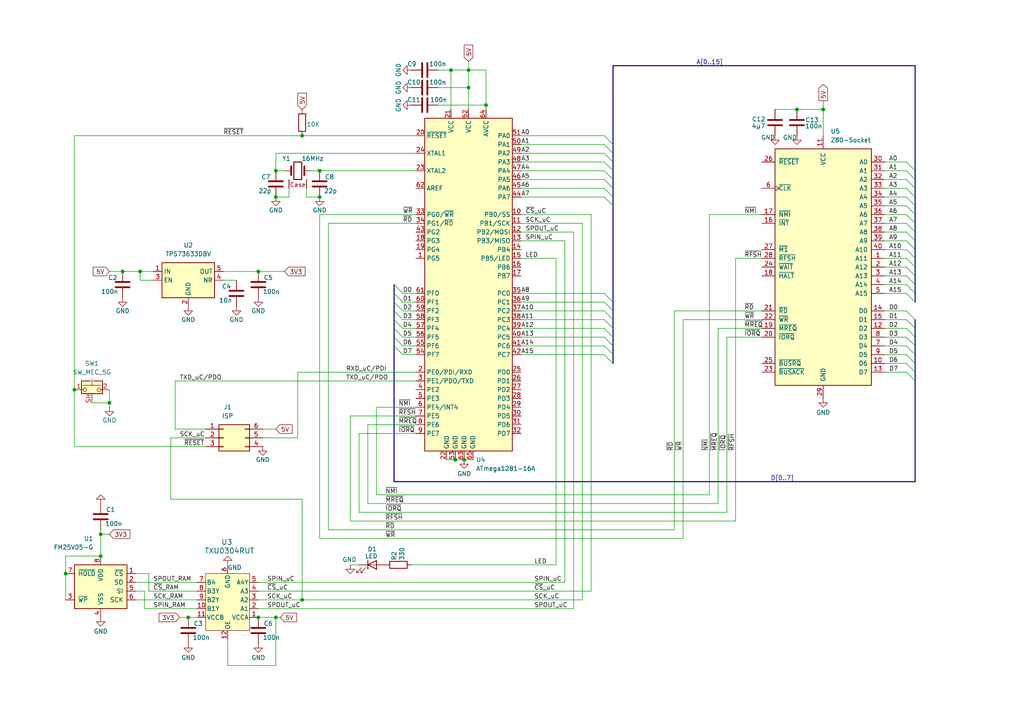
<source format=kicad_sch>
(kicad_sch
	(version 20250114)
	(generator "eeschema")
	(generator_version "9.0")
	(uuid "9a751fb5-8652-4495-8e1d-63b869590cbe")
	(paper "A4")
	(lib_symbols
		(symbol "Connector_Generic:Conn_02x03_Counter_Clockwise"
			(pin_names
				(offset 1.016)
				(hide yes)
			)
			(exclude_from_sim no)
			(in_bom yes)
			(on_board yes)
			(property "Reference" "J2"
				(at 1.27 8.89 0)
				(effects
					(font
						(size 1.27 1.27)
					)
				)
			)
			(property "Value" "ISP"
				(at 1.27 6.35 0)
				(effects
					(font
						(size 1.27 1.27)
					)
				)
			)
			(property "Footprint" "Connector_PinHeader_2.54mm:PinHeader_2x03_P2.54mm_Vertical"
				(at 0 0 0)
				(effects
					(font
						(size 1.27 1.27)
					)
					(hide yes)
				)
			)
			(property "Datasheet" "~"
				(at 0 0 0)
				(effects
					(font
						(size 1.27 1.27)
					)
					(hide yes)
				)
			)
			(property "Description" "Generic connector, double row, 02x03, counter clockwise pin numbering scheme (similar to DIP package numbering), script generated (kicad-library-utils/schlib/autogen/connector/)"
				(at 0 0 0)
				(effects
					(font
						(size 1.27 1.27)
					)
					(hide yes)
				)
			)
			(property "ki_keywords" "connector"
				(at 0 0 0)
				(effects
					(font
						(size 1.27 1.27)
					)
					(hide yes)
				)
			)
			(property "ki_fp_filters" "Connector*:*_2x??_*"
				(at 0 0 0)
				(effects
					(font
						(size 1.27 1.27)
					)
					(hide yes)
				)
			)
			(symbol "Conn_02x03_Counter_Clockwise_1_0"
				(pin passive line
					(at -5.08 0 0)
					(length 3.81)
					(name "SCK"
						(effects
							(font
								(size 1.27 1.27)
							)
						)
					)
					(number "2"
						(effects
							(font
								(size 1.27 1.27)
							)
						)
					)
				)
			)
			(symbol "Conn_02x03_Counter_Clockwise_1_1"
				(rectangle
					(start -1.27 3.81)
					(end 7.62 -3.81)
					(stroke
						(width 0.254)
						(type default)
					)
					(fill
						(type background)
					)
				)
				(rectangle
					(start -1.27 2.667)
					(end 0 2.413)
					(stroke
						(width 0.1524)
						(type default)
					)
					(fill
						(type none)
					)
				)
				(rectangle
					(start -1.27 0.127)
					(end 0 -0.127)
					(stroke
						(width 0.1524)
						(type default)
					)
					(fill
						(type none)
					)
				)
				(rectangle
					(start -1.27 -2.413)
					(end 0 -2.667)
					(stroke
						(width 0.1524)
						(type default)
					)
					(fill
						(type none)
					)
				)
				(rectangle
					(start 7.62 2.667)
					(end 6.35 2.413)
					(stroke
						(width 0.1524)
						(type default)
					)
					(fill
						(type none)
					)
				)
				(rectangle
					(start 7.62 0.127)
					(end 6.35 -0.127)
					(stroke
						(width 0.1524)
						(type default)
					)
					(fill
						(type none)
					)
				)
				(rectangle
					(start 7.62 -2.413)
					(end 6.35 -2.667)
					(stroke
						(width 0.1524)
						(type default)
					)
					(fill
						(type none)
					)
				)
				(pin passive line
					(at -5.08 2.54 0)
					(length 3.81)
					(name "PDO"
						(effects
							(font
								(size 1.27 1.27)
							)
						)
					)
					(number "1"
						(effects
							(font
								(size 1.27 1.27)
							)
						)
					)
				)
				(pin passive line
					(at -5.08 -2.54 0)
					(length 3.81)
					(name "~{RST}"
						(effects
							(font
								(size 1.27 1.27)
							)
						)
					)
					(number "3"
						(effects
							(font
								(size 1.27 1.27)
							)
						)
					)
				)
				(pin passive line
					(at 11.43 2.54 180)
					(length 3.81)
					(name "VCC"
						(effects
							(font
								(size 1.27 1.27)
							)
						)
					)
					(number "6"
						(effects
							(font
								(size 1.27 1.27)
							)
						)
					)
				)
				(pin passive line
					(at 11.43 0 180)
					(length 3.81)
					(name "PDI"
						(effects
							(font
								(size 1.27 1.27)
							)
						)
					)
					(number "5"
						(effects
							(font
								(size 1.27 1.27)
							)
						)
					)
				)
				(pin passive line
					(at 11.43 -2.54 180)
					(length 3.81)
					(name "GND"
						(effects
							(font
								(size 1.27 1.27)
							)
						)
					)
					(number "4"
						(effects
							(font
								(size 1.27 1.27)
							)
						)
					)
				)
			)
			(embedded_fonts no)
		)
		(symbol "Device:C"
			(pin_numbers
				(hide yes)
			)
			(pin_names
				(offset 0.254)
			)
			(exclude_from_sim no)
			(in_bom yes)
			(on_board yes)
			(property "Reference" "C"
				(at 0.635 2.54 0)
				(effects
					(font
						(size 1.27 1.27)
					)
					(justify left)
				)
			)
			(property "Value" "C"
				(at 0.635 -2.54 0)
				(effects
					(font
						(size 1.27 1.27)
					)
					(justify left)
				)
			)
			(property "Footprint" ""
				(at 0.9652 -3.81 0)
				(effects
					(font
						(size 1.27 1.27)
					)
					(hide yes)
				)
			)
			(property "Datasheet" "~"
				(at 0 0 0)
				(effects
					(font
						(size 1.27 1.27)
					)
					(hide yes)
				)
			)
			(property "Description" "Unpolarized capacitor"
				(at 0 0 0)
				(effects
					(font
						(size 1.27 1.27)
					)
					(hide yes)
				)
			)
			(property "ki_keywords" "cap capacitor"
				(at 0 0 0)
				(effects
					(font
						(size 1.27 1.27)
					)
					(hide yes)
				)
			)
			(property "ki_fp_filters" "C_*"
				(at 0 0 0)
				(effects
					(font
						(size 1.27 1.27)
					)
					(hide yes)
				)
			)
			(symbol "C_0_1"
				(polyline
					(pts
						(xy -2.032 0.762) (xy 2.032 0.762)
					)
					(stroke
						(width 0.508)
						(type default)
					)
					(fill
						(type none)
					)
				)
				(polyline
					(pts
						(xy -2.032 -0.762) (xy 2.032 -0.762)
					)
					(stroke
						(width 0.508)
						(type default)
					)
					(fill
						(type none)
					)
				)
			)
			(symbol "C_1_1"
				(pin passive line
					(at 0 3.81 270)
					(length 2.794)
					(name "~"
						(effects
							(font
								(size 1.27 1.27)
							)
						)
					)
					(number "1"
						(effects
							(font
								(size 1.27 1.27)
							)
						)
					)
				)
				(pin passive line
					(at 0 -3.81 90)
					(length 2.794)
					(name "~"
						(effects
							(font
								(size 1.27 1.27)
							)
						)
					)
					(number "2"
						(effects
							(font
								(size 1.27 1.27)
							)
						)
					)
				)
			)
			(embedded_fonts no)
		)
		(symbol "Device:Crystal"
			(pin_numbers
				(hide yes)
			)
			(pin_names
				(offset 1.016)
				(hide yes)
			)
			(exclude_from_sim no)
			(in_bom yes)
			(on_board yes)
			(property "Reference" "Y1"
				(at -3.302 3.556 0)
				(effects
					(font
						(size 1.27 1.27)
					)
				)
			)
			(property "Value" "16MHz"
				(at 4.318 3.556 0)
				(effects
					(font
						(size 1.27 1.27)
					)
				)
			)
			(property "Footprint" "Crystal:Crystal_SMD_2520-4Pin_2.5x2.0mm"
				(at 0 8.636 0)
				(effects
					(font
						(size 1.27 1.27)
					)
					(hide yes)
				)
			)
			(property "Datasheet" "~"
				(at 0 0 0)
				(effects
					(font
						(size 1.27 1.27)
					)
					(hide yes)
				)
			)
			(property "Description" "Two pin crystal"
				(at 0 0 0)
				(effects
					(font
						(size 1.27 1.27)
					)
					(hide yes)
				)
			)
			(property "ki_keywords" "quartz ceramic resonator oscillator"
				(at 0 0 0)
				(effects
					(font
						(size 1.27 1.27)
					)
					(hide yes)
				)
			)
			(property "ki_fp_filters" "Crystal*"
				(at 0 0 0)
				(effects
					(font
						(size 1.27 1.27)
					)
					(hide yes)
				)
			)
			(symbol "Crystal_0_1"
				(polyline
					(pts
						(xy -2.54 0) (xy -1.905 0)
					)
					(stroke
						(width 0)
						(type default)
					)
					(fill
						(type none)
					)
				)
				(polyline
					(pts
						(xy -1.905 -1.27) (xy -1.905 1.27)
					)
					(stroke
						(width 0.508)
						(type default)
					)
					(fill
						(type none)
					)
				)
				(rectangle
					(start -1.143 2.54)
					(end 1.143 -2.54)
					(stroke
						(width 0.3048)
						(type default)
					)
					(fill
						(type none)
					)
				)
				(polyline
					(pts
						(xy 1.905 -1.27) (xy 1.905 1.27)
					)
					(stroke
						(width 0.508)
						(type default)
					)
					(fill
						(type none)
					)
				)
				(polyline
					(pts
						(xy 2.54 0) (xy 1.905 0)
					)
					(stroke
						(width 0)
						(type default)
					)
					(fill
						(type none)
					)
				)
			)
			(symbol "Crystal_1_1"
				(text "Case"
					(at 0 -4.064 0)
					(effects
						(font
							(size 1.27 1.27)
						)
					)
				)
				(pin passive line
					(at -3.81 0 0)
					(length 1.27)
					(name "1"
						(effects
							(font
								(size 1.27 1.27)
							)
						)
					)
					(number "1"
						(effects
							(font
								(size 1.27 1.27)
							)
						)
					)
				)
				(pin passive line
					(at -2.54 -5.08 90)
					(length 2.54)
					(name "Case"
						(effects
							(font
								(size 1.27 1.27)
							)
						)
					)
					(number "2"
						(effects
							(font
								(size 1.27 1.27)
							)
						)
					)
				)
				(pin passive line
					(at 2.54 -5.08 90)
					(length 2.54)
					(name "Case"
						(effects
							(font
								(size 1.27 1.27)
							)
						)
					)
					(number "4"
						(effects
							(font
								(size 1.27 1.27)
							)
						)
					)
				)
				(pin passive line
					(at 3.81 0 180)
					(length 1.27)
					(name "3"
						(effects
							(font
								(size 1.27 1.27)
							)
						)
					)
					(number "3"
						(effects
							(font
								(size 1.27 1.27)
							)
						)
					)
				)
			)
			(embedded_fonts no)
		)
		(symbol "Device:LED"
			(pin_numbers
				(hide yes)
			)
			(pin_names
				(offset 1.016)
				(hide yes)
			)
			(exclude_from_sim no)
			(in_bom yes)
			(on_board yes)
			(property "Reference" "D"
				(at 0 2.54 0)
				(effects
					(font
						(size 1.27 1.27)
					)
				)
			)
			(property "Value" "LED"
				(at 0 -2.54 0)
				(effects
					(font
						(size 1.27 1.27)
					)
				)
			)
			(property "Footprint" ""
				(at 0 0 0)
				(effects
					(font
						(size 1.27 1.27)
					)
					(hide yes)
				)
			)
			(property "Datasheet" "~"
				(at 0 0 0)
				(effects
					(font
						(size 1.27 1.27)
					)
					(hide yes)
				)
			)
			(property "Description" "Light emitting diode"
				(at 0 0 0)
				(effects
					(font
						(size 1.27 1.27)
					)
					(hide yes)
				)
			)
			(property "Sim.Pins" "1=K 2=A"
				(at 0 0 0)
				(effects
					(font
						(size 1.27 1.27)
					)
					(hide yes)
				)
			)
			(property "ki_keywords" "LED diode"
				(at 0 0 0)
				(effects
					(font
						(size 1.27 1.27)
					)
					(hide yes)
				)
			)
			(property "ki_fp_filters" "LED* LED_SMD:* LED_THT:*"
				(at 0 0 0)
				(effects
					(font
						(size 1.27 1.27)
					)
					(hide yes)
				)
			)
			(symbol "LED_0_1"
				(polyline
					(pts
						(xy -3.048 -0.762) (xy -4.572 -2.286) (xy -3.81 -2.286) (xy -4.572 -2.286) (xy -4.572 -1.524)
					)
					(stroke
						(width 0)
						(type default)
					)
					(fill
						(type none)
					)
				)
				(polyline
					(pts
						(xy -1.778 -0.762) (xy -3.302 -2.286) (xy -2.54 -2.286) (xy -3.302 -2.286) (xy -3.302 -1.524)
					)
					(stroke
						(width 0)
						(type default)
					)
					(fill
						(type none)
					)
				)
				(polyline
					(pts
						(xy -1.27 0) (xy 1.27 0)
					)
					(stroke
						(width 0)
						(type default)
					)
					(fill
						(type none)
					)
				)
				(polyline
					(pts
						(xy -1.27 -1.27) (xy -1.27 1.27)
					)
					(stroke
						(width 0.254)
						(type default)
					)
					(fill
						(type none)
					)
				)
				(polyline
					(pts
						(xy 1.27 -1.27) (xy 1.27 1.27) (xy -1.27 0) (xy 1.27 -1.27)
					)
					(stroke
						(width 0.254)
						(type default)
					)
					(fill
						(type none)
					)
				)
			)
			(symbol "LED_1_1"
				(pin passive line
					(at -3.81 0 0)
					(length 2.54)
					(name "K"
						(effects
							(font
								(size 1.27 1.27)
							)
						)
					)
					(number "1"
						(effects
							(font
								(size 1.27 1.27)
							)
						)
					)
				)
				(pin passive line
					(at 3.81 0 180)
					(length 2.54)
					(name "A"
						(effects
							(font
								(size 1.27 1.27)
							)
						)
					)
					(number "2"
						(effects
							(font
								(size 1.27 1.27)
							)
						)
					)
				)
			)
			(embedded_fonts no)
		)
		(symbol "Device:R"
			(pin_numbers
				(hide yes)
			)
			(pin_names
				(offset 0)
			)
			(exclude_from_sim no)
			(in_bom yes)
			(on_board yes)
			(property "Reference" "R"
				(at 2.032 0 90)
				(effects
					(font
						(size 1.27 1.27)
					)
				)
			)
			(property "Value" "R"
				(at 0 0 90)
				(effects
					(font
						(size 1.27 1.27)
					)
				)
			)
			(property "Footprint" ""
				(at -1.778 0 90)
				(effects
					(font
						(size 1.27 1.27)
					)
					(hide yes)
				)
			)
			(property "Datasheet" "~"
				(at 0 0 0)
				(effects
					(font
						(size 1.27 1.27)
					)
					(hide yes)
				)
			)
			(property "Description" "Resistor"
				(at 0 0 0)
				(effects
					(font
						(size 1.27 1.27)
					)
					(hide yes)
				)
			)
			(property "ki_keywords" "R res resistor"
				(at 0 0 0)
				(effects
					(font
						(size 1.27 1.27)
					)
					(hide yes)
				)
			)
			(property "ki_fp_filters" "R_*"
				(at 0 0 0)
				(effects
					(font
						(size 1.27 1.27)
					)
					(hide yes)
				)
			)
			(symbol "R_0_1"
				(rectangle
					(start -1.016 -2.54)
					(end 1.016 2.54)
					(stroke
						(width 0.254)
						(type default)
					)
					(fill
						(type none)
					)
				)
			)
			(symbol "R_1_1"
				(pin passive line
					(at 0 3.81 270)
					(length 1.27)
					(name "~"
						(effects
							(font
								(size 1.27 1.27)
							)
						)
					)
					(number "1"
						(effects
							(font
								(size 1.27 1.27)
							)
						)
					)
				)
				(pin passive line
					(at 0 -3.81 90)
					(length 1.27)
					(name "~"
						(effects
							(font
								(size 1.27 1.27)
							)
						)
					)
					(number "2"
						(effects
							(font
								(size 1.27 1.27)
							)
						)
					)
				)
			)
			(embedded_fonts no)
		)
		(symbol "MCU_Microchip_ATmega:ATmega1281-16A"
			(exclude_from_sim no)
			(in_bom yes)
			(on_board yes)
			(property "Reference" "U1"
				(at 2.1433 -50.8 0)
				(effects
					(font
						(size 1.27 1.27)
					)
					(justify left)
				)
			)
			(property "Value" "ATmega1281-16A"
				(at 2.1433 -53.34 0)
				(effects
					(font
						(size 1.27 1.27)
					)
					(justify left)
				)
			)
			(property "Footprint" "Package_DFN_QFN:QFN-64-1EP_9x9mm_P0.5mm_EP7.65x7.65mm_ThermalVias"
				(at 0 0 0)
				(effects
					(font
						(size 1.27 1.27)
						(italic yes)
					)
					(hide yes)
				)
			)
			(property "Datasheet" "http://ww1.microchip.com/downloads/en/DeviceDoc/Atmel-2549-8-bit-AVR-Microcontroller-ATmega640-1280-1281-2560-2561_datasheet.pdf"
				(at 0 0 0)
				(effects
					(font
						(size 1.27 1.27)
					)
					(hide yes)
				)
			)
			(property "Description" "16MHz, 128kB Flash, 8kB SRAM, 4kB EEPROM, JTAG, TQFP-64"
				(at 0 0 0)
				(effects
					(font
						(size 1.27 1.27)
					)
					(hide yes)
				)
			)
			(property "ki_keywords" "AVR 8bit Microcontroller MegaAVR"
				(at 0 0 0)
				(effects
					(font
						(size 1.27 1.27)
					)
					(hide yes)
				)
			)
			(property "ki_fp_filters" "TQFP*14x14mm*P0.8mm*"
				(at 0 0 0)
				(effects
					(font
						(size 1.27 1.27)
					)
					(hide yes)
				)
			)
			(symbol "ATmega1281-16A_0_1"
				(rectangle
					(start -12.7 -48.26)
					(end 12.7 48.26)
					(stroke
						(width 0.254)
						(type default)
					)
					(fill
						(type background)
					)
				)
			)
			(symbol "ATmega1281-16A_1_1"
				(pin input line
					(at -15.24 43.18 0)
					(length 2.54)
					(name "~{RESET}"
						(effects
							(font
								(size 1.27 1.27)
							)
						)
					)
					(number "20"
						(effects
							(font
								(size 1.27 1.27)
							)
						)
					)
				)
				(pin input line
					(at -15.24 38.1 0)
					(length 2.54)
					(name "XTAL1"
						(effects
							(font
								(size 1.27 1.27)
							)
						)
					)
					(number "24"
						(effects
							(font
								(size 1.27 1.27)
							)
						)
					)
				)
				(pin output line
					(at -15.24 33.02 0)
					(length 2.54)
					(name "XTAL2"
						(effects
							(font
								(size 1.27 1.27)
							)
						)
					)
					(number "23"
						(effects
							(font
								(size 1.27 1.27)
							)
						)
					)
				)
				(pin passive line
					(at -15.24 27.94 0)
					(length 2.54)
					(name "AREF"
						(effects
							(font
								(size 1.27 1.27)
							)
						)
					)
					(number "62"
						(effects
							(font
								(size 1.27 1.27)
							)
						)
					)
				)
				(pin bidirectional line
					(at -15.24 20.32 0)
					(length 2.54)
					(name "PG0/~{WR}"
						(effects
							(font
								(size 1.27 1.27)
							)
						)
					)
					(number "33"
						(effects
							(font
								(size 1.27 1.27)
							)
						)
					)
				)
				(pin bidirectional line
					(at -15.24 17.78 0)
					(length 2.54)
					(name "PG1/~{RD}"
						(effects
							(font
								(size 1.27 1.27)
							)
						)
					)
					(number "34"
						(effects
							(font
								(size 1.27 1.27)
							)
						)
					)
				)
				(pin bidirectional line
					(at -15.24 15.24 0)
					(length 2.54)
					(name "PG2"
						(effects
							(font
								(size 1.27 1.27)
							)
						)
					)
					(number "43"
						(effects
							(font
								(size 1.27 1.27)
							)
						)
					)
				)
				(pin bidirectional line
					(at -15.24 12.7 0)
					(length 2.54)
					(name "PG3"
						(effects
							(font
								(size 1.27 1.27)
							)
						)
					)
					(number "18"
						(effects
							(font
								(size 1.27 1.27)
							)
						)
					)
				)
				(pin bidirectional line
					(at -15.24 10.16 0)
					(length 2.54)
					(name "PG4"
						(effects
							(font
								(size 1.27 1.27)
							)
						)
					)
					(number "19"
						(effects
							(font
								(size 1.27 1.27)
							)
						)
					)
				)
				(pin bidirectional line
					(at -15.24 7.62 0)
					(length 2.54)
					(name "PG5"
						(effects
							(font
								(size 1.27 1.27)
							)
						)
					)
					(number "1"
						(effects
							(font
								(size 1.27 1.27)
							)
						)
					)
				)
				(pin bidirectional line
					(at -15.24 -2.54 0)
					(length 2.54)
					(name "PF0"
						(effects
							(font
								(size 1.27 1.27)
							)
						)
					)
					(number "61"
						(effects
							(font
								(size 1.27 1.27)
							)
						)
					)
				)
				(pin bidirectional line
					(at -15.24 -5.08 0)
					(length 2.54)
					(name "PF1"
						(effects
							(font
								(size 1.27 1.27)
							)
						)
					)
					(number "60"
						(effects
							(font
								(size 1.27 1.27)
							)
						)
					)
				)
				(pin bidirectional line
					(at -15.24 -7.62 0)
					(length 2.54)
					(name "PF2"
						(effects
							(font
								(size 1.27 1.27)
							)
						)
					)
					(number "59"
						(effects
							(font
								(size 1.27 1.27)
							)
						)
					)
				)
				(pin bidirectional line
					(at -15.24 -10.16 0)
					(length 2.54)
					(name "PF3"
						(effects
							(font
								(size 1.27 1.27)
							)
						)
					)
					(number "58"
						(effects
							(font
								(size 1.27 1.27)
							)
						)
					)
				)
				(pin bidirectional line
					(at -15.24 -12.7 0)
					(length 2.54)
					(name "PF4"
						(effects
							(font
								(size 1.27 1.27)
							)
						)
					)
					(number "57"
						(effects
							(font
								(size 1.27 1.27)
							)
						)
					)
				)
				(pin bidirectional line
					(at -15.24 -15.24 0)
					(length 2.54)
					(name "PF5"
						(effects
							(font
								(size 1.27 1.27)
							)
						)
					)
					(number "56"
						(effects
							(font
								(size 1.27 1.27)
							)
						)
					)
				)
				(pin bidirectional line
					(at -15.24 -17.78 0)
					(length 2.54)
					(name "PF6"
						(effects
							(font
								(size 1.27 1.27)
							)
						)
					)
					(number "55"
						(effects
							(font
								(size 1.27 1.27)
							)
						)
					)
				)
				(pin bidirectional line
					(at -15.24 -20.32 0)
					(length 2.54)
					(name "PF7"
						(effects
							(font
								(size 1.27 1.27)
							)
						)
					)
					(number "54"
						(effects
							(font
								(size 1.27 1.27)
							)
						)
					)
				)
				(pin bidirectional line
					(at -15.24 -25.4 0)
					(length 2.54)
					(name "PE0/PDI/RXD"
						(effects
							(font
								(size 1.27 1.27)
							)
						)
					)
					(number "2"
						(effects
							(font
								(size 1.27 1.27)
							)
						)
					)
				)
				(pin bidirectional line
					(at -15.24 -27.94 0)
					(length 2.54)
					(name "PE1/PDO/TXD"
						(effects
							(font
								(size 1.27 1.27)
							)
						)
					)
					(number "3"
						(effects
							(font
								(size 1.27 1.27)
							)
						)
					)
				)
				(pin bidirectional line
					(at -15.24 -30.48 0)
					(length 2.54)
					(name "PE2"
						(effects
							(font
								(size 1.27 1.27)
							)
						)
					)
					(number "4"
						(effects
							(font
								(size 1.27 1.27)
							)
						)
					)
				)
				(pin bidirectional line
					(at -15.24 -33.02 0)
					(length 2.54)
					(name "PE3"
						(effects
							(font
								(size 1.27 1.27)
							)
						)
					)
					(number "5"
						(effects
							(font
								(size 1.27 1.27)
							)
						)
					)
				)
				(pin bidirectional line
					(at -15.24 -35.56 0)
					(length 2.54)
					(name "PE4/INT4"
						(effects
							(font
								(size 1.27 1.27)
							)
						)
					)
					(number "6"
						(effects
							(font
								(size 1.27 1.27)
							)
						)
					)
				)
				(pin bidirectional line
					(at -15.24 -38.1 0)
					(length 2.54)
					(name "PE5"
						(effects
							(font
								(size 1.27 1.27)
							)
						)
					)
					(number "7"
						(effects
							(font
								(size 1.27 1.27)
							)
						)
					)
				)
				(pin bidirectional line
					(at -15.24 -40.64 0)
					(length 2.54)
					(name "PE6"
						(effects
							(font
								(size 1.27 1.27)
							)
						)
					)
					(number "8"
						(effects
							(font
								(size 1.27 1.27)
							)
						)
					)
				)
				(pin bidirectional line
					(at -15.24 -43.18 0)
					(length 2.54)
					(name "PE7"
						(effects
							(font
								(size 1.27 1.27)
							)
						)
					)
					(number "9"
						(effects
							(font
								(size 1.27 1.27)
							)
						)
					)
				)
				(pin power_in line
					(at -6.35 -50.8 90)
					(length 2.54)
					(name "GND"
						(effects
							(font
								(size 1.27 1.27)
							)
						)
					)
					(number "22"
						(effects
							(font
								(size 1.27 1.27)
							)
						)
					)
				)
				(pin power_in line
					(at -5.08 50.8 270)
					(length 2.54)
					(name "VCC"
						(effects
							(font
								(size 1.27 1.27)
							)
						)
					)
					(number "21"
						(effects
							(font
								(size 1.27 1.27)
							)
						)
					)
				)
				(pin power_in line
					(at -3.81 -50.8 90)
					(length 2.54)
					(name "GND"
						(effects
							(font
								(size 1.27 1.27)
							)
						)
					)
					(number "53"
						(effects
							(font
								(size 1.27 1.27)
							)
						)
					)
				)
				(pin power_in line
					(at -1.27 -50.8 90)
					(length 2.54)
					(name "GND"
						(effects
							(font
								(size 1.27 1.27)
							)
						)
					)
					(number "63"
						(effects
							(font
								(size 1.27 1.27)
							)
						)
					)
				)
				(pin power_in line
					(at 0 50.8 270)
					(length 2.54)
					(name "VCC"
						(effects
							(font
								(size 1.27 1.27)
							)
						)
					)
					(number "52"
						(effects
							(font
								(size 1.27 1.27)
							)
						)
					)
				)
				(pin power_in line
					(at 1.27 -50.8 90)
					(length 2.54)
					(name "GND"
						(effects
							(font
								(size 1.27 1.27)
							)
						)
					)
					(number "65"
						(effects
							(font
								(size 1.27 1.27)
							)
						)
					)
				)
				(pin power_in line
					(at 5.08 50.8 270)
					(length 2.54)
					(name "AVCC"
						(effects
							(font
								(size 1.27 1.27)
							)
						)
					)
					(number "64"
						(effects
							(font
								(size 1.27 1.27)
							)
						)
					)
				)
				(pin bidirectional line
					(at 15.24 43.18 180)
					(length 2.54)
					(name "PA0"
						(effects
							(font
								(size 1.27 1.27)
							)
						)
					)
					(number "51"
						(effects
							(font
								(size 1.27 1.27)
							)
						)
					)
				)
				(pin bidirectional line
					(at 15.24 40.64 180)
					(length 2.54)
					(name "PA1"
						(effects
							(font
								(size 1.27 1.27)
							)
						)
					)
					(number "50"
						(effects
							(font
								(size 1.27 1.27)
							)
						)
					)
				)
				(pin bidirectional line
					(at 15.24 38.1 180)
					(length 2.54)
					(name "PA2"
						(effects
							(font
								(size 1.27 1.27)
							)
						)
					)
					(number "49"
						(effects
							(font
								(size 1.27 1.27)
							)
						)
					)
				)
				(pin bidirectional line
					(at 15.24 35.56 180)
					(length 2.54)
					(name "PA3"
						(effects
							(font
								(size 1.27 1.27)
							)
						)
					)
					(number "48"
						(effects
							(font
								(size 1.27 1.27)
							)
						)
					)
				)
				(pin bidirectional line
					(at 15.24 33.02 180)
					(length 2.54)
					(name "PA4"
						(effects
							(font
								(size 1.27 1.27)
							)
						)
					)
					(number "47"
						(effects
							(font
								(size 1.27 1.27)
							)
						)
					)
				)
				(pin bidirectional line
					(at 15.24 30.48 180)
					(length 2.54)
					(name "PA5"
						(effects
							(font
								(size 1.27 1.27)
							)
						)
					)
					(number "46"
						(effects
							(font
								(size 1.27 1.27)
							)
						)
					)
				)
				(pin bidirectional line
					(at 15.24 27.94 180)
					(length 2.54)
					(name "PA6"
						(effects
							(font
								(size 1.27 1.27)
							)
						)
					)
					(number "45"
						(effects
							(font
								(size 1.27 1.27)
							)
						)
					)
				)
				(pin bidirectional line
					(at 15.24 25.4 180)
					(length 2.54)
					(name "PA7"
						(effects
							(font
								(size 1.27 1.27)
							)
						)
					)
					(number "44"
						(effects
							(font
								(size 1.27 1.27)
							)
						)
					)
				)
				(pin bidirectional line
					(at 15.24 20.32 180)
					(length 2.54)
					(name "PB0/SS"
						(effects
							(font
								(size 1.27 1.27)
							)
						)
					)
					(number "10"
						(effects
							(font
								(size 1.27 1.27)
							)
						)
					)
				)
				(pin bidirectional line
					(at 15.24 17.78 180)
					(length 2.54)
					(name "PB1/SCK"
						(effects
							(font
								(size 1.27 1.27)
							)
						)
					)
					(number "11"
						(effects
							(font
								(size 1.27 1.27)
							)
						)
					)
				)
				(pin bidirectional line
					(at 15.24 15.24 180)
					(length 2.54)
					(name "PB2/MOSI"
						(effects
							(font
								(size 1.27 1.27)
							)
						)
					)
					(number "12"
						(effects
							(font
								(size 1.27 1.27)
							)
						)
					)
				)
				(pin bidirectional line
					(at 15.24 12.7 180)
					(length 2.54)
					(name "PB3/MISO"
						(effects
							(font
								(size 1.27 1.27)
							)
						)
					)
					(number "13"
						(effects
							(font
								(size 1.27 1.27)
							)
						)
					)
				)
				(pin bidirectional line
					(at 15.24 10.16 180)
					(length 2.54)
					(name "PB4"
						(effects
							(font
								(size 1.27 1.27)
							)
						)
					)
					(number "14"
						(effects
							(font
								(size 1.27 1.27)
							)
						)
					)
				)
				(pin bidirectional line
					(at 15.24 7.62 180)
					(length 2.54)
					(name "PB5/LED"
						(effects
							(font
								(size 1.27 1.27)
							)
						)
					)
					(number "15"
						(effects
							(font
								(size 1.27 1.27)
							)
						)
					)
				)
				(pin bidirectional line
					(at 15.24 5.08 180)
					(length 2.54)
					(name "PB6"
						(effects
							(font
								(size 1.27 1.27)
							)
						)
					)
					(number "16"
						(effects
							(font
								(size 1.27 1.27)
							)
						)
					)
				)
				(pin bidirectional line
					(at 15.24 2.54 180)
					(length 2.54)
					(name "PB7"
						(effects
							(font
								(size 1.27 1.27)
							)
						)
					)
					(number "17"
						(effects
							(font
								(size 1.27 1.27)
							)
						)
					)
				)
				(pin bidirectional line
					(at 15.24 -2.54 180)
					(length 2.54)
					(name "PC0"
						(effects
							(font
								(size 1.27 1.27)
							)
						)
					)
					(number "35"
						(effects
							(font
								(size 1.27 1.27)
							)
						)
					)
				)
				(pin bidirectional line
					(at 15.24 -5.08 180)
					(length 2.54)
					(name "PC1"
						(effects
							(font
								(size 1.27 1.27)
							)
						)
					)
					(number "36"
						(effects
							(font
								(size 1.27 1.27)
							)
						)
					)
				)
				(pin bidirectional line
					(at 15.24 -7.62 180)
					(length 2.54)
					(name "PC2"
						(effects
							(font
								(size 1.27 1.27)
							)
						)
					)
					(number "37"
						(effects
							(font
								(size 1.27 1.27)
							)
						)
					)
				)
				(pin bidirectional line
					(at 15.24 -10.16 180)
					(length 2.54)
					(name "PC3"
						(effects
							(font
								(size 1.27 1.27)
							)
						)
					)
					(number "38"
						(effects
							(font
								(size 1.27 1.27)
							)
						)
					)
				)
				(pin bidirectional line
					(at 15.24 -12.7 180)
					(length 2.54)
					(name "PC4"
						(effects
							(font
								(size 1.27 1.27)
							)
						)
					)
					(number "39"
						(effects
							(font
								(size 1.27 1.27)
							)
						)
					)
				)
				(pin bidirectional line
					(at 15.24 -15.24 180)
					(length 2.54)
					(name "PC5"
						(effects
							(font
								(size 1.27 1.27)
							)
						)
					)
					(number "40"
						(effects
							(font
								(size 1.27 1.27)
							)
						)
					)
				)
				(pin bidirectional line
					(at 15.24 -17.78 180)
					(length 2.54)
					(name "PC6"
						(effects
							(font
								(size 1.27 1.27)
							)
						)
					)
					(number "41"
						(effects
							(font
								(size 1.27 1.27)
							)
						)
					)
				)
				(pin bidirectional line
					(at 15.24 -20.32 180)
					(length 2.54)
					(name "PC7"
						(effects
							(font
								(size 1.27 1.27)
							)
						)
					)
					(number "42"
						(effects
							(font
								(size 1.27 1.27)
							)
						)
					)
				)
				(pin bidirectional line
					(at 15.24 -25.4 180)
					(length 2.54)
					(name "PD0"
						(effects
							(font
								(size 1.27 1.27)
							)
						)
					)
					(number "25"
						(effects
							(font
								(size 1.27 1.27)
							)
						)
					)
				)
				(pin bidirectional line
					(at 15.24 -27.94 180)
					(length 2.54)
					(name "PD1"
						(effects
							(font
								(size 1.27 1.27)
							)
						)
					)
					(number "26"
						(effects
							(font
								(size 1.27 1.27)
							)
						)
					)
				)
				(pin bidirectional line
					(at 15.24 -30.48 180)
					(length 2.54)
					(name "PD2"
						(effects
							(font
								(size 1.27 1.27)
							)
						)
					)
					(number "27"
						(effects
							(font
								(size 1.27 1.27)
							)
						)
					)
				)
				(pin bidirectional line
					(at 15.24 -33.02 180)
					(length 2.54)
					(name "PD3"
						(effects
							(font
								(size 1.27 1.27)
							)
						)
					)
					(number "28"
						(effects
							(font
								(size 1.27 1.27)
							)
						)
					)
				)
				(pin bidirectional line
					(at 15.24 -35.56 180)
					(length 2.54)
					(name "PD4"
						(effects
							(font
								(size 1.27 1.27)
							)
						)
					)
					(number "29"
						(effects
							(font
								(size 1.27 1.27)
							)
						)
					)
				)
				(pin bidirectional line
					(at 15.24 -38.1 180)
					(length 2.54)
					(name "PD5"
						(effects
							(font
								(size 1.27 1.27)
							)
						)
					)
					(number "30"
						(effects
							(font
								(size 1.27 1.27)
							)
						)
					)
				)
				(pin bidirectional line
					(at 15.24 -40.64 180)
					(length 2.54)
					(name "PD6"
						(effects
							(font
								(size 1.27 1.27)
							)
						)
					)
					(number "31"
						(effects
							(font
								(size 1.27 1.27)
							)
						)
					)
				)
				(pin bidirectional line
					(at 15.24 -43.18 180)
					(length 2.54)
					(name "PD7"
						(effects
							(font
								(size 1.27 1.27)
							)
						)
					)
					(number "32"
						(effects
							(font
								(size 1.27 1.27)
							)
						)
					)
				)
			)
			(embedded_fonts no)
		)
		(symbol "Regulator_Linear:TPS73633DBV"
			(exclude_from_sim no)
			(in_bom yes)
			(on_board yes)
			(property "Reference" "U"
				(at -6.35 6.35 0)
				(effects
					(font
						(size 1.27 1.27)
					)
				)
			)
			(property "Value" "TPS73633DBV"
				(at 1.27 6.35 0)
				(effects
					(font
						(size 1.27 1.27)
					)
					(justify left)
				)
			)
			(property "Footprint" "Package_TO_SOT_SMD:SOT-23-5"
				(at 0 8.255 0)
				(effects
					(font
						(size 1.27 1.27)
						(italic yes)
					)
					(hide yes)
				)
			)
			(property "Datasheet" "http://www.ti.com/lit/ds/symlink/tps736.pdf"
				(at 0 -1.27 0)
				(effects
					(font
						(size 1.27 1.27)
					)
					(hide yes)
				)
			)
			(property "Description" "Cap free NMOS 400mA Low Drop 3.3V Regulator, SOT-23-5"
				(at 0 0 0)
				(effects
					(font
						(size 1.27 1.27)
					)
					(hide yes)
				)
			)
			(property "ki_keywords" "Cap free Fixed LDO 400mA"
				(at 0 0 0)
				(effects
					(font
						(size 1.27 1.27)
					)
					(hide yes)
				)
			)
			(property "ki_fp_filters" "SOT?23*"
				(at 0 0 0)
				(effects
					(font
						(size 1.27 1.27)
					)
					(hide yes)
				)
			)
			(symbol "TPS73633DBV_0_1"
				(rectangle
					(start -7.62 -5.08)
					(end 7.62 5.08)
					(stroke
						(width 0.254)
						(type default)
					)
					(fill
						(type background)
					)
				)
			)
			(symbol "TPS73633DBV_1_1"
				(pin power_in line
					(at -10.16 2.54 0)
					(length 2.54)
					(name "IN"
						(effects
							(font
								(size 1.27 1.27)
							)
						)
					)
					(number "1"
						(effects
							(font
								(size 1.27 1.27)
							)
						)
					)
				)
				(pin input line
					(at -10.16 0 0)
					(length 2.54)
					(name "EN"
						(effects
							(font
								(size 1.27 1.27)
							)
						)
					)
					(number "3"
						(effects
							(font
								(size 1.27 1.27)
							)
						)
					)
				)
				(pin power_in line
					(at 0 -7.62 90)
					(length 2.54)
					(name "GND"
						(effects
							(font
								(size 1.27 1.27)
							)
						)
					)
					(number "2"
						(effects
							(font
								(size 1.27 1.27)
							)
						)
					)
				)
				(pin power_out line
					(at 10.16 2.54 180)
					(length 2.54)
					(name "OUT"
						(effects
							(font
								(size 1.27 1.27)
							)
						)
					)
					(number "5"
						(effects
							(font
								(size 1.27 1.27)
							)
						)
					)
				)
				(pin passive line
					(at 10.16 0 180)
					(length 2.54)
					(name "NR"
						(effects
							(font
								(size 1.27 1.27)
							)
						)
					)
					(number "4"
						(effects
							(font
								(size 1.27 1.27)
							)
						)
					)
				)
			)
			(embedded_fonts no)
		)
		(symbol "Switch:SW_Push_Shielded"
			(pin_names
				(offset 1.016)
				(hide yes)
			)
			(exclude_from_sim no)
			(in_bom yes)
			(on_board yes)
			(property "Reference" "SW"
				(at 4.318 2.032 0)
				(effects
					(font
						(size 1.27 1.27)
					)
					(justify left)
				)
			)
			(property "Value" "SW_Push_Shielded"
				(at 0 4.572 0)
				(effects
					(font
						(size 1.27 1.27)
					)
				)
			)
			(property "Footprint" ""
				(at 0 5.08 0)
				(effects
					(font
						(size 1.27 1.27)
					)
					(hide yes)
				)
			)
			(property "Datasheet" "~"
				(at 0 5.08 0)
				(effects
					(font
						(size 1.27 1.27)
					)
					(hide yes)
				)
			)
			(property "Description" "Generic push-button switch, two contact pins and shield pin(s)"
				(at 0 0 0)
				(effects
					(font
						(size 1.27 1.27)
					)
					(hide yes)
				)
			)
			(property "ki_keywords" "switch normally-open pushbutton momentary"
				(at 0 0 0)
				(effects
					(font
						(size 1.27 1.27)
					)
					(hide yes)
				)
			)
			(symbol "SW_Push_Shielded_0_1"
				(circle
					(center -2.032 0)
					(radius 0.508)
					(stroke
						(width 0)
						(type default)
					)
					(fill
						(type none)
					)
				)
				(polyline
					(pts
						(xy 0 1.27) (xy 0 3.048)
					)
					(stroke
						(width 0)
						(type default)
					)
					(fill
						(type none)
					)
				)
				(polyline
					(pts
						(xy 0.508 2.54) (xy 3.048 2.54) (xy 3.048 -1.143) (xy -3.048 -1.143) (xy -3.048 2.54) (xy -0.508 2.54)
					)
					(stroke
						(width -0.0254)
						(type default)
					)
					(fill
						(type none)
					)
				)
				(polyline
					(pts
						(xy 0.508 2.54) (xy 3.048 2.54) (xy 3.048 -1.143) (xy -3.048 -1.143) (xy -3.048 2.54) (xy -0.508 2.54)
					)
					(stroke
						(width 0.254)
						(type default)
					)
					(fill
						(type none)
					)
				)
				(circle
					(center 2.032 0)
					(radius 0.508)
					(stroke
						(width 0)
						(type default)
					)
					(fill
						(type none)
					)
				)
				(polyline
					(pts
						(xy 2.54 1.27) (xy -2.54 1.27)
					)
					(stroke
						(width 0)
						(type default)
					)
					(fill
						(type none)
					)
				)
				(pin passive line
					(at -5.08 0 0)
					(length 2.54)
					(name "1"
						(effects
							(font
								(size 1.27 1.27)
							)
						)
					)
					(number "1"
						(effects
							(font
								(size 1.27 1.27)
							)
						)
					)
				)
				(pin passive line
					(at 5.08 0 180)
					(length 2.54)
					(name "2"
						(effects
							(font
								(size 1.27 1.27)
							)
						)
					)
					(number "2"
						(effects
							(font
								(size 1.27 1.27)
							)
						)
					)
				)
			)
			(symbol "SW_Push_Shielded_1_1"
				(rectangle
					(start -3.048 2.54)
					(end 3.048 -1.27)
					(stroke
						(width -0.0254)
						(type default)
					)
					(fill
						(type background)
					)
				)
				(pin passive line
					(at 0 -3.81 90)
					(length 2.54)
					(name "B"
						(effects
							(font
								(size 1.27 1.27)
							)
						)
					)
					(number "SH"
						(effects
							(font
								(size 1.27 1.27)
							)
						)
					)
				)
			)
			(embedded_fonts no)
		)
		(symbol "Z80P600:FM25V05-G"
			(pin_names
				(offset 1.016)
			)
			(exclude_from_sim no)
			(in_bom yes)
			(on_board yes)
			(property "Reference" "U"
				(at -5.08 8.89 0)
				(effects
					(font
						(size 1.27 1.27)
					)
				)
			)
			(property "Value" "FM25V05-G"
				(at 6.35 -8.89 0)
				(effects
					(font
						(size 1.27 1.27)
					)
				)
			)
			(property "Footprint" "Package_SO:SOIC-8_3.9x4.9mm_P1.27mm"
				(at 0 11.43 0)
				(effects
					(font
						(size 1.27 1.27)
					)
				)
			)
			(property "Datasheet" "http://www.cypress.com/file/41651/download"
				(at 0 13.97 0)
				(effects
					(font
						(size 1.27 1.27)
					)
					(hide yes)
				)
			)
			(property "Description" "512Kb serial FRAM nonvolatile Memory, SOIC-8"
				(at 0 0 0)
				(effects
					(font
						(size 1.27 1.27)
					)
					(hide yes)
				)
			)
			(property "ki_keywords" "FRAM I2C Serial 5V FRAM NVRAM"
				(at 0 0 0)
				(effects
					(font
						(size 1.27 1.27)
					)
					(hide yes)
				)
			)
			(property "ki_fp_filters" "SOIC*3.9x4.9mm*P1.27mm*"
				(at 0 0 0)
				(effects
					(font
						(size 1.27 1.27)
					)
					(hide yes)
				)
			)
			(symbol "FM25V05-G_0_1"
				(rectangle
					(start -7.62 5.08)
					(end 7.62 -7.62)
					(stroke
						(width 0.254)
						(type default)
					)
					(fill
						(type background)
					)
				)
			)
			(symbol "FM25V05-G_1_1"
				(pin input line
					(at -10.16 2.54 0)
					(length 2.54)
					(name "~{CS}"
						(effects
							(font
								(size 1.27 1.27)
							)
						)
					)
					(number "1"
						(effects
							(font
								(size 1.27 1.27)
							)
						)
					)
				)
				(pin output line
					(at -10.16 0 0)
					(length 2.54)
					(name "SO"
						(effects
							(font
								(size 1.27 1.27)
							)
						)
					)
					(number "2"
						(effects
							(font
								(size 1.27 1.27)
							)
						)
					)
				)
				(pin input line
					(at -10.16 -2.54 0)
					(length 2.54)
					(name "SI"
						(effects
							(font
								(size 1.27 1.27)
							)
						)
					)
					(number "5"
						(effects
							(font
								(size 1.27 1.27)
							)
						)
					)
				)
				(pin input line
					(at -10.16 -5.08 0)
					(length 2.54)
					(name "SCK"
						(effects
							(font
								(size 1.27 1.27)
							)
						)
					)
					(number "6"
						(effects
							(font
								(size 1.27 1.27)
							)
						)
					)
				)
				(pin power_in line
					(at 0 7.62 270)
					(length 2.54)
					(name "VDD"
						(effects
							(font
								(size 1.27 1.27)
							)
						)
					)
					(number "8"
						(effects
							(font
								(size 1.27 1.27)
							)
						)
					)
				)
				(pin power_in line
					(at 0 -10.16 90)
					(length 2.54)
					(name "VSS"
						(effects
							(font
								(size 1.27 1.27)
							)
						)
					)
					(number "4"
						(effects
							(font
								(size 1.27 1.27)
							)
						)
					)
				)
				(pin input line
					(at 10.16 2.54 180)
					(length 2.54)
					(name "~{HOLD}"
						(effects
							(font
								(size 1.27 1.27)
							)
						)
					)
					(number "7"
						(effects
							(font
								(size 1.27 1.27)
							)
						)
					)
				)
				(pin input line
					(at 10.16 -5.08 180)
					(length 2.54)
					(name "~{WP}"
						(effects
							(font
								(size 1.27 1.27)
							)
						)
					)
					(number "3"
						(effects
							(font
								(size 1.27 1.27)
							)
						)
					)
				)
			)
			(embedded_fonts no)
		)
		(symbol "Z80P600:TXU0304RUT"
			(pin_names
				(offset 0.254)
			)
			(exclude_from_sim no)
			(in_bom yes)
			(on_board yes)
			(property "Reference" "U"
				(at 13.716 11.43 0)
				(effects
					(font
						(size 1.524 1.524)
					)
				)
			)
			(property "Value" "TXU0304PWR"
				(at 14.986 8.89 0)
				(effects
					(font
						(size 1.524 1.524)
					)
				)
			)
			(property "Footprint" "TSSOP14_PW_TEX"
				(at -3.556 5.588 0)
				(effects
					(font
						(size 1.27 1.27)
						(italic yes)
					)
					(hide yes)
				)
			)
			(property "Datasheet" "TXU0304PWR"
				(at -4.318 8.636 0)
				(effects
					(font
						(size 1.27 1.27)
						(italic yes)
					)
					(hide yes)
				)
			)
			(property "Description" ""
				(at 0 0 0)
				(effects
					(font
						(size 1.27 1.27)
					)
					(hide yes)
				)
			)
			(property "ki_keywords" "TXU0304PWR"
				(at 0 0 0)
				(effects
					(font
						(size 1.27 1.27)
					)
					(hide yes)
				)
			)
			(property "ki_fp_filters" "TSSOP14_PW_TEX TSSOP14_PW_TEX-M TSSOP14_PW_TEX-L"
				(at 0 0 0)
				(effects
					(font
						(size 1.27 1.27)
					)
					(hide yes)
				)
			)
			(symbol "TXU0304RUT_0_1"
				(pin power_in line
					(at 5.08 0 0)
					(length 2.54)
					(name "VCCA"
						(effects
							(font
								(size 1.27 1.27)
							)
						)
					)
					(number "1"
						(effects
							(font
								(size 1.27 1.27)
							)
						)
					)
				)
				(pin input line
					(at 5.08 -2.54 0)
					(length 2.54)
					(name "A1"
						(effects
							(font
								(size 1.27 1.27)
							)
						)
					)
					(number "2"
						(effects
							(font
								(size 1.27 1.27)
							)
						)
					)
				)
				(pin input line
					(at 5.08 -5.08 0)
					(length 2.54)
					(name "A2"
						(effects
							(font
								(size 1.27 1.27)
							)
						)
					)
					(number "3"
						(effects
							(font
								(size 1.27 1.27)
							)
						)
					)
				)
				(pin input line
					(at 5.08 -7.62 0)
					(length 2.54)
					(name "A3"
						(effects
							(font
								(size 1.27 1.27)
							)
						)
					)
					(number "4"
						(effects
							(font
								(size 1.27 1.27)
							)
						)
					)
				)
				(pin output line
					(at 5.08 -10.16 0)
					(length 2.54)
					(name "A4Y"
						(effects
							(font
								(size 1.27 1.27)
							)
						)
					)
					(number "5"
						(effects
							(font
								(size 1.27 1.27)
							)
						)
					)
				)
			)
			(symbol "TXU0304RUT_1_1"
				(rectangle
					(start 7.62 3.81)
					(end 20.32 -12.7)
					(stroke
						(width 0)
						(type solid)
					)
					(fill
						(type background)
					)
				)
				(pin input line
					(at 13.97 6.35 270)
					(length 2.54)
					(name "OE"
						(effects
							(font
								(size 1.27 1.27)
							)
						)
					)
					(number "12"
						(effects
							(font
								(size 1.27 1.27)
							)
						)
					)
				)
				(pin power_out line
					(at 13.97 -15.24 90)
					(length 2.54)
					(name "GND"
						(effects
							(font
								(size 1.27 1.27)
							)
						)
					)
					(number "6"
						(effects
							(font
								(size 1.27 1.27)
							)
						)
					)
				)
				(pin power_in line
					(at 22.86 0 180)
					(length 2.54)
					(name "VCCB"
						(effects
							(font
								(size 1.27 1.27)
							)
						)
					)
					(number "11"
						(effects
							(font
								(size 1.27 1.27)
							)
						)
					)
				)
				(pin output line
					(at 22.86 -2.54 180)
					(length 2.54)
					(name "B1Y"
						(effects
							(font
								(size 1.27 1.27)
							)
						)
					)
					(number "10"
						(effects
							(font
								(size 1.27 1.27)
							)
						)
					)
				)
				(pin output line
					(at 22.86 -5.08 180)
					(length 2.54)
					(name "B2Y"
						(effects
							(font
								(size 1.27 1.27)
							)
						)
					)
					(number "9"
						(effects
							(font
								(size 1.27 1.27)
							)
						)
					)
				)
				(pin output line
					(at 22.86 -7.62 180)
					(length 2.54)
					(name "B3Y"
						(effects
							(font
								(size 1.27 1.27)
							)
						)
					)
					(number "8"
						(effects
							(font
								(size 1.27 1.27)
							)
						)
					)
				)
				(pin input line
					(at 22.86 -10.16 180)
					(length 2.54)
					(name "B4"
						(effects
							(font
								(size 1.27 1.27)
							)
						)
					)
					(number "7"
						(effects
							(font
								(size 1.27 1.27)
							)
						)
					)
				)
			)
			(embedded_fonts no)
		)
		(symbol "Z80P600:Z80-Socket"
			(pin_names
				(offset 1.016)
			)
			(exclude_from_sim no)
			(in_bom yes)
			(on_board yes)
			(property "Reference" "U"
				(at -13.97 35.56 0)
				(effects
					(font
						(size 1.27 1.27)
					)
					(justify left)
				)
			)
			(property "Value" "Z80-Socket"
				(at 6.35 35.56 0)
				(effects
					(font
						(size 1.27 1.27)
					)
					(justify left)
				)
			)
			(property "Footprint" ""
				(at 0 10.16 0)
				(effects
					(font
						(size 1.27 1.27)
					)
					(hide yes)
				)
			)
			(property "Datasheet" "www.zilog.com/manage_directlink.php?filepath=docs/z80/um0080"
				(at 0 10.16 0)
				(effects
					(font
						(size 1.27 1.27)
					)
					(hide yes)
				)
			)
			(property "Description" "8-bit General Purpose Microprocessor, DIP-40"
				(at 0 0 0)
				(effects
					(font
						(size 1.27 1.27)
					)
					(hide yes)
				)
			)
			(property "ki_keywords" "Z80 CPU uP"
				(at 0 0 0)
				(effects
					(font
						(size 1.27 1.27)
					)
					(hide yes)
				)
			)
			(property "ki_fp_filters" "DIP* PDIP*"
				(at 0 0 0)
				(effects
					(font
						(size 1.27 1.27)
					)
					(hide yes)
				)
			)
			(symbol "Z80-Socket_0_1"
				(rectangle
					(start -13.97 34.29)
					(end 13.97 -34.29)
					(stroke
						(width 0.254)
						(type default)
					)
					(fill
						(type background)
					)
				)
			)
			(symbol "Z80-Socket_1_1"
				(pin input line
					(at -17.78 30.48 0)
					(length 3.81)
					(name "~{RESET}"
						(effects
							(font
								(size 1.27 1.27)
							)
						)
					)
					(number "26"
						(effects
							(font
								(size 1.27 1.27)
							)
						)
					)
				)
				(pin passive clock
					(at -17.78 22.86 0)
					(length 3.81)
					(name "~{CLK}"
						(effects
							(font
								(size 1.27 1.27)
							)
						)
					)
					(number "6"
						(effects
							(font
								(size 1.27 1.27)
							)
						)
					)
				)
				(pin input line
					(at -17.78 15.24 0)
					(length 3.81)
					(name "~{NMI}"
						(effects
							(font
								(size 1.27 1.27)
							)
						)
					)
					(number "17"
						(effects
							(font
								(size 1.27 1.27)
							)
						)
					)
				)
				(pin passive line
					(at -17.78 12.7 0)
					(length 3.81)
					(name "~{INT}"
						(effects
							(font
								(size 1.27 1.27)
							)
						)
					)
					(number "16"
						(effects
							(font
								(size 1.27 1.27)
							)
						)
					)
				)
				(pin passive line
					(at -17.78 5.08 0)
					(length 3.81)
					(name "~{M1}"
						(effects
							(font
								(size 1.27 1.27)
							)
						)
					)
					(number "27"
						(effects
							(font
								(size 1.27 1.27)
							)
						)
					)
				)
				(pin output line
					(at -17.78 2.54 0)
					(length 3.81)
					(name "~{RFSH}"
						(effects
							(font
								(size 1.27 1.27)
							)
						)
					)
					(number "28"
						(effects
							(font
								(size 1.27 1.27)
							)
						)
					)
				)
				(pin passive line
					(at -17.78 0 0)
					(length 3.81)
					(name "~{WAIT}"
						(effects
							(font
								(size 1.27 1.27)
							)
						)
					)
					(number "24"
						(effects
							(font
								(size 1.27 1.27)
							)
						)
					)
				)
				(pin passive line
					(at -17.78 -2.54 0)
					(length 3.81)
					(name "~{HALT}"
						(effects
							(font
								(size 1.27 1.27)
							)
						)
					)
					(number "18"
						(effects
							(font
								(size 1.27 1.27)
							)
						)
					)
				)
				(pin output line
					(at -17.78 -12.7 0)
					(length 3.81)
					(name "~{RD}"
						(effects
							(font
								(size 1.27 1.27)
							)
						)
					)
					(number "21"
						(effects
							(font
								(size 1.27 1.27)
							)
						)
					)
				)
				(pin output line
					(at -17.78 -15.24 0)
					(length 3.81)
					(name "~{WR}"
						(effects
							(font
								(size 1.27 1.27)
							)
						)
					)
					(number "22"
						(effects
							(font
								(size 1.27 1.27)
							)
						)
					)
				)
				(pin output line
					(at -17.78 -17.78 0)
					(length 3.81)
					(name "~{MREQ}"
						(effects
							(font
								(size 1.27 1.27)
							)
						)
					)
					(number "19"
						(effects
							(font
								(size 1.27 1.27)
							)
						)
					)
				)
				(pin output line
					(at -17.78 -20.32 0)
					(length 3.81)
					(name "~{IORQ}"
						(effects
							(font
								(size 1.27 1.27)
							)
						)
					)
					(number "20"
						(effects
							(font
								(size 1.27 1.27)
							)
						)
					)
				)
				(pin passive line
					(at -17.78 -27.94 0)
					(length 3.81)
					(name "~{BUSRQ}"
						(effects
							(font
								(size 1.27 1.27)
							)
						)
					)
					(number "25"
						(effects
							(font
								(size 1.27 1.27)
							)
						)
					)
				)
				(pin passive line
					(at -17.78 -30.48 0)
					(length 3.81)
					(name "~{BUSACK}"
						(effects
							(font
								(size 1.27 1.27)
							)
						)
					)
					(number "23"
						(effects
							(font
								(size 1.27 1.27)
							)
						)
					)
				)
				(pin power_in line
					(at 0 38.1 270)
					(length 3.81)
					(name "VCC"
						(effects
							(font
								(size 1.27 1.27)
							)
						)
					)
					(number "11"
						(effects
							(font
								(size 1.27 1.27)
							)
						)
					)
				)
				(pin power_in line
					(at 0 -38.1 90)
					(length 3.81)
					(name "GND"
						(effects
							(font
								(size 1.27 1.27)
							)
						)
					)
					(number "29"
						(effects
							(font
								(size 1.27 1.27)
							)
						)
					)
				)
				(pin output line
					(at 17.78 30.48 180)
					(length 3.81)
					(name "A0"
						(effects
							(font
								(size 1.27 1.27)
							)
						)
					)
					(number "30"
						(effects
							(font
								(size 1.27 1.27)
							)
						)
					)
				)
				(pin output line
					(at 17.78 27.94 180)
					(length 3.81)
					(name "A1"
						(effects
							(font
								(size 1.27 1.27)
							)
						)
					)
					(number "31"
						(effects
							(font
								(size 1.27 1.27)
							)
						)
					)
				)
				(pin output line
					(at 17.78 25.4 180)
					(length 3.81)
					(name "A2"
						(effects
							(font
								(size 1.27 1.27)
							)
						)
					)
					(number "32"
						(effects
							(font
								(size 1.27 1.27)
							)
						)
					)
				)
				(pin output line
					(at 17.78 22.86 180)
					(length 3.81)
					(name "A3"
						(effects
							(font
								(size 1.27 1.27)
							)
						)
					)
					(number "33"
						(effects
							(font
								(size 1.27 1.27)
							)
						)
					)
				)
				(pin output line
					(at 17.78 20.32 180)
					(length 3.81)
					(name "A4"
						(effects
							(font
								(size 1.27 1.27)
							)
						)
					)
					(number "34"
						(effects
							(font
								(size 1.27 1.27)
							)
						)
					)
				)
				(pin output line
					(at 17.78 17.78 180)
					(length 3.81)
					(name "A5"
						(effects
							(font
								(size 1.27 1.27)
							)
						)
					)
					(number "35"
						(effects
							(font
								(size 1.27 1.27)
							)
						)
					)
				)
				(pin output line
					(at 17.78 15.24 180)
					(length 3.81)
					(name "A6"
						(effects
							(font
								(size 1.27 1.27)
							)
						)
					)
					(number "36"
						(effects
							(font
								(size 1.27 1.27)
							)
						)
					)
				)
				(pin output line
					(at 17.78 12.7 180)
					(length 3.81)
					(name "A7"
						(effects
							(font
								(size 1.27 1.27)
							)
						)
					)
					(number "37"
						(effects
							(font
								(size 1.27 1.27)
							)
						)
					)
				)
				(pin output line
					(at 17.78 10.16 180)
					(length 3.81)
					(name "A8"
						(effects
							(font
								(size 1.27 1.27)
							)
						)
					)
					(number "38"
						(effects
							(font
								(size 1.27 1.27)
							)
						)
					)
				)
				(pin output line
					(at 17.78 7.62 180)
					(length 3.81)
					(name "A9"
						(effects
							(font
								(size 1.27 1.27)
							)
						)
					)
					(number "39"
						(effects
							(font
								(size 1.27 1.27)
							)
						)
					)
				)
				(pin output line
					(at 17.78 5.08 180)
					(length 3.81)
					(name "A10"
						(effects
							(font
								(size 1.27 1.27)
							)
						)
					)
					(number "40"
						(effects
							(font
								(size 1.27 1.27)
							)
						)
					)
				)
				(pin output line
					(at 17.78 2.54 180)
					(length 3.81)
					(name "A11"
						(effects
							(font
								(size 1.27 1.27)
							)
						)
					)
					(number "1"
						(effects
							(font
								(size 1.27 1.27)
							)
						)
					)
				)
				(pin output line
					(at 17.78 0 180)
					(length 3.81)
					(name "A12"
						(effects
							(font
								(size 1.27 1.27)
							)
						)
					)
					(number "2"
						(effects
							(font
								(size 1.27 1.27)
							)
						)
					)
				)
				(pin output line
					(at 17.78 -2.54 180)
					(length 3.81)
					(name "A13"
						(effects
							(font
								(size 1.27 1.27)
							)
						)
					)
					(number "3"
						(effects
							(font
								(size 1.27 1.27)
							)
						)
					)
				)
				(pin output line
					(at 17.78 -5.08 180)
					(length 3.81)
					(name "A14"
						(effects
							(font
								(size 1.27 1.27)
							)
						)
					)
					(number "4"
						(effects
							(font
								(size 1.27 1.27)
							)
						)
					)
				)
				(pin output line
					(at 17.78 -7.62 180)
					(length 3.81)
					(name "A15"
						(effects
							(font
								(size 1.27 1.27)
							)
						)
					)
					(number "5"
						(effects
							(font
								(size 1.27 1.27)
							)
						)
					)
				)
				(pin bidirectional line
					(at 17.78 -12.7 180)
					(length 3.81)
					(name "D0"
						(effects
							(font
								(size 1.27 1.27)
							)
						)
					)
					(number "14"
						(effects
							(font
								(size 1.27 1.27)
							)
						)
					)
				)
				(pin bidirectional line
					(at 17.78 -15.24 180)
					(length 3.81)
					(name "D1"
						(effects
							(font
								(size 1.27 1.27)
							)
						)
					)
					(number "15"
						(effects
							(font
								(size 1.27 1.27)
							)
						)
					)
				)
				(pin bidirectional line
					(at 17.78 -17.78 180)
					(length 3.81)
					(name "D2"
						(effects
							(font
								(size 1.27 1.27)
							)
						)
					)
					(number "12"
						(effects
							(font
								(size 1.27 1.27)
							)
						)
					)
				)
				(pin bidirectional line
					(at 17.78 -20.32 180)
					(length 3.81)
					(name "D3"
						(effects
							(font
								(size 1.27 1.27)
							)
						)
					)
					(number "8"
						(effects
							(font
								(size 1.27 1.27)
							)
						)
					)
				)
				(pin bidirectional line
					(at 17.78 -22.86 180)
					(length 3.81)
					(name "D4"
						(effects
							(font
								(size 1.27 1.27)
							)
						)
					)
					(number "7"
						(effects
							(font
								(size 1.27 1.27)
							)
						)
					)
				)
				(pin bidirectional line
					(at 17.78 -25.4 180)
					(length 3.81)
					(name "D5"
						(effects
							(font
								(size 1.27 1.27)
							)
						)
					)
					(number "9"
						(effects
							(font
								(size 1.27 1.27)
							)
						)
					)
				)
				(pin bidirectional line
					(at 17.78 -27.94 180)
					(length 3.81)
					(name "D6"
						(effects
							(font
								(size 1.27 1.27)
							)
						)
					)
					(number "10"
						(effects
							(font
								(size 1.27 1.27)
							)
						)
					)
				)
				(pin bidirectional line
					(at 17.78 -30.48 180)
					(length 3.81)
					(name "D7"
						(effects
							(font
								(size 1.27 1.27)
							)
						)
					)
					(number "13"
						(effects
							(font
								(size 1.27 1.27)
							)
						)
					)
				)
			)
			(embedded_fonts no)
		)
		(symbol "power:GND"
			(power)
			(pin_numbers
				(hide yes)
			)
			(pin_names
				(offset 0)
				(hide yes)
			)
			(exclude_from_sim no)
			(in_bom yes)
			(on_board yes)
			(property "Reference" "#PWR"
				(at 0 -6.35 0)
				(effects
					(font
						(size 1.27 1.27)
					)
					(hide yes)
				)
			)
			(property "Value" "GND"
				(at 0 -3.81 0)
				(effects
					(font
						(size 1.27 1.27)
					)
				)
			)
			(property "Footprint" ""
				(at 0 0 0)
				(effects
					(font
						(size 1.27 1.27)
					)
					(hide yes)
				)
			)
			(property "Datasheet" ""
				(at 0 0 0)
				(effects
					(font
						(size 1.27 1.27)
					)
					(hide yes)
				)
			)
			(property "Description" "Power symbol creates a global label with name \"GND\" , ground"
				(at 0 0 0)
				(effects
					(font
						(size 1.27 1.27)
					)
					(hide yes)
				)
			)
			(property "ki_keywords" "global power"
				(at 0 0 0)
				(effects
					(font
						(size 1.27 1.27)
					)
					(hide yes)
				)
			)
			(symbol "GND_0_1"
				(polyline
					(pts
						(xy 0 0) (xy 0 -1.27) (xy 1.27 -1.27) (xy 0 -2.54) (xy -1.27 -1.27) (xy 0 -1.27)
					)
					(stroke
						(width 0)
						(type default)
					)
					(fill
						(type none)
					)
				)
			)
			(symbol "GND_1_1"
				(pin power_in line
					(at 0 0 270)
					(length 0)
					(name "~"
						(effects
							(font
								(size 1.27 1.27)
							)
						)
					)
					(number "1"
						(effects
							(font
								(size 1.27 1.27)
							)
						)
					)
				)
			)
			(embedded_fonts no)
		)
	)
	(junction
		(at 40.64 78.74)
		(diameter 0)
		(color 0 0 0 0)
		(uuid "06c4f6c6-d94b-491c-9f9f-8d22ae784784")
	)
	(junction
		(at 74.93 179.07)
		(diameter 0)
		(color 0 0 0 0)
		(uuid "0d86f860-8936-402b-aba1-d3a2ab8542c7")
	)
	(junction
		(at 80.01 49.53)
		(diameter 0)
		(color 0 0 0 0)
		(uuid "1702527d-37b1-439e-9184-f366cba41b01")
	)
	(junction
		(at 31.75 116.84)
		(diameter 0)
		(color 0 0 0 0)
		(uuid "1f0dddb5-6526-45a5-80da-fc5295a166d0")
	)
	(junction
		(at 80.01 179.07)
		(diameter 0)
		(color 0 0 0 0)
		(uuid "24fe20c7-cfec-48b0-b47c-a3321b46fe06")
	)
	(junction
		(at 87.63 39.37)
		(diameter 0)
		(color 0 0 0 0)
		(uuid "2d67d884-796b-4d61-80c0-c49d729e33da")
	)
	(junction
		(at 87.63 173.99)
		(diameter 0)
		(color 0 0 0 0)
		(uuid "46270c45-052f-44da-9f86-15ec74ca8059")
	)
	(junction
		(at 92.71 49.53)
		(diameter 0)
		(color 0 0 0 0)
		(uuid "676c7df7-9a69-414a-8b4e-9b79728c654f")
	)
	(junction
		(at 74.93 78.74)
		(diameter 0)
		(color 0 0 0 0)
		(uuid "70d7b054-2c7f-46b0-919e-d5a856894dc0")
	)
	(junction
		(at 35.56 78.74)
		(diameter 0)
		(color 0 0 0 0)
		(uuid "804b9848-9cec-463f-91df-eece93771a47")
	)
	(junction
		(at 238.76 31.75)
		(diameter 0)
		(color 0 0 0 0)
		(uuid "8206c8e7-362b-4995-a32d-0b42a2735a0c")
	)
	(junction
		(at 231.14 31.75)
		(diameter 0)
		(color 0 0 0 0)
		(uuid "9145e03e-b838-4954-bb82-5dfce11e050c")
	)
	(junction
		(at 54.61 179.07)
		(diameter 0)
		(color 0 0 0 0)
		(uuid "abb6ac37-97ed-4457-b9e3-b859d843d255")
	)
	(junction
		(at 92.71 57.15)
		(diameter 0)
		(color 0 0 0 0)
		(uuid "c578ae4e-8911-4513-8642-bafec25f4811")
	)
	(junction
		(at 29.21 154.94)
		(diameter 0)
		(color 0 0 0 0)
		(uuid "c682d069-c061-4f27-b09f-73cb09e4fa71")
	)
	(junction
		(at 21.59 113.03)
		(diameter 0)
		(color 0 0 0 0)
		(uuid "d04919a1-cc1b-49f8-b205-ab7074e36e1e")
	)
	(junction
		(at 130.81 20.32)
		(diameter 0)
		(color 0 0 0 0)
		(uuid "d0fd9a4a-03ac-401c-aedb-94eab47ffafb")
	)
	(junction
		(at 80.01 57.15)
		(diameter 0)
		(color 0 0 0 0)
		(uuid "d4b425cf-63a5-4b0c-85cd-f6d61c9c8718")
	)
	(junction
		(at 140.97 30.48)
		(diameter 0)
		(color 0 0 0 0)
		(uuid "da471dd7-1450-4a80-bebf-d59168758e76")
	)
	(junction
		(at 29.21 161.29)
		(diameter 0)
		(color 0 0 0 0)
		(uuid "ddbc85d8-ac16-4c84-aee0-be7358b9537f")
	)
	(junction
		(at 134.62 133.35)
		(diameter 0)
		(color 0 0 0 0)
		(uuid "efd2483b-baac-4f77-a51e-f56deeb75a55")
	)
	(junction
		(at 135.89 25.4)
		(diameter 0)
		(color 0 0 0 0)
		(uuid "f03f5414-898c-42f9-94fd-e7fbe0e7fa9e")
	)
	(junction
		(at 132.08 133.35)
		(diameter 0)
		(color 0 0 0 0)
		(uuid "f2de84cc-00f4-4b84-91df-6ae092b4f5e5")
	)
	(junction
		(at 19.05 166.37)
		(diameter 0)
		(color 0 0 0 0)
		(uuid "fa31d850-4720-4844-9e00-417b55a51b1f")
	)
	(junction
		(at 135.89 20.32)
		(diameter 0)
		(color 0 0 0 0)
		(uuid "fb109599-3c2c-4285-8067-4a02eb265ff7")
	)
	(bus_entry
		(at 262.89 80.01)
		(size 2.54 2.54)
		(stroke
			(width 0)
			(type default)
		)
		(uuid "025d490c-b5e9-4460-bc1c-fe337758d091")
	)
	(bus_entry
		(at 262.89 97.79)
		(size 2.54 2.54)
		(stroke
			(width 0)
			(type default)
		)
		(uuid "11cc3a0f-75af-4724-9ec8-7ac06c352e3f")
	)
	(bus_entry
		(at 114.3 100.33)
		(size 2.54 2.54)
		(stroke
			(width 0)
			(type default)
		)
		(uuid "19a1fa1d-e77b-4de2-8c84-5eae371eeae2")
	)
	(bus_entry
		(at 114.3 92.71)
		(size 2.54 2.54)
		(stroke
			(width 0)
			(type default)
		)
		(uuid "19aec3fa-e771-4ee6-a228-96b5f03ad8db")
	)
	(bus_entry
		(at 262.89 100.33)
		(size 2.54 2.54)
		(stroke
			(width 0)
			(type default)
		)
		(uuid "203e29bc-0b8f-4a25-ad77-323cd52f9b35")
	)
	(bus_entry
		(at 262.89 74.93)
		(size 2.54 2.54)
		(stroke
			(width 0)
			(type default)
		)
		(uuid "276e8638-515c-4b1f-9417-c64e30813dda")
	)
	(bus_entry
		(at 175.26 57.15)
		(size 2.54 2.54)
		(stroke
			(width 0)
			(type default)
		)
		(uuid "2b1f648a-db13-4664-ab9e-61af0ff1cc96")
	)
	(bus_entry
		(at 262.89 57.15)
		(size 2.54 2.54)
		(stroke
			(width 0)
			(type default)
		)
		(uuid "379036f6-410f-466e-b84d-9a4a43368819")
	)
	(bus_entry
		(at 175.26 41.91)
		(size 2.54 2.54)
		(stroke
			(width 0)
			(type default)
		)
		(uuid "3ab3e101-54ab-40bc-892f-29526509eef4")
	)
	(bus_entry
		(at 114.3 82.55)
		(size 2.54 2.54)
		(stroke
			(width 0)
			(type default)
		)
		(uuid "3c5cb41e-53e0-40e0-9676-92b0d1fdc066")
	)
	(bus_entry
		(at 262.89 54.61)
		(size 2.54 2.54)
		(stroke
			(width 0)
			(type default)
		)
		(uuid "3c869dad-81ca-490e-a649-d7ddaff7faa6")
	)
	(bus_entry
		(at 262.89 59.69)
		(size 2.54 2.54)
		(stroke
			(width 0)
			(type default)
		)
		(uuid "3cfdce00-d840-443d-8101-aea50e756cfa")
	)
	(bus_entry
		(at 262.89 102.87)
		(size 2.54 2.54)
		(stroke
			(width 0)
			(type default)
		)
		(uuid "3d6e8361-9991-4b02-895c-76df5096f7b8")
	)
	(bus_entry
		(at 175.26 90.17)
		(size 2.54 2.54)
		(stroke
			(width 0)
			(type default)
		)
		(uuid "433fdea4-abb9-42c9-b4be-180544cc4741")
	)
	(bus_entry
		(at 175.26 95.25)
		(size 2.54 2.54)
		(stroke
			(width 0)
			(type default)
		)
		(uuid "46e27411-d744-4c57-a1b2-4f748fb5218a")
	)
	(bus_entry
		(at 262.89 64.77)
		(size 2.54 2.54)
		(stroke
			(width 0)
			(type default)
		)
		(uuid "4722c4b3-e389-4b3d-b30d-a2b039f5ce12")
	)
	(bus_entry
		(at 262.89 77.47)
		(size 2.54 2.54)
		(stroke
			(width 0)
			(type default)
		)
		(uuid "476dd98f-4049-4bd0-916d-740d7a0e8c68")
	)
	(bus_entry
		(at 262.89 85.09)
		(size 2.54 2.54)
		(stroke
			(width 0)
			(type default)
		)
		(uuid "4bc43789-514d-4662-b415-f21abc729161")
	)
	(bus_entry
		(at 262.89 72.39)
		(size 2.54 2.54)
		(stroke
			(width 0)
			(type default)
		)
		(uuid "4dc7cec4-cf16-4c5b-af12-9f9df47f3213")
	)
	(bus_entry
		(at 262.89 95.25)
		(size 2.54 2.54)
		(stroke
			(width 0)
			(type default)
		)
		(uuid "6a281b88-3c11-4aec-bf73-d81af178cd00")
	)
	(bus_entry
		(at 262.89 92.71)
		(size 2.54 2.54)
		(stroke
			(width 0)
			(type default)
		)
		(uuid "6b553f61-da16-4341-9941-8dd3191fd65c")
	)
	(bus_entry
		(at 262.89 62.23)
		(size 2.54 2.54)
		(stroke
			(width 0)
			(type default)
		)
		(uuid "70f66048-482e-4fb4-9eb6-9a3ac1ebe67b")
	)
	(bus_entry
		(at 262.89 90.17)
		(size 2.54 2.54)
		(stroke
			(width 0)
			(type default)
		)
		(uuid "7ca115e5-54f7-43c1-8d38-97b742087a2d")
	)
	(bus_entry
		(at 175.26 87.63)
		(size 2.54 2.54)
		(stroke
			(width 0)
			(type default)
		)
		(uuid "7f4bd465-b47b-4e2f-a52b-71f1e69ed831")
	)
	(bus_entry
		(at 114.3 87.63)
		(size 2.54 2.54)
		(stroke
			(width 0)
			(type default)
		)
		(uuid "8280fcda-06a6-4cdf-af88-5c106a9f275a")
	)
	(bus_entry
		(at 175.26 44.45)
		(size 2.54 2.54)
		(stroke
			(width 0)
			(type default)
		)
		(uuid "898ab5ac-4e14-4b84-88d6-7472c9b08ab0")
	)
	(bus_entry
		(at 175.26 54.61)
		(size 2.54 2.54)
		(stroke
			(width 0)
			(type default)
		)
		(uuid "8b86eb97-b189-40ef-974f-dcad35792e9e")
	)
	(bus_entry
		(at 175.26 52.07)
		(size 2.54 2.54)
		(stroke
			(width 0)
			(type default)
		)
		(uuid "8bd338eb-eb1e-4f1e-a1f6-86ddfcf169b5")
	)
	(bus_entry
		(at 114.3 95.25)
		(size 2.54 2.54)
		(stroke
			(width 0)
			(type default)
		)
		(uuid "8c00e631-3292-4701-b766-cb64be6fcd51")
	)
	(bus_entry
		(at 114.3 85.09)
		(size 2.54 2.54)
		(stroke
			(width 0)
			(type default)
		)
		(uuid "8d609403-12ec-46c1-8fa9-3adbb1c58433")
	)
	(bus_entry
		(at 175.26 102.87)
		(size 2.54 2.54)
		(stroke
			(width 0)
			(type default)
		)
		(uuid "9493a7c6-6246-4039-b351-e9097bfe80ff")
	)
	(bus_entry
		(at 262.89 82.55)
		(size 2.54 2.54)
		(stroke
			(width 0)
			(type default)
		)
		(uuid "9d87bbe3-9837-4dc8-9d3d-fb261eb05436")
	)
	(bus_entry
		(at 262.89 67.31)
		(size 2.54 2.54)
		(stroke
			(width 0)
			(type default)
		)
		(uuid "a3cbce01-83f3-402c-8a74-5d2fa0f50aad")
	)
	(bus_entry
		(at 262.89 49.53)
		(size 2.54 2.54)
		(stroke
			(width 0)
			(type default)
		)
		(uuid "b6686b56-e5bc-4522-8ad0-9556c8e58652")
	)
	(bus_entry
		(at 262.89 52.07)
		(size 2.54 2.54)
		(stroke
			(width 0)
			(type default)
		)
		(uuid "b6d08a88-3403-4dda-ad68-53e252a42ef6")
	)
	(bus_entry
		(at 175.26 97.79)
		(size 2.54 2.54)
		(stroke
			(width 0)
			(type default)
		)
		(uuid "b7564de5-84fb-45da-a429-aa88f56b13d2")
	)
	(bus_entry
		(at 262.89 46.99)
		(size 2.54 2.54)
		(stroke
			(width 0)
			(type default)
		)
		(uuid "b90139dd-b951-4f98-b07e-a87ca219f556")
	)
	(bus_entry
		(at 175.26 46.99)
		(size 2.54 2.54)
		(stroke
			(width 0)
			(type default)
		)
		(uuid "bab44b90-3702-411d-9dfc-09512306f2a7")
	)
	(bus_entry
		(at 262.89 69.85)
		(size 2.54 2.54)
		(stroke
			(width 0)
			(type default)
		)
		(uuid "bc8e1659-cafa-4f5c-9c38-9fdfbaf32d36")
	)
	(bus_entry
		(at 262.89 105.41)
		(size 2.54 2.54)
		(stroke
			(width 0)
			(type default)
		)
		(uuid "bd7da625-38f8-4ad9-836d-2d0afa61dda0")
	)
	(bus_entry
		(at 262.89 107.95)
		(size 2.54 2.54)
		(stroke
			(width 0)
			(type default)
		)
		(uuid "cdce85c0-2980-4088-9f59-914c737369dc")
	)
	(bus_entry
		(at 175.26 39.37)
		(size 2.54 2.54)
		(stroke
			(width 0)
			(type default)
		)
		(uuid "dbb282b9-cfaa-41a4-a5ce-c5e2dcd0980b")
	)
	(bus_entry
		(at 114.3 90.17)
		(size 2.54 2.54)
		(stroke
			(width 0)
			(type default)
		)
		(uuid "de5ef2d7-be16-4a7e-b438-74f4f73fb42b")
	)
	(bus_entry
		(at 175.26 100.33)
		(size 2.54 2.54)
		(stroke
			(width 0)
			(type default)
		)
		(uuid "e438f594-4d2c-40cf-a521-14de208006e8")
	)
	(bus_entry
		(at 175.26 85.09)
		(size 2.54 2.54)
		(stroke
			(width 0)
			(type default)
		)
		(uuid "ee165cae-168c-4f44-8747-ca399da5259e")
	)
	(bus_entry
		(at 175.26 49.53)
		(size 2.54 2.54)
		(stroke
			(width 0)
			(type default)
		)
		(uuid "ef606028-b9fb-4220-bc74-a16286885a6a")
	)
	(bus_entry
		(at 114.3 97.79)
		(size 2.54 2.54)
		(stroke
			(width 0)
			(type default)
		)
		(uuid "f59d079a-138a-47f1-bd78-3f59bcfb218b")
	)
	(bus_entry
		(at 175.26 92.71)
		(size 2.54 2.54)
		(stroke
			(width 0)
			(type default)
		)
		(uuid "fa607faf-5f52-438f-be54-1263a165c03f")
	)
	(wire
		(pts
			(xy 59.69 127) (xy 49.53 127)
		)
		(stroke
			(width 0)
			(type default)
		)
		(uuid "007e6e3f-05d7-4d6f-af3e-281b5ff2a85f")
	)
	(wire
		(pts
			(xy 86.36 107.95) (xy 120.65 107.95)
		)
		(stroke
			(width 0)
			(type default)
		)
		(uuid "00ef3a0f-bcf8-4884-999e-9c3b0323c35c")
	)
	(wire
		(pts
			(xy 49.53 127) (xy 49.53 144.78)
		)
		(stroke
			(width 0)
			(type default)
		)
		(uuid "00f1d1ba-74a4-4843-ba2b-190b77c8d6af")
	)
	(wire
		(pts
			(xy 134.62 133.35) (xy 137.16 133.35)
		)
		(stroke
			(width 0)
			(type default)
		)
		(uuid "01606649-87b9-400e-bbd6-051705dd8a90")
	)
	(wire
		(pts
			(xy 116.84 102.87) (xy 120.65 102.87)
		)
		(stroke
			(width 0)
			(type default)
		)
		(uuid "0395d0bb-8bce-4417-b45f-00803b9865ef")
	)
	(bus
		(pts
			(xy 265.43 97.79) (xy 265.43 100.33)
		)
		(stroke
			(width 0)
			(type default)
		)
		(uuid "05aa64f7-39a1-494a-b93c-88bf6c059287")
	)
	(bus
		(pts
			(xy 114.3 85.09) (xy 114.3 87.63)
		)
		(stroke
			(width 0)
			(type default)
		)
		(uuid "0a525569-ab16-41d0-8500-061a03ba2a45")
	)
	(bus
		(pts
			(xy 265.43 95.25) (xy 265.43 97.79)
		)
		(stroke
			(width 0)
			(type default)
		)
		(uuid "0c983ac6-660e-47a5-a0a6-48969772081b")
	)
	(bus
		(pts
			(xy 177.8 19.05) (xy 265.43 19.05)
		)
		(stroke
			(width 0)
			(type default)
		)
		(uuid "0d4326e5-97f2-4008-9b30-8a39de4b88b8")
	)
	(wire
		(pts
			(xy 50.8 110.49) (xy 120.65 110.49)
		)
		(stroke
			(width 0)
			(type default)
		)
		(uuid "0dbb9feb-08be-40cb-96a0-c84ba37938d8")
	)
	(bus
		(pts
			(xy 177.8 90.17) (xy 177.8 92.71)
		)
		(stroke
			(width 0)
			(type default)
		)
		(uuid "0e0065ac-390b-49bc-9bdb-ea39e332b031")
	)
	(wire
		(pts
			(xy 256.54 67.31) (xy 262.89 67.31)
		)
		(stroke
			(width 0)
			(type default)
		)
		(uuid "0fa8b643-ae43-4fa5-903c-f65413eb2e6a")
	)
	(wire
		(pts
			(xy 44.45 81.28) (xy 40.64 81.28)
		)
		(stroke
			(width 0)
			(type default)
		)
		(uuid "108881b3-0c28-4630-a005-50110e6c1dd5")
	)
	(wire
		(pts
			(xy 101.6 120.65) (xy 120.65 120.65)
		)
		(stroke
			(width 0)
			(type default)
		)
		(uuid "10bf16be-ab32-46e4-a20e-cda2aa97ab50")
	)
	(wire
		(pts
			(xy 213.36 74.93) (xy 213.36 151.13)
		)
		(stroke
			(width 0)
			(type default)
		)
		(uuid "113074f9-9520-4b6d-88b2-1d436c845cef")
	)
	(wire
		(pts
			(xy 43.18 171.45) (xy 57.15 171.45)
		)
		(stroke
			(width 0)
			(type default)
		)
		(uuid "13fc2a1d-dccb-4b63-a8f4-3ac8ed53489b")
	)
	(bus
		(pts
			(xy 177.8 102.87) (xy 177.8 105.41)
		)
		(stroke
			(width 0)
			(type default)
		)
		(uuid "141413b3-eae6-4ba0-bd00-b5475f1d7f19")
	)
	(wire
		(pts
			(xy 198.12 156.21) (xy 198.12 92.71)
		)
		(stroke
			(width 0)
			(type default)
		)
		(uuid "16b8f991-188d-4876-9888-f7519f11aa60")
	)
	(wire
		(pts
			(xy 256.54 107.95) (xy 262.89 107.95)
		)
		(stroke
			(width 0)
			(type default)
		)
		(uuid "19388532-c08a-4172-83d7-11d23124569b")
	)
	(wire
		(pts
			(xy 151.13 41.91) (xy 175.26 41.91)
		)
		(stroke
			(width 0)
			(type default)
		)
		(uuid "19f87789-af69-4e07-9a4c-25b71250ca9e")
	)
	(wire
		(pts
			(xy 92.71 62.23) (xy 92.71 156.21)
		)
		(stroke
			(width 0)
			(type default)
		)
		(uuid "1b4bfbde-aa2f-47dc-ad4c-01b4d02b6eba")
	)
	(wire
		(pts
			(xy 80.01 179.07) (xy 80.01 193.04)
		)
		(stroke
			(width 0)
			(type default)
		)
		(uuid "1c39e3a9-b08e-4ed3-8a46-2711639f52f7")
	)
	(wire
		(pts
			(xy 74.93 168.91) (xy 163.83 168.91)
		)
		(stroke
			(width 0)
			(type default)
		)
		(uuid "1d538b10-5719-4d8a-8244-5e4ab9b03483")
	)
	(wire
		(pts
			(xy 127 20.32) (xy 130.81 20.32)
		)
		(stroke
			(width 0)
			(type default)
		)
		(uuid "1e49ea51-cd09-46d5-8b08-3810489eb529")
	)
	(wire
		(pts
			(xy 50.8 124.46) (xy 59.69 124.46)
		)
		(stroke
			(width 0)
			(type default)
		)
		(uuid "1e53b919-fc85-4b96-bff2-45e79652a0c7")
	)
	(wire
		(pts
			(xy 132.08 133.35) (xy 134.62 133.35)
		)
		(stroke
			(width 0)
			(type default)
		)
		(uuid "1f483978-dcb9-43a1-a9b1-588fa7a4b1de")
	)
	(wire
		(pts
			(xy 88.9 57.15) (xy 92.71 57.15)
		)
		(stroke
			(width 0)
			(type default)
		)
		(uuid "1fd70abd-26a9-4c13-817e-b67c35cac60b")
	)
	(wire
		(pts
			(xy 39.37 171.45) (xy 41.91 171.45)
		)
		(stroke
			(width 0)
			(type default)
		)
		(uuid "2011a729-aa41-41ce-821c-289602a9989a")
	)
	(wire
		(pts
			(xy 31.75 78.74) (xy 35.56 78.74)
		)
		(stroke
			(width 0)
			(type default)
		)
		(uuid "22e5b297-cfcd-4cd9-b992-643f60578607")
	)
	(wire
		(pts
			(xy 106.68 123.19) (xy 120.65 123.19)
		)
		(stroke
			(width 0)
			(type default)
		)
		(uuid "2472cce5-2dd8-4d6b-b660-9f651217e651")
	)
	(wire
		(pts
			(xy 151.13 90.17) (xy 175.26 90.17)
		)
		(stroke
			(width 0)
			(type default)
		)
		(uuid "256e187a-0bb8-4d0d-b1fd-3f2879cf5577")
	)
	(wire
		(pts
			(xy 135.89 17.78) (xy 135.89 20.32)
		)
		(stroke
			(width 0)
			(type default)
		)
		(uuid "25cf2d0f-b63a-44a8-9da8-d1560ef1bfff")
	)
	(wire
		(pts
			(xy 256.54 82.55) (xy 262.89 82.55)
		)
		(stroke
			(width 0)
			(type default)
		)
		(uuid "260de5e6-5793-4fce-a1ca-0efb05b5026d")
	)
	(wire
		(pts
			(xy 208.28 95.25) (xy 208.28 146.05)
		)
		(stroke
			(width 0)
			(type default)
		)
		(uuid "26db1ee7-8ba4-4387-adc5-cec382a3ee03")
	)
	(wire
		(pts
			(xy 256.54 72.39) (xy 262.89 72.39)
		)
		(stroke
			(width 0)
			(type default)
		)
		(uuid "2779bbc6-abb8-4973-9a0e-595addb7a99b")
	)
	(wire
		(pts
			(xy 87.63 39.37) (xy 120.65 39.37)
		)
		(stroke
			(width 0)
			(type default)
		)
		(uuid "2ae62790-ebd5-4665-9bad-2c3bf2a3a639")
	)
	(wire
		(pts
			(xy 220.98 95.25) (xy 208.28 95.25)
		)
		(stroke
			(width 0)
			(type default)
		)
		(uuid "2cf11650-c5cb-42a6-ae89-8a064b6ba1ea")
	)
	(wire
		(pts
			(xy 151.13 62.23) (xy 171.45 62.23)
		)
		(stroke
			(width 0)
			(type default)
		)
		(uuid "2f31628d-b1db-4793-acb2-26c6cf5dbbaf")
	)
	(wire
		(pts
			(xy 256.54 90.17) (xy 262.89 90.17)
		)
		(stroke
			(width 0)
			(type default)
		)
		(uuid "2f722029-7805-4a3a-8828-37b2ac2f45c9")
	)
	(bus
		(pts
			(xy 265.43 82.55) (xy 265.43 85.09)
		)
		(stroke
			(width 0)
			(type default)
		)
		(uuid "2fc85399-bfcc-4726-8b9a-8bb4283c4569")
	)
	(bus
		(pts
			(xy 177.8 44.45) (xy 177.8 46.99)
		)
		(stroke
			(width 0)
			(type default)
		)
		(uuid "3602ec89-011f-45c4-9d47-b04e078a8839")
	)
	(wire
		(pts
			(xy 116.84 92.71) (xy 120.65 92.71)
		)
		(stroke
			(width 0)
			(type default)
		)
		(uuid "36f994b0-e30d-4eff-81c4-554b94d3794b")
	)
	(wire
		(pts
			(xy 19.05 173.99) (xy 19.05 166.37)
		)
		(stroke
			(width 0)
			(type default)
		)
		(uuid "37979f69-87dd-4cb2-86b2-60932f71bb7e")
	)
	(bus
		(pts
			(xy 265.43 69.85) (xy 265.43 72.39)
		)
		(stroke
			(width 0)
			(type default)
		)
		(uuid "3b27939f-fa23-4b6c-bfcb-1ff4fd6010f7")
	)
	(wire
		(pts
			(xy 41.91 171.45) (xy 41.91 176.53)
		)
		(stroke
			(width 0)
			(type default)
		)
		(uuid "3cf758e2-5b91-4f73-a042-e915f61cc6e3")
	)
	(wire
		(pts
			(xy 116.84 95.25) (xy 120.65 95.25)
		)
		(stroke
			(width 0)
			(type default)
		)
		(uuid "3e3f1655-c485-440e-87dc-91624810d60c")
	)
	(bus
		(pts
			(xy 177.8 95.25) (xy 177.8 97.79)
		)
		(stroke
			(width 0)
			(type default)
		)
		(uuid "4115ca00-b2d7-4b85-a476-16f0cb016d1c")
	)
	(wire
		(pts
			(xy 256.54 46.99) (xy 262.89 46.99)
		)
		(stroke
			(width 0)
			(type default)
		)
		(uuid "4155ebfc-a321-4c63-ab00-881e45ea787c")
	)
	(wire
		(pts
			(xy 104.14 125.73) (xy 120.65 125.73)
		)
		(stroke
			(width 0)
			(type default)
		)
		(uuid "4256f2bc-6946-4615-887b-f18d70325f79")
	)
	(bus
		(pts
			(xy 265.43 80.01) (xy 265.43 82.55)
		)
		(stroke
			(width 0)
			(type default)
		)
		(uuid "44d3f1d3-1fbc-4dae-b2ff-86ad0568d774")
	)
	(wire
		(pts
			(xy 39.37 166.37) (xy 43.18 166.37)
		)
		(stroke
			(width 0)
			(type default)
		)
		(uuid "450e50e0-6c1d-4792-bfbc-7da956887e1a")
	)
	(wire
		(pts
			(xy 39.37 173.99) (xy 57.15 173.99)
		)
		(stroke
			(width 0)
			(type default)
		)
		(uuid "4542bee2-1f6a-4450-9efc-510c64cec61f")
	)
	(wire
		(pts
			(xy 116.84 85.09) (xy 120.65 85.09)
		)
		(stroke
			(width 0)
			(type default)
		)
		(uuid "45a5a811-5fa2-4c28-8887-be62755d5d1b")
	)
	(wire
		(pts
			(xy 151.13 54.61) (xy 175.26 54.61)
		)
		(stroke
			(width 0)
			(type default)
		)
		(uuid "46bfa8c3-3a7d-4925-b269-b8cfca132daa")
	)
	(wire
		(pts
			(xy 205.74 62.23) (xy 220.98 62.23)
		)
		(stroke
			(width 0)
			(type default)
		)
		(uuid "47ad3859-1430-4eb3-b169-25e289ad5792")
	)
	(bus
		(pts
			(xy 265.43 64.77) (xy 265.43 67.31)
		)
		(stroke
			(width 0)
			(type default)
		)
		(uuid "47d89b2c-8c50-4ecc-9f57-a9728076b3c6")
	)
	(wire
		(pts
			(xy 151.13 52.07) (xy 175.26 52.07)
		)
		(stroke
			(width 0)
			(type default)
		)
		(uuid "48970231-59e9-48aa-88de-0f3c0033f46d")
	)
	(wire
		(pts
			(xy 68.58 81.28) (xy 64.77 81.28)
		)
		(stroke
			(width 0)
			(type default)
		)
		(uuid "4a618f4f-adb2-4e2a-ba05-b81a03c4dc74")
	)
	(wire
		(pts
			(xy 151.13 74.93) (xy 161.29 74.93)
		)
		(stroke
			(width 0)
			(type default)
		)
		(uuid "4c5b0b3c-078c-48a0-9701-ac10ad97cf20")
	)
	(wire
		(pts
			(xy 256.54 69.85) (xy 262.89 69.85)
		)
		(stroke
			(width 0)
			(type default)
		)
		(uuid "4e69586a-1487-4348-9d61-a815550a4692")
	)
	(wire
		(pts
			(xy 31.75 154.94) (xy 29.21 154.94)
		)
		(stroke
			(width 0)
			(type default)
		)
		(uuid "4e6b5096-2f7e-454f-9309-42613769daab")
	)
	(bus
		(pts
			(xy 177.8 59.69) (xy 177.8 87.63)
		)
		(stroke
			(width 0)
			(type default)
		)
		(uuid "4fe2ddab-b74e-455c-8121-0a1dca347e0d")
	)
	(wire
		(pts
			(xy 256.54 64.77) (xy 262.89 64.77)
		)
		(stroke
			(width 0)
			(type default)
		)
		(uuid "5013e64b-933f-4fba-ad42-f885b3e5bba9")
	)
	(wire
		(pts
			(xy 116.84 100.33) (xy 120.65 100.33)
		)
		(stroke
			(width 0)
			(type default)
		)
		(uuid "509283af-887c-4555-a24f-8b637366216a")
	)
	(wire
		(pts
			(xy 140.97 20.32) (xy 135.89 20.32)
		)
		(stroke
			(width 0)
			(type default)
		)
		(uuid "50c98447-0da0-4329-88b9-d73402ff2ccc")
	)
	(wire
		(pts
			(xy 66.04 185.42) (xy 66.04 193.04)
		)
		(stroke
			(width 0)
			(type default)
		)
		(uuid "51035eec-6a05-4e29-aadc-30769d1f761c")
	)
	(bus
		(pts
			(xy 265.43 107.95) (xy 265.43 110.49)
		)
		(stroke
			(width 0)
			(type default)
		)
		(uuid "51054874-317c-4d9b-b884-9b40c545644a")
	)
	(bus
		(pts
			(xy 114.3 92.71) (xy 114.3 95.25)
		)
		(stroke
			(width 0)
			(type default)
		)
		(uuid "51bbcbe7-a4a8-44e4-afa7-ba0fe2588b51")
	)
	(wire
		(pts
			(xy 129.54 133.35) (xy 132.08 133.35)
		)
		(stroke
			(width 0)
			(type default)
		)
		(uuid "5323bf3f-5720-49d7-b817-9fc20e1f9f68")
	)
	(wire
		(pts
			(xy 130.81 20.32) (xy 130.81 31.75)
		)
		(stroke
			(width 0)
			(type default)
		)
		(uuid "536c1e54-8e66-4055-824d-7d5a55ec50bd")
	)
	(wire
		(pts
			(xy 238.76 31.75) (xy 238.76 39.37)
		)
		(stroke
			(width 0)
			(type default)
		)
		(uuid "5372a264-c552-43db-98be-22d8f978863a")
	)
	(bus
		(pts
			(xy 265.43 67.31) (xy 265.43 69.85)
		)
		(stroke
			(width 0)
			(type default)
		)
		(uuid "561f3b1c-a602-4a86-b392-c7355778e8b4")
	)
	(wire
		(pts
			(xy 119.38 163.83) (xy 161.29 163.83)
		)
		(stroke
			(width 0)
			(type default)
		)
		(uuid "56be3a7f-9678-4ab8-afca-d7b8c52c8a14")
	)
	(wire
		(pts
			(xy 87.63 173.99) (xy 168.91 173.99)
		)
		(stroke
			(width 0)
			(type default)
		)
		(uuid "58e15bc5-385c-4e3f-b812-85c3b3e3308a")
	)
	(wire
		(pts
			(xy 88.9 54.61) (xy 88.9 57.15)
		)
		(stroke
			(width 0)
			(type default)
		)
		(uuid "59ec0ec5-013d-4efb-a6ee-747ce77ed135")
	)
	(wire
		(pts
			(xy 135.89 20.32) (xy 135.89 25.4)
		)
		(stroke
			(width 0)
			(type default)
		)
		(uuid "5b4fe3f4-8174-4d3e-b839-490d813943df")
	)
	(wire
		(pts
			(xy 205.74 143.51) (xy 205.74 62.23)
		)
		(stroke
			(width 0)
			(type default)
		)
		(uuid "5c948965-dc2a-436f-943c-f8057eddc241")
	)
	(wire
		(pts
			(xy 256.54 100.33) (xy 262.89 100.33)
		)
		(stroke
			(width 0)
			(type default)
		)
		(uuid "5c9c139c-8915-4905-aea3-e79696965057")
	)
	(wire
		(pts
			(xy 104.14 148.59) (xy 104.14 125.73)
		)
		(stroke
			(width 0)
			(type default)
		)
		(uuid "5cb711fd-23a5-4baf-b6d1-fe4fa5a02832")
	)
	(wire
		(pts
			(xy 151.13 102.87) (xy 175.26 102.87)
		)
		(stroke
			(width 0)
			(type default)
		)
		(uuid "5d30fe28-9931-4a57-9184-cb31741ad881")
	)
	(wire
		(pts
			(xy 151.13 44.45) (xy 175.26 44.45)
		)
		(stroke
			(width 0)
			(type default)
		)
		(uuid "5f2184fb-0fad-4600-902f-ec3327cd8187")
	)
	(wire
		(pts
			(xy 135.89 20.32) (xy 130.81 20.32)
		)
		(stroke
			(width 0)
			(type default)
		)
		(uuid "5ff61f26-8da8-4698-838c-7fcc98f0a573")
	)
	(bus
		(pts
			(xy 114.3 97.79) (xy 114.3 100.33)
		)
		(stroke
			(width 0)
			(type default)
		)
		(uuid "5ffdf82e-ada4-459b-aef4-5bfa5eb29b26")
	)
	(wire
		(pts
			(xy 161.29 163.83) (xy 161.29 74.93)
		)
		(stroke
			(width 0)
			(type default)
		)
		(uuid "61680f70-c169-4fb3-87df-c986f3779344")
	)
	(wire
		(pts
			(xy 26.67 116.84) (xy 31.75 116.84)
		)
		(stroke
			(width 0)
			(type default)
		)
		(uuid "61f64eee-21e3-44f1-b48b-40d05f1239c6")
	)
	(bus
		(pts
			(xy 177.8 100.33) (xy 177.8 102.87)
		)
		(stroke
			(width 0)
			(type default)
		)
		(uuid "62bb9085-0f51-4528-a1af-b0468a2edc54")
	)
	(bus
		(pts
			(xy 265.43 102.87) (xy 265.43 105.41)
		)
		(stroke
			(width 0)
			(type default)
		)
		(uuid "6650e278-bc17-4d0d-821e-7165114109f1")
	)
	(wire
		(pts
			(xy 256.54 59.69) (xy 262.89 59.69)
		)
		(stroke
			(width 0)
			(type default)
		)
		(uuid "66692e86-6068-41ab-ae3f-aaf83121af49")
	)
	(bus
		(pts
			(xy 114.3 87.63) (xy 114.3 90.17)
		)
		(stroke
			(width 0)
			(type default)
		)
		(uuid "6673ea62-f805-4073-9f19-be1088fa4cba")
	)
	(wire
		(pts
			(xy 76.2 127) (xy 86.36 127)
		)
		(stroke
			(width 0)
			(type default)
		)
		(uuid "67127693-14bd-4b19-8f83-53c40ed2562f")
	)
	(wire
		(pts
			(xy 80.01 44.45) (xy 80.01 49.53)
		)
		(stroke
			(width 0)
			(type default)
		)
		(uuid "673817bf-de15-46ee-942b-06a3a011b7ec")
	)
	(wire
		(pts
			(xy 40.64 81.28) (xy 40.64 78.74)
		)
		(stroke
			(width 0)
			(type default)
		)
		(uuid "6744fcab-7e80-49c6-a378-8ff8f672e55a")
	)
	(wire
		(pts
			(xy 44.45 78.74) (xy 40.64 78.74)
		)
		(stroke
			(width 0)
			(type default)
		)
		(uuid "69232534-06b0-4655-958b-ed46c46ed7da")
	)
	(wire
		(pts
			(xy 208.28 146.05) (xy 106.68 146.05)
		)
		(stroke
			(width 0)
			(type default)
		)
		(uuid "699be2c6-6fc2-4e2a-9743-9aca139e2f5b")
	)
	(wire
		(pts
			(xy 256.54 49.53) (xy 262.89 49.53)
		)
		(stroke
			(width 0)
			(type default)
		)
		(uuid "6c482345-c057-492f-ac2b-be9fb3b361d9")
	)
	(wire
		(pts
			(xy 116.84 90.17) (xy 120.65 90.17)
		)
		(stroke
			(width 0)
			(type default)
		)
		(uuid "6da0c113-b58f-4172-b3a1-6e096b6a73e4")
	)
	(wire
		(pts
			(xy 19.05 161.29) (xy 29.21 161.29)
		)
		(stroke
			(width 0)
			(type default)
		)
		(uuid "6e53706e-16ef-4ffa-ad69-3b2f588745b4")
	)
	(bus
		(pts
			(xy 177.8 19.05) (xy 177.8 41.91)
		)
		(stroke
			(width 0)
			(type default)
		)
		(uuid "6e788f0f-b59f-4fe4-a3e2-518cf2a6fa65")
	)
	(bus
		(pts
			(xy 177.8 57.15) (xy 177.8 59.69)
		)
		(stroke
			(width 0)
			(type default)
		)
		(uuid "706fe651-779b-419c-b487-3767d889b606")
	)
	(wire
		(pts
			(xy 151.13 57.15) (xy 175.26 57.15)
		)
		(stroke
			(width 0)
			(type default)
		)
		(uuid "70ee0ff3-ec8b-405a-8264-26d8e6bdbdc1")
	)
	(wire
		(pts
			(xy 52.07 179.07) (xy 54.61 179.07)
		)
		(stroke
			(width 0)
			(type default)
		)
		(uuid "717636a7-b68c-49d6-a663-0b785e5fd325")
	)
	(wire
		(pts
			(xy 256.54 80.01) (xy 262.89 80.01)
		)
		(stroke
			(width 0)
			(type default)
		)
		(uuid "7323e464-23e9-4121-b250-c6a991c272f0")
	)
	(wire
		(pts
			(xy 87.63 144.78) (xy 87.63 173.99)
		)
		(stroke
			(width 0)
			(type default)
		)
		(uuid "747f5625-77ef-4de2-a646-506931fc1068")
	)
	(wire
		(pts
			(xy 256.54 95.25) (xy 262.89 95.25)
		)
		(stroke
			(width 0)
			(type default)
		)
		(uuid "75557c63-f325-43df-a674-4af636914964")
	)
	(bus
		(pts
			(xy 114.3 95.25) (xy 114.3 97.79)
		)
		(stroke
			(width 0)
			(type default)
		)
		(uuid "7a171baa-03b5-4337-9a65-cc0732c95632")
	)
	(wire
		(pts
			(xy 21.59 39.37) (xy 87.63 39.37)
		)
		(stroke
			(width 0)
			(type default)
		)
		(uuid "7b0d7f3a-fe3b-4d49-98de-e601cf77ca5d")
	)
	(wire
		(pts
			(xy 21.59 129.54) (xy 59.69 129.54)
		)
		(stroke
			(width 0)
			(type default)
		)
		(uuid "7b6d36ca-8cfd-4d1f-b319-03e9797e2777")
	)
	(wire
		(pts
			(xy 41.91 176.53) (xy 57.15 176.53)
		)
		(stroke
			(width 0)
			(type default)
		)
		(uuid "7e687d39-bc05-44b3-a643-b8bde364a577")
	)
	(bus
		(pts
			(xy 177.8 49.53) (xy 177.8 52.07)
		)
		(stroke
			(width 0)
			(type default)
		)
		(uuid "7f2d244e-382e-4c73-b221-3caa2de8806f")
	)
	(wire
		(pts
			(xy 80.01 49.53) (xy 82.55 49.53)
		)
		(stroke
			(width 0)
			(type default)
		)
		(uuid "7f7baefc-e7a4-4a3a-98e3-5ab6cb63e6fe")
	)
	(bus
		(pts
			(xy 177.8 97.79) (xy 177.8 100.33)
		)
		(stroke
			(width 0)
			(type default)
		)
		(uuid "81a07511-9c4d-4cdf-af7f-56fa7ceba0a5")
	)
	(bus
		(pts
			(xy 265.43 105.41) (xy 265.43 107.95)
		)
		(stroke
			(width 0)
			(type default)
		)
		(uuid "82749706-ac75-48a5-9956-3696a8c787b7")
	)
	(bus
		(pts
			(xy 114.3 82.55) (xy 114.3 85.09)
		)
		(stroke
			(width 0)
			(type default)
		)
		(uuid "841af51b-b11a-4d77-a1cf-b9fd2a2b1b22")
	)
	(wire
		(pts
			(xy 224.79 31.75) (xy 231.14 31.75)
		)
		(stroke
			(width 0)
			(type default)
		)
		(uuid "84310105-4b98-4b20-8cf9-d3a5ccb4914b")
	)
	(wire
		(pts
			(xy 74.93 78.74) (xy 82.55 78.74)
		)
		(stroke
			(width 0)
			(type default)
		)
		(uuid "8464514b-2649-4374-b5ac-b8883f4b6f85")
	)
	(bus
		(pts
			(xy 265.43 85.09) (xy 265.43 87.63)
		)
		(stroke
			(width 0)
			(type default)
		)
		(uuid "855f7174-a21a-4412-bc19-fd4a0c56ace4")
	)
	(bus
		(pts
			(xy 177.8 46.99) (xy 177.8 49.53)
		)
		(stroke
			(width 0)
			(type default)
		)
		(uuid "87093eee-6ce3-47e8-8c42-c2b097ed7a13")
	)
	(bus
		(pts
			(xy 177.8 92.71) (xy 177.8 95.25)
		)
		(stroke
			(width 0)
			(type default)
		)
		(uuid "890794ec-0c70-4ea6-8387-b75d8da59a56")
	)
	(wire
		(pts
			(xy 81.28 179.07) (xy 80.01 179.07)
		)
		(stroke
			(width 0)
			(type default)
		)
		(uuid "8b5741f6-17ab-4f73-aed4-a61032add6ba")
	)
	(bus
		(pts
			(xy 177.8 52.07) (xy 177.8 54.61)
		)
		(stroke
			(width 0)
			(type default)
		)
		(uuid "8cdaec06-9979-4ed4-b53c-465691bf6913")
	)
	(wire
		(pts
			(xy 231.14 31.75) (xy 238.76 31.75)
		)
		(stroke
			(width 0)
			(type default)
		)
		(uuid "8cee1cea-3f18-46db-b2a6-46323ed4469b")
	)
	(wire
		(pts
			(xy 168.91 64.77) (xy 151.13 64.77)
		)
		(stroke
			(width 0)
			(type default)
		)
		(uuid "8d0a8bb8-102a-4fe3-9b57-ec8a59a04aba")
	)
	(wire
		(pts
			(xy 101.6 151.13) (xy 101.6 120.65)
		)
		(stroke
			(width 0)
			(type default)
		)
		(uuid "8e2ae114-dc8d-4c5f-b640-b3b6f988cf2f")
	)
	(bus
		(pts
			(xy 265.43 74.93) (xy 265.43 77.47)
		)
		(stroke
			(width 0)
			(type default)
		)
		(uuid "8eab43fb-fa54-4417-96b2-8b5cbd4f3d0e")
	)
	(wire
		(pts
			(xy 171.45 62.23) (xy 171.45 171.45)
		)
		(stroke
			(width 0)
			(type default)
		)
		(uuid "8f1953b1-1b32-4871-b36e-0d53f4f07de8")
	)
	(bus
		(pts
			(xy 114.3 139.7) (xy 265.43 139.7)
		)
		(stroke
			(width 0)
			(type default)
		)
		(uuid "8fdd04a0-d30f-49ad-8451-23f4c1b38f2f")
	)
	(bus
		(pts
			(xy 265.43 49.53) (xy 265.43 52.07)
		)
		(stroke
			(width 0)
			(type default)
		)
		(uuid "9195582e-a34f-4127-8b6e-6f137d1bbf6d")
	)
	(wire
		(pts
			(xy 166.37 67.31) (xy 166.37 176.53)
		)
		(stroke
			(width 0)
			(type default)
		)
		(uuid "926aa47e-9bc6-4d6a-be16-d96a889a3bbb")
	)
	(wire
		(pts
			(xy 21.59 113.03) (xy 21.59 129.54)
		)
		(stroke
			(width 0)
			(type default)
		)
		(uuid "92c7dd64-6ac0-41a4-ac00-c54055a58d5d")
	)
	(wire
		(pts
			(xy 210.82 148.59) (xy 104.14 148.59)
		)
		(stroke
			(width 0)
			(type default)
		)
		(uuid "94965cdd-48c0-4b8e-a271-e4e070f7d165")
	)
	(wire
		(pts
			(xy 50.8 110.49) (xy 50.8 124.46)
		)
		(stroke
			(width 0)
			(type default)
		)
		(uuid "956405ca-7e9e-480b-a829-eaa2880603b8")
	)
	(wire
		(pts
			(xy 39.37 168.91) (xy 57.15 168.91)
		)
		(stroke
			(width 0)
			(type default)
		)
		(uuid "9796b1a0-19b2-4d74-9796-ccfccd8f1daa")
	)
	(wire
		(pts
			(xy 92.71 62.23) (xy 120.65 62.23)
		)
		(stroke
			(width 0)
			(type default)
		)
		(uuid "97d867ac-c986-4b7c-96ba-1b71ffc87ada")
	)
	(wire
		(pts
			(xy 74.93 173.99) (xy 87.63 173.99)
		)
		(stroke
			(width 0)
			(type default)
		)
		(uuid "983c6877-01ec-4470-bec9-c72a6b7e61e0")
	)
	(wire
		(pts
			(xy 151.13 97.79) (xy 175.26 97.79)
		)
		(stroke
			(width 0)
			(type default)
		)
		(uuid "9bb17001-c3dd-4061-ac8c-4488b8be662c")
	)
	(wire
		(pts
			(xy 238.76 29.21) (xy 238.76 31.75)
		)
		(stroke
			(width 0)
			(type default)
		)
		(uuid "9c2cf5fc-784c-4591-9f1b-81527cf420ce")
	)
	(wire
		(pts
			(xy 127 25.4) (xy 135.89 25.4)
		)
		(stroke
			(width 0)
			(type default)
		)
		(uuid "9f14ed3a-f990-4287-ab0c-e7eaf16e8427")
	)
	(wire
		(pts
			(xy 74.93 171.45) (xy 171.45 171.45)
		)
		(stroke
			(width 0)
			(type default)
		)
		(uuid "9f513cb0-4ee4-44d1-8578-2f0b0b67588c")
	)
	(wire
		(pts
			(xy 256.54 85.09) (xy 262.89 85.09)
		)
		(stroke
			(width 0)
			(type default)
		)
		(uuid "9fafe71b-c397-4489-9a15-f2cabc088842")
	)
	(wire
		(pts
			(xy 256.54 52.07) (xy 262.89 52.07)
		)
		(stroke
			(width 0)
			(type default)
		)
		(uuid "9fc14594-391c-48d9-92ed-db54eee445bb")
	)
	(bus
		(pts
			(xy 265.43 59.69) (xy 265.43 62.23)
		)
		(stroke
			(width 0)
			(type default)
		)
		(uuid "9fc5e0c5-bd4b-4a63-b169-006794203caa")
	)
	(wire
		(pts
			(xy 151.13 49.53) (xy 175.26 49.53)
		)
		(stroke
			(width 0)
			(type default)
		)
		(uuid "a106c6dc-0c3f-4c97-95a0-dd888cd99dad")
	)
	(wire
		(pts
			(xy 220.98 74.93) (xy 213.36 74.93)
		)
		(stroke
			(width 0)
			(type default)
		)
		(uuid "a11fdd16-0f4c-4393-8721-c59dc05384b3")
	)
	(wire
		(pts
			(xy 21.59 39.37) (xy 21.59 113.03)
		)
		(stroke
			(width 0)
			(type default)
		)
		(uuid "a2c1ebb9-32f9-42e7-9be5-c2535f994866")
	)
	(wire
		(pts
			(xy 109.22 118.11) (xy 120.65 118.11)
		)
		(stroke
			(width 0)
			(type default)
		)
		(uuid "a4e2a60b-d329-4b91-9766-c6d8a2d95d56")
	)
	(wire
		(pts
			(xy 256.54 54.61) (xy 262.89 54.61)
		)
		(stroke
			(width 0)
			(type default)
		)
		(uuid "a62ba9fa-8c6b-4fdd-a589-8144d5869724")
	)
	(wire
		(pts
			(xy 43.18 166.37) (xy 43.18 171.45)
		)
		(stroke
			(width 0)
			(type default)
		)
		(uuid "a67987d7-0b40-4fd0-986b-e499f80e1eb6")
	)
	(wire
		(pts
			(xy 256.54 97.79) (xy 262.89 97.79)
		)
		(stroke
			(width 0)
			(type default)
		)
		(uuid "a839ec2b-2b5a-433b-9bbe-fc42b85a346d")
	)
	(wire
		(pts
			(xy 95.25 153.67) (xy 195.58 153.67)
		)
		(stroke
			(width 0)
			(type default)
		)
		(uuid "a87d511c-070d-41f2-9870-edaea8591cca")
	)
	(wire
		(pts
			(xy 120.65 44.45) (xy 80.01 44.45)
		)
		(stroke
			(width 0)
			(type default)
		)
		(uuid "ab072145-ef91-41bf-9320-0ce3b061a356")
	)
	(bus
		(pts
			(xy 265.43 77.47) (xy 265.43 80.01)
		)
		(stroke
			(width 0)
			(type default)
		)
		(uuid "ac45877e-8303-4d3c-9cd8-28d83bdbe6b1")
	)
	(wire
		(pts
			(xy 19.05 166.37) (xy 19.05 161.29)
		)
		(stroke
			(width 0)
			(type default)
		)
		(uuid "af4c3b77-ef1c-4dd0-972c-f560e3924ebd")
	)
	(bus
		(pts
			(xy 265.43 62.23) (xy 265.43 64.77)
		)
		(stroke
			(width 0)
			(type default)
		)
		(uuid "afb29354-3333-44e6-a031-8f359a507e0f")
	)
	(wire
		(pts
			(xy 256.54 105.41) (xy 262.89 105.41)
		)
		(stroke
			(width 0)
			(type default)
		)
		(uuid "b0ff5649-4f9b-49f6-965e-45b93d0b1132")
	)
	(bus
		(pts
			(xy 177.8 54.61) (xy 177.8 57.15)
		)
		(stroke
			(width 0)
			(type default)
		)
		(uuid "b14155d1-5cc1-4962-a5f0-cfe1aac9baeb")
	)
	(wire
		(pts
			(xy 140.97 30.48) (xy 140.97 31.75)
		)
		(stroke
			(width 0)
			(type default)
		)
		(uuid "b19a7216-300f-4853-a801-964ae6066082")
	)
	(wire
		(pts
			(xy 195.58 153.67) (xy 195.58 90.17)
		)
		(stroke
			(width 0)
			(type default)
		)
		(uuid "b1cc81e8-dd9d-433b-b013-1e579fa379bb")
	)
	(wire
		(pts
			(xy 49.53 144.78) (xy 87.63 144.78)
		)
		(stroke
			(width 0)
			(type default)
		)
		(uuid "b253abde-4a82-40c3-8442-aecc373ffba6")
	)
	(wire
		(pts
			(xy 92.71 49.53) (xy 120.65 49.53)
		)
		(stroke
			(width 0)
			(type default)
		)
		(uuid "b34c2efd-e6dc-4525-8ffd-6e51238cfa74")
	)
	(bus
		(pts
			(xy 177.8 41.91) (xy 177.8 44.45)
		)
		(stroke
			(width 0)
			(type default)
		)
		(uuid "b35b599a-5ba2-477e-94d0-778261110293")
	)
	(wire
		(pts
			(xy 80.01 179.07) (xy 74.93 179.07)
		)
		(stroke
			(width 0)
			(type default)
		)
		(uuid "b4472a80-af05-40b3-b3ff-fc15f59d0fc2")
	)
	(wire
		(pts
			(xy 163.83 69.85) (xy 151.13 69.85)
		)
		(stroke
			(width 0)
			(type default)
		)
		(uuid "b6ea3a66-b6b0-4fa9-b11a-f63b5f2d0ce1")
	)
	(wire
		(pts
			(xy 86.36 107.95) (xy 86.36 127)
		)
		(stroke
			(width 0)
			(type default)
		)
		(uuid "b7e23b88-db63-4a81-b5b5-8b621b60869e")
	)
	(wire
		(pts
			(xy 256.54 62.23) (xy 262.89 62.23)
		)
		(stroke
			(width 0)
			(type default)
		)
		(uuid "b8c2be7c-36af-41e9-a24e-ccbfeb515c05")
	)
	(wire
		(pts
			(xy 64.77 78.74) (xy 74.93 78.74)
		)
		(stroke
			(width 0)
			(type default)
		)
		(uuid "b9f34898-7695-459b-bc70-837906c0c21f")
	)
	(wire
		(pts
			(xy 109.22 143.51) (xy 205.74 143.51)
		)
		(stroke
			(width 0)
			(type default)
		)
		(uuid "bb94ef65-3915-46da-bcf3-9c13108dca8e")
	)
	(wire
		(pts
			(xy 256.54 92.71) (xy 262.89 92.71)
		)
		(stroke
			(width 0)
			(type default)
		)
		(uuid "bd7bd21d-52fb-4d8c-88cb-b44d6811e922")
	)
	(bus
		(pts
			(xy 265.43 100.33) (xy 265.43 102.87)
		)
		(stroke
			(width 0)
			(type default)
		)
		(uuid "bf1d57b0-00b4-4b11-a60f-534a3e493be3")
	)
	(wire
		(pts
			(xy 256.54 102.87) (xy 262.89 102.87)
		)
		(stroke
			(width 0)
			(type default)
		)
		(uuid "bf8a10bc-08a2-4d5a-80ea-4162050f0ebf")
	)
	(wire
		(pts
			(xy 54.61 179.07) (xy 57.15 179.07)
		)
		(stroke
			(width 0)
			(type default)
		)
		(uuid "c0a047f7-df50-48ba-8645-793163963778")
	)
	(wire
		(pts
			(xy 92.71 156.21) (xy 198.12 156.21)
		)
		(stroke
			(width 0)
			(type default)
		)
		(uuid "c0a7d5f0-86a8-400b-a69a-8c7c72696217")
	)
	(wire
		(pts
			(xy 256.54 74.93) (xy 262.89 74.93)
		)
		(stroke
			(width 0)
			(type default)
		)
		(uuid "c52174cb-eca8-4e0a-b253-e30dcc0b21e3")
	)
	(wire
		(pts
			(xy 83.82 57.15) (xy 80.01 57.15)
		)
		(stroke
			(width 0)
			(type default)
		)
		(uuid "c60d68f0-f2b2-4c3c-a5bb-fe3d5ba62c18")
	)
	(wire
		(pts
			(xy 31.75 118.11) (xy 31.75 116.84)
		)
		(stroke
			(width 0)
			(type default)
		)
		(uuid "c69263a1-4610-420d-a8bf-d859b35e50c9")
	)
	(wire
		(pts
			(xy 256.54 77.47) (xy 262.89 77.47)
		)
		(stroke
			(width 0)
			(type default)
		)
		(uuid "c7bff837-a4c3-4bc0-a044-1cf60d04b235")
	)
	(bus
		(pts
			(xy 265.43 92.71) (xy 265.43 95.25)
		)
		(stroke
			(width 0)
			(type default)
		)
		(uuid "c8a3b1aa-8242-46ce-8161-a12115888b7f")
	)
	(wire
		(pts
			(xy 151.13 39.37) (xy 175.26 39.37)
		)
		(stroke
			(width 0)
			(type default)
		)
		(uuid "c9350873-3e31-4b87-9140-e1a8962c3a8b")
	)
	(bus
		(pts
			(xy 177.8 87.63) (xy 177.8 90.17)
		)
		(stroke
			(width 0)
			(type default)
		)
		(uuid "cac3ea9c-c52f-405a-b962-dd5975caf4d2")
	)
	(wire
		(pts
			(xy 116.84 87.63) (xy 120.65 87.63)
		)
		(stroke
			(width 0)
			(type default)
		)
		(uuid "cb5aa6ad-9e5a-4328-b257-fc3ba76f3a65")
	)
	(wire
		(pts
			(xy 29.21 154.94) (xy 29.21 161.29)
		)
		(stroke
			(width 0)
			(type default)
		)
		(uuid "cb6365a8-e591-45ae-a618-ee969146af6f")
	)
	(wire
		(pts
			(xy 140.97 20.32) (xy 140.97 30.48)
		)
		(stroke
			(width 0)
			(type default)
		)
		(uuid "cbbcd4e7-bd70-4f98-b4a0-0253a85ea3a2")
	)
	(wire
		(pts
			(xy 151.13 85.09) (xy 175.26 85.09)
		)
		(stroke
			(width 0)
			(type default)
		)
		(uuid "cc9d8fa1-7db8-42fe-9ace-9f50ab85b702")
	)
	(wire
		(pts
			(xy 151.13 87.63) (xy 175.26 87.63)
		)
		(stroke
			(width 0)
			(type default)
		)
		(uuid "cd149288-85c5-438e-9359-0143b15e13fc")
	)
	(wire
		(pts
			(xy 101.6 163.83) (xy 104.14 163.83)
		)
		(stroke
			(width 0)
			(type default)
		)
		(uuid "cfa11302-1e2a-4e88-a6e1-5cfa0b22f624")
	)
	(bus
		(pts
			(xy 114.3 90.17) (xy 114.3 92.71)
		)
		(stroke
			(width 0)
			(type default)
		)
		(uuid "d0cdb40a-5939-42aa-989e-5fe8253b51f9")
	)
	(wire
		(pts
			(xy 151.13 46.99) (xy 175.26 46.99)
		)
		(stroke
			(width 0)
			(type default)
		)
		(uuid "d0f4ce11-fd5a-4681-97f1-2650c7d9b2fc")
	)
	(wire
		(pts
			(xy 95.25 64.77) (xy 95.25 153.67)
		)
		(stroke
			(width 0)
			(type default)
		)
		(uuid "d1ff153a-fdf7-467e-b773-9aff5980aa56")
	)
	(wire
		(pts
			(xy 135.89 25.4) (xy 135.89 31.75)
		)
		(stroke
			(width 0)
			(type default)
		)
		(uuid "d277af23-5670-44ef-93b8-3471c3eba441")
	)
	(wire
		(pts
			(xy 163.83 168.91) (xy 163.83 69.85)
		)
		(stroke
			(width 0)
			(type default)
		)
		(uuid "d330dd91-f90b-4510-84e2-2f8aab59c9f0")
	)
	(wire
		(pts
			(xy 90.17 49.53) (xy 92.71 49.53)
		)
		(stroke
			(width 0)
			(type default)
		)
		(uuid "d5c1eb25-002b-4d67-a165-fc7bbb3b702e")
	)
	(wire
		(pts
			(xy 213.36 151.13) (xy 101.6 151.13)
		)
		(stroke
			(width 0)
			(type default)
		)
		(uuid "d686aa79-e460-411d-951e-e67b9cc9f751")
	)
	(wire
		(pts
			(xy 198.12 92.71) (xy 220.98 92.71)
		)
		(stroke
			(width 0)
			(type default)
		)
		(uuid "d94deffa-a0ab-4cb5-9d55-c9fe9b117b1b")
	)
	(wire
		(pts
			(xy 80.01 124.46) (xy 76.2 124.46)
		)
		(stroke
			(width 0)
			(type default)
		)
		(uuid "db4e047c-1679-467b-849c-9b76f785be68")
	)
	(bus
		(pts
			(xy 265.43 57.15) (xy 265.43 59.69)
		)
		(stroke
			(width 0)
			(type default)
		)
		(uuid "dd14c469-7f17-4539-a426-98ca35604502")
	)
	(wire
		(pts
			(xy 151.13 100.33) (xy 175.26 100.33)
		)
		(stroke
			(width 0)
			(type default)
		)
		(uuid "dd25de64-f149-45c1-9353-e48a245bd6ef")
	)
	(bus
		(pts
			(xy 265.43 19.05) (xy 265.43 49.53)
		)
		(stroke
			(width 0)
			(type default)
		)
		(uuid "df0b8795-b55f-45a3-8ccc-0a07d9d7d6d5")
	)
	(wire
		(pts
			(xy 95.25 64.77) (xy 120.65 64.77)
		)
		(stroke
			(width 0)
			(type default)
		)
		(uuid "e112e0be-9aa4-43d1-9b74-608bdaaec4ce")
	)
	(wire
		(pts
			(xy 74.93 176.53) (xy 166.37 176.53)
		)
		(stroke
			(width 0)
			(type default)
		)
		(uuid "e22f6ec4-5ee7-494e-927f-6b4d38976f5d")
	)
	(wire
		(pts
			(xy 106.68 146.05) (xy 106.68 123.19)
		)
		(stroke
			(width 0)
			(type default)
		)
		(uuid "e4995b09-d4d6-4c61-9ed3-e5b7104a7aec")
	)
	(bus
		(pts
			(xy 265.43 110.49) (xy 265.43 139.7)
		)
		(stroke
			(width 0)
			(type default)
		)
		(uuid "e5624e76-b8ae-4d30-86b5-2e0cd175e913")
	)
	(wire
		(pts
			(xy 83.82 54.61) (xy 83.82 57.15)
		)
		(stroke
			(width 0)
			(type default)
		)
		(uuid "e633bf12-665a-446e-832f-ce782cd707e5")
	)
	(wire
		(pts
			(xy 127 30.48) (xy 140.97 30.48)
		)
		(stroke
			(width 0)
			(type default)
		)
		(uuid "e650ef9e-ecbd-4924-97dd-7e51100d28c1")
	)
	(bus
		(pts
			(xy 114.3 100.33) (xy 114.3 139.7)
		)
		(stroke
			(width 0)
			(type default)
		)
		(uuid "e73c01aa-d30c-4976-876c-170c97c2b864")
	)
	(wire
		(pts
			(xy 256.54 57.15) (xy 262.89 57.15)
		)
		(stroke
			(width 0)
			(type default)
		)
		(uuid "e7ff193d-dab8-4210-86fc-ec28f4e32263")
	)
	(wire
		(pts
			(xy 220.98 97.79) (xy 210.82 97.79)
		)
		(stroke
			(width 0)
			(type default)
		)
		(uuid "eb8c78b7-b58a-4f43-983c-90c2bed0c918")
	)
	(bus
		(pts
			(xy 265.43 54.61) (xy 265.43 57.15)
		)
		(stroke
			(width 0)
			(type default)
		)
		(uuid "ec4dd5e9-9937-4d77-bcb1-7e5fc8cf906b")
	)
	(wire
		(pts
			(xy 66.04 193.04) (xy 80.01 193.04)
		)
		(stroke
			(width 0)
			(type default)
		)
		(uuid "ec690a81-b0cc-496f-b50e-2468aa4304bb")
	)
	(bus
		(pts
			(xy 265.43 72.39) (xy 265.43 74.93)
		)
		(stroke
			(width 0)
			(type default)
		)
		(uuid "ecf84c52-d4d2-4eb8-b611-83c00cdae6cf")
	)
	(wire
		(pts
			(xy 168.91 64.77) (xy 168.91 173.99)
		)
		(stroke
			(width 0)
			(type default)
		)
		(uuid "f1220d31-081c-43d5-a22d-4327ac73748a")
	)
	(wire
		(pts
			(xy 40.64 78.74) (xy 35.56 78.74)
		)
		(stroke
			(width 0)
			(type default)
		)
		(uuid "f222af09-68fd-49f3-9b8b-ed4c06776d82")
	)
	(wire
		(pts
			(xy 195.58 90.17) (xy 220.98 90.17)
		)
		(stroke
			(width 0)
			(type default)
		)
		(uuid "f442a969-05f2-4df6-a7c3-ee9633dbf296")
	)
	(bus
		(pts
			(xy 265.43 52.07) (xy 265.43 54.61)
		)
		(stroke
			(width 0)
			(type default)
		)
		(uuid "f5bd7da2-d133-4dea-9cb4-341f25cd2c4f")
	)
	(wire
		(pts
			(xy 116.84 97.79) (xy 120.65 97.79)
		)
		(stroke
			(width 0)
			(type default)
		)
		(uuid "f77aadb0-b46f-48cc-a4bb-f4abc07ca9e5")
	)
	(wire
		(pts
			(xy 151.13 92.71) (xy 175.26 92.71)
		)
		(stroke
			(width 0)
			(type default)
		)
		(uuid "f823fd91-5f8b-482b-bfff-0eca9562789a")
	)
	(wire
		(pts
			(xy 151.13 67.31) (xy 166.37 67.31)
		)
		(stroke
			(width 0)
			(type default)
		)
		(uuid "f887c617-0fd6-4be7-8221-663056f82634")
	)
	(wire
		(pts
			(xy 210.82 97.79) (xy 210.82 148.59)
		)
		(stroke
			(width 0)
			(type default)
		)
		(uuid "f8f3d8ab-319f-428e-9773-e9470c419ebf")
	)
	(wire
		(pts
			(xy 29.21 153.67) (xy 29.21 154.94)
		)
		(stroke
			(width 0)
			(type default)
		)
		(uuid "fa128745-198b-4e33-bd0f-f84272514b0e")
	)
	(wire
		(pts
			(xy 109.22 118.11) (xy 109.22 143.51)
		)
		(stroke
			(width 0)
			(type default)
		)
		(uuid "fb0bd5a4-5471-4f82-a385-3739fec916b0")
	)
	(wire
		(pts
			(xy 151.13 95.25) (xy 175.26 95.25)
		)
		(stroke
			(width 0)
			(type default)
		)
		(uuid "fc54c961-df6a-475f-af85-608d263c311e")
	)
	(wire
		(pts
			(xy 31.75 116.84) (xy 31.75 113.03)
		)
		(stroke
			(width 0)
			(type default)
		)
		(uuid "ffff0c7c-3ed8-4a95-aced-bd07410ff43c")
	)
	(label "A9"
		(at 151.13 87.63 0)
		(effects
			(font
				(size 1.27 1.27)
			)
			(justify left bottom)
		)
		(uuid "01364da9-63ed-46bf-9120-48b25150df44")
	)
	(label "~{RD}"
		(at 116.84 64.77 0)
		(effects
			(font
				(size 1.27 1.27)
			)
			(justify left bottom)
		)
		(uuid "039b5563-c24a-48a6-bcdc-d098dc0bc8ef")
	)
	(label "A1"
		(at 151.13 41.91 0)
		(effects
			(font
				(size 1.27 1.27)
			)
			(justify left bottom)
		)
		(uuid "047f8fa4-93a2-4284-bfd4-9360070a77ed")
	)
	(label "A13"
		(at 151.13 97.79 0)
		(effects
			(font
				(size 1.27 1.27)
			)
			(justify left bottom)
		)
		(uuid "0512b7cd-2e39-431a-9449-6b1a0caff2be")
	)
	(label "D3"
		(at 257.81 97.79 0)
		(effects
			(font
				(size 1.27 1.27)
			)
			(justify left bottom)
		)
		(uuid "05734a7a-2c4e-4ca2-b728-f400d0abac87")
	)
	(label "D[0..7]"
		(at 223.52 139.7 0)
		(effects
			(font
				(size 1.27 1.27)
			)
			(justify left bottom)
		)
		(uuid "05bf5db8-694b-47a5-9996-5905a8f72c6c")
	)
	(label "~{NMI}"
		(at 215.9 62.23 0)
		(effects
			(font
				(size 1.27 1.27)
			)
			(justify left bottom)
		)
		(uuid "0c820bc9-9266-4f85-9919-7136c1eccbd8")
	)
	(label "~{WR}"
		(at 198.12 130.81 90)
		(effects
			(font
				(size 1.27 1.27)
			)
			(justify left bottom)
		)
		(uuid "0db65ffe-9b31-40df-9bd2-1ac6488e2627")
	)
	(label "SCK_uC"
		(at 77.47 173.99 0)
		(effects
			(font
				(size 1.27 1.27)
			)
			(justify left bottom)
		)
		(uuid "0f5acedd-3ef4-405a-b71f-9247faa83982")
	)
	(label "~{CS}_uC"
		(at 154.94 171.45 0)
		(effects
			(font
				(size 1.27 1.27)
			)
			(justify left bottom)
		)
		(uuid "1493651d-23e1-4981-b388-7924dd4d59f8")
	)
	(label "A13"
		(at 257.81 80.01 0)
		(effects
			(font
				(size 1.27 1.27)
			)
			(justify left bottom)
		)
		(uuid "19bac27b-4c9f-44a4-96b9-516f2ba15b59")
	)
	(label "~{CS}_uC"
		(at 77.47 171.45 0)
		(effects
			(font
				(size 1.27 1.27)
			)
			(justify left bottom)
		)
		(uuid "19c8f663-7546-4943-8593-5f08948ebff3")
	)
	(label "A6"
		(at 151.13 54.61 0)
		(effects
			(font
				(size 1.27 1.27)
			)
			(justify left bottom)
		)
		(uuid "1e03e544-d184-4429-a4e0-b956a42d321e")
	)
	(label "A10"
		(at 257.81 72.39 0)
		(effects
			(font
				(size 1.27 1.27)
			)
			(justify left bottom)
		)
		(uuid "2324ead3-1416-46db-ae99-1dee395d5cfd")
	)
	(label "~{MREQ}"
		(at 215.9 95.25 0)
		(effects
			(font
				(size 1.27 1.27)
			)
			(justify left bottom)
		)
		(uuid "28336c52-737c-426a-bf63-82153f85386f")
	)
	(label "~{CS}_uC"
		(at 152.4 62.23 0)
		(effects
			(font
				(size 1.27 1.27)
			)
			(justify left bottom)
		)
		(uuid "30a3c456-9f63-4f7c-9f00-0b8421c19289")
	)
	(label "SPOUT_RAM"
		(at 44.45 168.91 0)
		(effects
			(font
				(size 1.27 1.27)
			)
			(justify left bottom)
		)
		(uuid "31e960a6-3fe2-4865-a296-a59a8ec4cb64")
	)
	(label "~{IORQ}"
		(at 115.57 125.73 0)
		(effects
			(font
				(size 1.27 1.27)
			)
			(justify left bottom)
		)
		(uuid "31ebba14-df4f-47de-87b5-a2c5df682a4d")
	)
	(label "RXD_uC{slash}PDI"
		(at 100.33 107.95 0)
		(effects
			(font
				(size 1.27 1.27)
			)
			(justify left bottom)
		)
		(uuid "330f690e-e879-494e-89aa-334add9f3493")
	)
	(label "~{NMI}"
		(at 205.74 130.81 90)
		(effects
			(font
				(size 1.27 1.27)
			)
			(justify left bottom)
		)
		(uuid "346f5d81-1c1e-441d-ba9a-a531403da689")
	)
	(label "~{RD}"
		(at 111.76 153.67 0)
		(effects
			(font
				(size 1.27 1.27)
			)
			(justify left bottom)
		)
		(uuid "34bc8000-159a-4a32-9ef8-0e91dfdf96dc")
	)
	(label "~{RESET}"
		(at 64.77 39.37 0)
		(effects
			(font
				(size 1.27 1.27)
			)
			(justify left bottom)
		)
		(uuid "3def494e-4ce3-465c-8217-992bc90d74e7")
	)
	(label "A2"
		(at 257.81 52.07 0)
		(effects
			(font
				(size 1.27 1.27)
			)
			(justify left bottom)
		)
		(uuid "40f9b20c-1d45-4e07-aa2e-69c9dbee94f2")
	)
	(label "D1"
		(at 116.84 87.63 0)
		(effects
			(font
				(size 1.27 1.27)
			)
			(justify left bottom)
		)
		(uuid "4159a75a-088f-420b-ab8b-daad82de6c46")
	)
	(label "A12"
		(at 257.81 77.47 0)
		(effects
			(font
				(size 1.27 1.27)
			)
			(justify left bottom)
		)
		(uuid "421c125e-1567-4fcc-baba-f13f9c9fe7bb")
	)
	(label "A5"
		(at 257.81 59.69 0)
		(effects
			(font
				(size 1.27 1.27)
			)
			(justify left bottom)
		)
		(uuid "4222732b-8be2-4d1f-8417-80d87b90ab13")
	)
	(label "A12"
		(at 151.13 95.25 0)
		(effects
			(font
				(size 1.27 1.27)
			)
			(justify left bottom)
		)
		(uuid "459b3828-5c5f-4086-9d43-d51692bd1c92")
	)
	(label "SPOUT_uC"
		(at 77.47 176.53 0)
		(effects
			(font
				(size 1.27 1.27)
			)
			(justify left bottom)
		)
		(uuid "45f656ee-a8c4-46d5-baaa-4cd0def5763d")
	)
	(label "A3"
		(at 257.81 54.61 0)
		(effects
			(font
				(size 1.27 1.27)
			)
			(justify left bottom)
		)
		(uuid "46c86318-7380-456c-85ff-59f2cd9139d1")
	)
	(label "A5"
		(at 151.13 52.07 0)
		(effects
			(font
				(size 1.27 1.27)
			)
			(justify left bottom)
		)
		(uuid "49f083e5-c1dc-4018-8ea0-2e56d26bd552")
	)
	(label "D4"
		(at 257.81 100.33 0)
		(effects
			(font
				(size 1.27 1.27)
			)
			(justify left bottom)
		)
		(uuid "4a9c522f-c150-42e3-a776-884a3e95e0ca")
	)
	(label "A8"
		(at 257.81 67.31 0)
		(effects
			(font
				(size 1.27 1.27)
			)
			(justify left bottom)
		)
		(uuid "4f17911f-837c-4d37-8813-4377c55e7ae6")
	)
	(label "~{MREQ}"
		(at 111.76 146.05 0)
		(effects
			(font
				(size 1.27 1.27)
			)
			(justify left bottom)
		)
		(uuid "558054eb-0f3a-4d5a-bc55-0b75338d03cb")
	)
	(label "D1"
		(at 257.81 92.71 0)
		(effects
			(font
				(size 1.27 1.27)
			)
			(justify left bottom)
		)
		(uuid "57e054cc-aecf-49a7-8d3d-fe6c08766af7")
	)
	(label "~{WR}"
		(at 215.9 92.71 0)
		(effects
			(font
				(size 1.27 1.27)
			)
			(justify left bottom)
		)
		(uuid "5a6185d6-b0ed-472c-8b8f-9c9bd46b003e")
	)
	(label "~{RD}"
		(at 215.9 90.17 0)
		(effects
			(font
				(size 1.27 1.27)
			)
			(justify left bottom)
		)
		(uuid "5b1d9e78-a5e0-4e58-8f8c-39509c21621e")
	)
	(label "~{RFSH}"
		(at 115.57 120.65 0)
		(effects
			(font
				(size 1.27 1.27)
			)
			(justify left bottom)
		)
		(uuid "5dcd3691-37b5-40b4-889a-d6d7cdc0e316")
	)
	(label "A2"
		(at 151.13 44.45 0)
		(effects
			(font
				(size 1.27 1.27)
			)
			(justify left bottom)
		)
		(uuid "5e1d1f15-e545-4dda-8ce8-5bb803056c7b")
	)
	(label "A3"
		(at 151.13 46.99 0)
		(effects
			(font
				(size 1.27 1.27)
			)
			(justify left bottom)
		)
		(uuid "6080084e-2338-4b7f-a7fc-26729046277a")
	)
	(label "A15"
		(at 257.81 85.09 0)
		(effects
			(font
				(size 1.27 1.27)
			)
			(justify left bottom)
		)
		(uuid "67e8fa5d-8028-469e-bf64-04aeee120178")
	)
	(label "~{RFSH}"
		(at 215.9 74.93 0)
		(effects
			(font
				(size 1.27 1.27)
			)
			(justify left bottom)
		)
		(uuid "686f0a76-10d2-4894-b08a-1b32e1401a5b")
	)
	(label "SCK_uC"
		(at 152.4 64.77 0)
		(effects
			(font
				(size 1.27 1.27)
			)
			(justify left bottom)
		)
		(uuid "6991c0c1-5b29-4179-a0ad-f3039b4b2e5f")
	)
	(label "A14"
		(at 151.13 100.33 0)
		(effects
			(font
				(size 1.27 1.27)
			)
			(justify left bottom)
		)
		(uuid "6e727cdb-af9d-4bf1-a713-56dce789ee71")
	)
	(label "A15"
		(at 151.13 102.87 0)
		(effects
			(font
				(size 1.27 1.27)
			)
			(justify left bottom)
		)
		(uuid "6f789429-d51c-4530-8ea5-ebb905c7defb")
	)
	(label "A4"
		(at 257.81 57.15 0)
		(effects
			(font
				(size 1.27 1.27)
			)
			(justify left bottom)
		)
		(uuid "71db71ac-7efc-4b9b-afb9-664599479a09")
	)
	(label "SCK_uC"
		(at 154.94 173.99 0)
		(effects
			(font
				(size 1.27 1.27)
			)
			(justify left bottom)
		)
		(uuid "7295a6e3-5fb8-41fd-9bd9-d1d9e51cc5bb")
	)
	(label "SPIN_uC"
		(at 154.94 168.91 0)
		(effects
			(font
				(size 1.27 1.27)
			)
			(justify left bottom)
		)
		(uuid "7429b5a2-c910-4fad-81bb-9aecd501ca4c")
	)
	(label "~{IORQ}"
		(at 111.76 148.59 0)
		(effects
			(font
				(size 1.27 1.27)
			)
			(justify left bottom)
		)
		(uuid "76b9376f-0479-4a55-8528-14562cb0e043")
	)
	(label "D2"
		(at 116.84 90.17 0)
		(effects
			(font
				(size 1.27 1.27)
			)
			(justify left bottom)
		)
		(uuid "770c8ada-5d1a-40a9-8514-266f505ea8a3")
	)
	(label "~{IORQ}"
		(at 215.9 97.79 0)
		(effects
			(font
				(size 1.27 1.27)
			)
			(justify left bottom)
		)
		(uuid "77511715-0c44-4d28-90aa-3dacdb3eb859")
	)
	(label "~{RD}"
		(at 195.58 130.81 90)
		(effects
			(font
				(size 1.27 1.27)
			)
			(justify left bottom)
		)
		(uuid "77906712-a8a0-4755-a225-22d4f76ebfd7")
	)
	(label "SPIN_uC"
		(at 152.4 69.85 0)
		(effects
			(font
				(size 1.27 1.27)
			)
			(justify left bottom)
		)
		(uuid "787b09e4-b976-4c00-94f3-567b30e35b8d")
	)
	(label "A7"
		(at 257.81 64.77 0)
		(effects
			(font
				(size 1.27 1.27)
			)
			(justify left bottom)
		)
		(uuid "7ae382be-a344-4520-9943-c23c2aa73bc3")
	)
	(label "D2"
		(at 257.81 95.25 0)
		(effects
			(font
				(size 1.27 1.27)
			)
			(justify left bottom)
		)
		(uuid "8191197a-4b89-43eb-81cf-65f61ec30f63")
	)
	(label "D5"
		(at 116.84 97.79 0)
		(effects
			(font
				(size 1.27 1.27)
			)
			(justify left bottom)
		)
		(uuid "8c7ec938-013f-464f-8600-a0484e71b8c0")
	)
	(label "~{CS}_RAM"
		(at 44.45 171.45 0)
		(effects
			(font
				(size 1.27 1.27)
			)
			(justify left bottom)
		)
		(uuid "8f33aa45-8ce3-48d2-859f-874e7456174e")
	)
	(label "D5"
		(at 257.81 102.87 0)
		(effects
			(font
				(size 1.27 1.27)
			)
			(justify left bottom)
		)
		(uuid "8f8f778b-7a33-4399-9dac-e4e25178ed5a")
	)
	(label "A0"
		(at 151.13 39.37 0)
		(effects
			(font
				(size 1.27 1.27)
			)
			(justify left bottom)
		)
		(uuid "91520488-59b7-4ac7-9aae-0736d0933c1d")
	)
	(label "A14"
		(at 257.81 82.55 0)
		(effects
			(font
				(size 1.27 1.27)
			)
			(justify left bottom)
		)
		(uuid "91e2b001-6314-4fe2-b216-72531a83bbd7")
	)
	(label "SPOUT_uC"
		(at 154.94 176.53 0)
		(effects
			(font
				(size 1.27 1.27)
			)
			(justify left bottom)
		)
		(uuid "9444bd22-906d-49ab-9de2-f5863148bcda")
	)
	(label "~{RFSH}"
		(at 213.36 130.81 90)
		(effects
			(font
				(size 1.27 1.27)
			)
			(justify left bottom)
		)
		(uuid "96f6cbdf-20d9-4386-917b-740b0692631c")
	)
	(label "D0"
		(at 116.84 85.09 0)
		(effects
			(font
				(size 1.27 1.27)
			)
			(justify left bottom)
		)
		(uuid "9e3e3a74-ccda-4841-b636-030ffd2101ad")
	)
	(label "~{MREQ}"
		(at 208.28 130.81 90)
		(effects
			(font
				(size 1.27 1.27)
			)
			(justify left bottom)
		)
		(uuid "a01927f7-dc50-42e2-986e-4f152600b295")
	)
	(label "A1"
		(at 257.81 49.53 0)
		(effects
			(font
				(size 1.27 1.27)
			)
			(justify left bottom)
		)
		(uuid "a3b31788-cfde-493d-96d1-c8a984fa5334")
	)
	(label "~{IORQ}"
		(at 210.82 130.81 90)
		(effects
			(font
				(size 1.27 1.27)
			)
			(justify left bottom)
		)
		(uuid "aae9445c-57b7-4632-87be-47e6736e57b8")
	)
	(label "A[0..15]"
		(at 201.93 19.05 0)
		(effects
			(font
				(size 1.27 1.27)
			)
			(justify left bottom)
		)
		(uuid "ac9292cd-7a1e-4ade-ad8d-d951de2ac763")
	)
	(label "A7"
		(at 151.13 57.15 0)
		(effects
			(font
				(size 1.27 1.27)
			)
			(justify left bottom)
		)
		(uuid "b0837e82-6bcd-431d-926c-d8d0154dd038")
	)
	(label "D6"
		(at 257.81 105.41 0)
		(effects
			(font
				(size 1.27 1.27)
			)
			(justify left bottom)
		)
		(uuid "b0b63ad8-1ee0-4986-956e-717016c61aa5")
	)
	(label "A6"
		(at 257.81 62.23 0)
		(effects
			(font
				(size 1.27 1.27)
			)
			(justify left bottom)
		)
		(uuid "b307d145-54fa-419b-873e-beb1477cc3f5")
	)
	(label "~{NMI}"
		(at 111.76 143.51 0)
		(effects
			(font
				(size 1.27 1.27)
			)
			(justify left bottom)
		)
		(uuid "b35396f0-5d32-4849-98de-eb4f423bb3e2")
	)
	(label "D3"
		(at 116.84 92.71 0)
		(effects
			(font
				(size 1.27 1.27)
			)
			(justify left bottom)
		)
		(uuid "b39ddafe-bee1-4a32-bd29-5d2a6f55e265")
	)
	(label "A8"
		(at 151.13 85.09 0)
		(effects
			(font
				(size 1.27 1.27)
			)
			(justify left bottom)
		)
		(uuid "b45a724c-6e00-4701-9359-b624d245c31a")
	)
	(label "~{WR}"
		(at 116.84 62.23 0)
		(effects
			(font
				(size 1.27 1.27)
			)
			(justify left bottom)
		)
		(uuid "b54bee01-550a-4645-a48e-467620797fcf")
	)
	(label "A11"
		(at 151.13 92.71 0)
		(effects
			(font
				(size 1.27 1.27)
			)
			(justify left bottom)
		)
		(uuid "b97a74df-75a5-406a-b493-a5f5b515a87f")
	)
	(label "A4"
		(at 151.13 49.53 0)
		(effects
			(font
				(size 1.27 1.27)
			)
			(justify left bottom)
		)
		(uuid "ba098fcd-0122-4889-9ce3-336a89da873f")
	)
	(label "~{RFSH}"
		(at 111.76 151.13 0)
		(effects
			(font
				(size 1.27 1.27)
			)
			(justify left bottom)
		)
		(uuid "bb8d68c6-92b0-416b-aa8d-d275fc378c29")
	)
	(label "SCK_RAM"
		(at 44.45 173.99 0)
		(effects
			(font
				(size 1.27 1.27)
			)
			(justify left bottom)
		)
		(uuid "be1ddaa5-263b-4583-a450-b5d2a25377f7")
	)
	(label "A0"
		(at 257.81 46.99 0)
		(effects
			(font
				(size 1.27 1.27)
			)
			(justify left bottom)
		)
		(uuid "be815b65-4eb4-46e8-8c8f-f3449fecc9a6")
	)
	(label "D7"
		(at 116.84 102.87 0)
		(effects
			(font
				(size 1.27 1.27)
			)
			(justify left bottom)
		)
		(uuid "c2c59887-69cd-4851-bd67-37ca192255b0")
	)
	(label "TXD_uC{slash}PDO"
		(at 52.07 110.49 0)
		(effects
			(font
				(size 1.27 1.27)
			)
			(justify left bottom)
		)
		(uuid "c5f55c7c-c9d8-4d19-834e-04c36835c24c")
	)
	(label "~{WR}"
		(at 111.76 156.21 0)
		(effects
			(font
				(size 1.27 1.27)
			)
			(justify left bottom)
		)
		(uuid "c8bc7e45-b92f-432d-a6ef-ed1f0858ae00")
	)
	(label "SPOUT_uC"
		(at 152.4 67.31 0)
		(effects
			(font
				(size 1.27 1.27)
			)
			(justify left bottom)
		)
		(uuid "cc5c902e-8f8a-4e5d-b609-c498509b7c0c")
	)
	(label "LED"
		(at 154.94 163.83 0)
		(effects
			(font
				(size 1.27 1.27)
			)
			(justify left bottom)
		)
		(uuid "ce052527-d0d0-4c06-8040-b3195c8ff54c")
	)
	(label "~{MREQ}"
		(at 115.57 123.19 0)
		(effects
			(font
				(size 1.27 1.27)
			)
			(justify left bottom)
		)
		(uuid "ce451c8d-1e5c-48bc-8e84-35f01787b671")
	)
	(label "D7"
		(at 257.81 107.95 0)
		(effects
			(font
				(size 1.27 1.27)
			)
			(justify left bottom)
		)
		(uuid "d47c622c-2993-4464-9cb2-f7d45bfd8374")
	)
	(label "~{RESET}"
		(at 53.34 129.54 0)
		(effects
			(font
				(size 1.27 1.27)
			)
			(justify left bottom)
		)
		(uuid "d58253b3-fcd1-4553-a2f6-88ccded3ffff")
	)
	(label "SPIN_RAM"
		(at 44.45 176.53 0)
		(effects
			(font
				(size 1.27 1.27)
			)
			(justify left bottom)
		)
		(uuid "d8377d5b-1db4-45ed-95a5-895410ebb8a6")
	)
	(label "~{NMI}"
		(at 115.57 118.11 0)
		(effects
			(font
				(size 1.27 1.27)
			)
			(justify left bottom)
		)
		(uuid "dc0f9b00-856e-4148-952a-6d5b52501264")
	)
	(label "A9"
		(at 257.81 69.85 0)
		(effects
			(font
				(size 1.27 1.27)
			)
			(justify left bottom)
		)
		(uuid "ded2233e-0185-4593-a156-400655933e3e")
	)
	(label "D4"
		(at 116.84 95.25 0)
		(effects
			(font
				(size 1.27 1.27)
			)
			(justify left bottom)
		)
		(uuid "e5affa85-97a6-4222-8076-2c6978d6f85e")
	)
	(label "A11"
		(at 257.81 74.93 0)
		(effects
			(font
				(size 1.27 1.27)
			)
			(justify left bottom)
		)
		(uuid "e85058ba-537a-4ac2-a9f9-e25faecc48ec")
	)
	(label "LED"
		(at 152.4 74.93 0)
		(effects
			(font
				(size 1.27 1.27)
			)
			(justify left bottom)
		)
		(uuid "ed020672-c214-43d8-8088-acae94ffdddd")
	)
	(label "SCK_uC"
		(at 52.07 127 0)
		(effects
			(font
				(size 1.27 1.27)
			)
			(justify left bottom)
		)
		(uuid "ee931e4f-32a7-496b-ac8d-be2965f4e253")
	)
	(label "SPIN_uC"
		(at 77.47 168.91 0)
		(effects
			(font
				(size 1.27 1.27)
			)
			(justify left bottom)
		)
		(uuid "efe85e76-5102-4ef9-9f96-78d7889318a5")
	)
	(label "A10"
		(at 151.13 90.17 0)
		(effects
			(font
				(size 1.27 1.27)
			)
			(justify left bottom)
		)
		(uuid "f1f87ac0-3157-4887-aec7-e50f4ffd6643")
	)
	(label "TXD_uC{slash}PDO"
		(at 100.33 110.49 0)
		(effects
			(font
				(size 1.27 1.27)
			)
			(justify left bottom)
		)
		(uuid "f39e102f-3d60-4170-b23b-09715532a9c2")
	)
	(label "D0"
		(at 257.81 90.17 0)
		(effects
			(font
				(size 1.27 1.27)
			)
			(justify left bottom)
		)
		(uuid "fa8d3f40-5071-4041-aa04-52f80a96cacc")
	)
	(label "D6"
		(at 116.84 100.33 0)
		(effects
			(font
				(size 1.27 1.27)
			)
			(justify left bottom)
		)
		(uuid "fc3db5d1-32ad-4157-acc5-7b34e52662ed")
	)
	(global_label "5V"
		(shape input)
		(at 80.01 124.46 0)
		(fields_autoplaced yes)
		(effects
			(font
				(size 1.27 1.27)
			)
			(justify left)
		)
		(uuid "01290601-d7e0-48a3-a2ce-7cbdb8ec5432")
		(property "Intersheetrefs" "${INTERSHEET_REFS}"
			(at 85.2933 124.46 0)
			(effects
				(font
					(size 1.27 1.27)
				)
				(justify left)
				(hide yes)
			)
		)
	)
	(global_label "3V3"
		(shape input)
		(at 31.75 154.94 0)
		(fields_autoplaced yes)
		(effects
			(font
				(size 1.27 1.27)
			)
			(justify left)
		)
		(uuid "0b68ecf7-aa46-45d8-a9f1-e01b819cb709")
		(property "Intersheetrefs" "${INTERSHEET_REFS}"
			(at 38.2428 154.94 0)
			(effects
				(font
					(size 1.27 1.27)
				)
				(justify left)
				(hide yes)
			)
		)
	)
	(global_label "5V"
		(shape input)
		(at 135.89 17.78 90)
		(fields_autoplaced yes)
		(effects
			(font
				(size 1.27 1.27)
			)
			(justify left)
		)
		(uuid "66bd053d-1db0-4ffd-9d90-938a3e588ec5")
		(property "Intersheetrefs" "${INTERSHEET_REFS}"
			(at 135.89 12.4967 90)
			(effects
				(font
					(size 1.27 1.27)
				)
				(justify left)
				(hide yes)
			)
		)
	)
	(global_label "5V"
		(shape output)
		(at 238.76 29.21 90)
		(fields_autoplaced yes)
		(effects
			(font
				(size 1.27 1.27)
			)
			(justify left)
		)
		(uuid "938cda19-f312-4547-bb0e-cf7e831bbd57")
		(property "Intersheetrefs" "${INTERSHEET_REFS}"
			(at 238.76 23.9267 90)
			(effects
				(font
					(size 1.27 1.27)
				)
				(justify left)
				(hide yes)
			)
		)
	)
	(global_label "5V"
		(shape input)
		(at 31.75 78.74 180)
		(fields_autoplaced yes)
		(effects
			(font
				(size 1.27 1.27)
			)
			(justify right)
		)
		(uuid "9531b7cb-d5aa-4621-ad17-c212cc242668")
		(property "Intersheetrefs" "${INTERSHEET_REFS}"
			(at 26.4667 78.74 0)
			(effects
				(font
					(size 1.27 1.27)
				)
				(justify right)
				(hide yes)
			)
		)
	)
	(global_label "5V"
		(shape input)
		(at 87.63 31.75 90)
		(fields_autoplaced yes)
		(effects
			(font
				(size 1.27 1.27)
			)
			(justify left)
		)
		(uuid "a059e2f0-4061-4535-8240-4e2f35badd2d")
		(property "Intersheetrefs" "${INTERSHEET_REFS}"
			(at 87.63 26.4667 90)
			(effects
				(font
					(size 1.27 1.27)
				)
				(justify left)
				(hide yes)
			)
		)
	)
	(global_label "3V3"
		(shape input)
		(at 82.55 78.74 0)
		(fields_autoplaced yes)
		(effects
			(font
				(size 1.27 1.27)
			)
			(justify left)
		)
		(uuid "a284e9c4-a59b-4021-9623-eba9f819cade")
		(property "Intersheetrefs" "${INTERSHEET_REFS}"
			(at 89.0428 78.74 0)
			(effects
				(font
					(size 1.27 1.27)
				)
				(justify left)
				(hide yes)
			)
		)
	)
	(global_label "5V"
		(shape input)
		(at 81.28 179.07 0)
		(fields_autoplaced yes)
		(effects
			(font
				(size 1.27 1.27)
			)
			(justify left)
		)
		(uuid "d30e70b0-8078-4253-89eb-4dbabcd4c29c")
		(property "Intersheetrefs" "${INTERSHEET_REFS}"
			(at 86.5633 179.07 0)
			(effects
				(font
					(size 1.27 1.27)
				)
				(justify left)
				(hide yes)
			)
		)
	)
	(global_label "3V3"
		(shape input)
		(at 52.07 179.07 180)
		(fields_autoplaced yes)
		(effects
			(font
				(size 1.27 1.27)
			)
			(justify right)
		)
		(uuid "e3104cbd-2d72-42a4-9c50-8610c88ea872")
		(property "Intersheetrefs" "${INTERSHEET_REFS}"
			(at 45.5772 179.07 0)
			(effects
				(font
					(size 1.27 1.27)
				)
				(justify right)
				(hide yes)
			)
		)
	)
	(symbol
		(lib_id "Device:R")
		(at 87.63 35.56 0)
		(unit 1)
		(exclude_from_sim no)
		(in_bom yes)
		(on_board yes)
		(dnp no)
		(uuid "09fa0218-03ca-4a68-ba52-547973573441")
		(property "Reference" "R1"
			(at 88.9 34.036 0)
			(effects
				(font
					(size 1.27 1.27)
				)
				(justify left)
				(hide yes)
			)
		)
		(property "Value" "10K"
			(at 88.9 36.068 0)
			(effects
				(font
					(size 1.27 1.27)
				)
				(justify left)
			)
		)
		(property "Footprint" "Resistor_SMD:R_0402_1005Metric"
			(at 85.852 35.56 90)
			(effects
				(font
					(size 1.27 1.27)
				)
				(hide yes)
			)
		)
		(property "Datasheet" "~"
			(at 87.63 35.56 0)
			(effects
				(font
					(size 1.27 1.27)
				)
				(hide yes)
			)
		)
		(property "Description" "Resistor"
			(at 87.63 35.56 0)
			(effects
				(font
					(size 1.27 1.27)
				)
				(hide yes)
			)
		)
		(property "Sim.Device" "R"
			(at 90.17 38.0999 0)
			(effects
				(font
					(size 1.27 1.27)
				)
				(justify left)
				(hide yes)
			)
		)
		(property "Sim.Pins" "1=+ 2=-"
			(at 87.63 35.56 0)
			(effects
				(font
					(size 1.27 1.27)
				)
				(hide yes)
			)
		)
		(pin "1"
			(uuid "0d82a536-2263-4417-aed1-53f5eb741747")
		)
		(pin "2"
			(uuid "39ee3de6-7583-434f-a63b-53d586fbb1c0")
		)
		(instances
			(project "Z80P600"
				(path "/9a751fb5-8652-4495-8e1d-63b869590cbe"
					(reference "R1")
					(unit 1)
				)
			)
		)
	)
	(symbol
		(lib_id "Regulator_Linear:TPS73633DBV")
		(at 54.61 81.28 0)
		(unit 1)
		(exclude_from_sim no)
		(in_bom yes)
		(on_board yes)
		(dnp no)
		(fields_autoplaced yes)
		(uuid "0c13fa4c-597a-4102-aef8-74cfe9149c16")
		(property "Reference" "U2"
			(at 54.61 71.12 0)
			(effects
				(font
					(size 1.27 1.27)
				)
			)
		)
		(property "Value" "TPS73633DBV"
			(at 54.61 73.66 0)
			(effects
				(font
					(size 1.27 1.27)
				)
			)
		)
		(property "Footprint" "Package_TO_SOT_SMD:SOT-23-5"
			(at 54.61 73.025 0)
			(effects
				(font
					(size 1.27 1.27)
					(italic yes)
				)
				(hide yes)
			)
		)
		(property "Datasheet" "http://www.ti.com/lit/ds/symlink/tps736.pdf"
			(at 54.61 82.55 0)
			(effects
				(font
					(size 1.27 1.27)
				)
				(hide yes)
			)
		)
		(property "Description" "Cap free NMOS 400mA Low Drop 3.3V Regulator, SOT-23-5"
			(at 54.61 81.28 0)
			(effects
				(font
					(size 1.27 1.27)
				)
				(hide yes)
			)
		)
		(pin "4"
			(uuid "dc97f8c4-176e-4924-b093-4d18e2dd96a6")
		)
		(pin "3"
			(uuid "f25bf7ef-c231-48c9-832e-cc5666a485e2")
		)
		(pin "2"
			(uuid "8c86e7ca-e63f-45ae-9b13-226a0234a40b")
		)
		(pin "5"
			(uuid "0867262a-9ee1-4c13-a0d3-b4ffd1546c6c")
		)
		(pin "1"
			(uuid "088b0278-9b34-4d10-9892-af1ce500437f")
		)
		(instances
			(project ""
				(path "/9a751fb5-8652-4495-8e1d-63b869590cbe"
					(reference "U2")
					(unit 1)
				)
			)
		)
	)
	(symbol
		(lib_id "Device:C")
		(at 123.19 20.32 270)
		(mirror x)
		(unit 1)
		(exclude_from_sim no)
		(in_bom yes)
		(on_board yes)
		(dnp no)
		(uuid "0c37370d-3568-46d1-94ad-409c884f53e4")
		(property "Reference" "C9"
			(at 118.11 18.542 90)
			(effects
				(font
					(size 1.27 1.27)
				)
				(justify left)
			)
		)
		(property "Value" "100n"
			(at 124.46 18.542 90)
			(effects
				(font
					(size 1.27 1.27)
				)
				(justify left)
			)
		)
		(property "Footprint" "Capacitor_SMD:C_0402_1005Metric"
			(at 119.38 19.3548 0)
			(effects
				(font
					(size 1.27 1.27)
				)
				(hide yes)
			)
		)
		(property "Datasheet" "~"
			(at 123.19 20.32 0)
			(effects
				(font
					(size 1.27 1.27)
				)
				(hide yes)
			)
		)
		(property "Description" "Unpolarized capacitor"
			(at 123.19 20.32 0)
			(effects
				(font
					(size 1.27 1.27)
				)
				(hide yes)
			)
		)
		(pin "1"
			(uuid "361341a0-79fe-46ef-b33a-e3f290bad8aa")
		)
		(pin "2"
			(uuid "6e332b78-0690-443e-95ad-92d5eb0f839e")
		)
		(instances
			(project "Z80P600"
				(path "/9a751fb5-8652-4495-8e1d-63b869590cbe"
					(reference "C9")
					(unit 1)
				)
			)
		)
	)
	(symbol
		(lib_id "power:GND")
		(at 80.01 57.15 0)
		(unit 1)
		(exclude_from_sim no)
		(in_bom yes)
		(on_board yes)
		(dnp no)
		(uuid "10241c93-7b9d-4880-8af1-304c3c549ebc")
		(property "Reference" "#PWR012"
			(at 80.01 63.5 0)
			(effects
				(font
					(size 1.27 1.27)
				)
				(hide yes)
			)
		)
		(property "Value" "GND"
			(at 80.01 60.96 0)
			(effects
				(font
					(size 1.27 1.27)
				)
			)
		)
		(property "Footprint" ""
			(at 80.01 57.15 0)
			(effects
				(font
					(size 1.27 1.27)
				)
				(hide yes)
			)
		)
		(property "Datasheet" ""
			(at 80.01 57.15 0)
			(effects
				(font
					(size 1.27 1.27)
				)
				(hide yes)
			)
		)
		(property "Description" "Power symbol creates a global label with name \"GND\" , ground"
			(at 80.01 57.15 0)
			(effects
				(font
					(size 1.27 1.27)
				)
				(hide yes)
			)
		)
		(pin "1"
			(uuid "745632c3-e39f-44ac-8633-9670b6986b32")
		)
		(instances
			(project "Z80P600"
				(path "/9a751fb5-8652-4495-8e1d-63b869590cbe"
					(reference "#PWR012")
					(unit 1)
				)
			)
		)
	)
	(symbol
		(lib_id "power:GND")
		(at 238.76 115.57 0)
		(unit 1)
		(exclude_from_sim no)
		(in_bom yes)
		(on_board yes)
		(dnp no)
		(uuid "112e55af-cb90-4a1b-ab82-e138c032de9d")
		(property "Reference" "#PWR021"
			(at 238.76 121.92 0)
			(effects
				(font
					(size 1.27 1.27)
				)
				(hide yes)
			)
		)
		(property "Value" "GND"
			(at 238.76 119.634 0)
			(effects
				(font
					(size 1.27 1.27)
				)
			)
		)
		(property "Footprint" ""
			(at 238.76 115.57 0)
			(effects
				(font
					(size 1.27 1.27)
				)
				(hide yes)
			)
		)
		(property "Datasheet" ""
			(at 238.76 115.57 0)
			(effects
				(font
					(size 1.27 1.27)
				)
				(hide yes)
			)
		)
		(property "Description" "Power symbol creates a global label with name \"GND\" , ground"
			(at 238.76 115.57 0)
			(effects
				(font
					(size 1.27 1.27)
				)
				(hide yes)
			)
		)
		(pin "1"
			(uuid "ae137ad4-4620-4be0-be1a-011d31a007fc")
		)
		(instances
			(project "Z80P600"
				(path "/9a751fb5-8652-4495-8e1d-63b869590cbe"
					(reference "#PWR021")
					(unit 1)
				)
			)
		)
	)
	(symbol
		(lib_id "MCU_Microchip_ATmega:ATmega1281-16A")
		(at 135.89 82.55 0)
		(unit 1)
		(exclude_from_sim no)
		(in_bom yes)
		(on_board yes)
		(dnp no)
		(fields_autoplaced yes)
		(uuid "2253da41-1436-447a-9b5c-829ff3f963fa")
		(property "Reference" "U4"
			(at 138.0333 133.35 0)
			(effects
				(font
					(size 1.27 1.27)
				)
				(justify left)
			)
		)
		(property "Value" "ATmega1281-16A"
			(at 138.0333 135.89 0)
			(effects
				(font
					(size 1.27 1.27)
				)
				(justify left)
			)
		)
		(property "Footprint" "Package_DFN_QFN:QFN-64-1EP_9x9mm_P0.5mm_EP7.65x7.65mm_ThermalVias"
			(at 135.89 82.55 0)
			(effects
				(font
					(size 1.27 1.27)
					(italic yes)
				)
				(hide yes)
			)
		)
		(property "Datasheet" "http://ww1.microchip.com/downloads/en/DeviceDoc/Atmel-2549-8-bit-AVR-Microcontroller-ATmega640-1280-1281-2560-2561_datasheet.pdf"
			(at 135.89 82.55 0)
			(effects
				(font
					(size 1.27 1.27)
				)
				(hide yes)
			)
		)
		(property "Description" "16MHz, 128kB Flash, 8kB SRAM, 4kB EEPROM, JTAG, TQFP-64"
			(at 135.89 82.55 0)
			(effects
				(font
					(size 1.27 1.27)
				)
				(hide yes)
			)
		)
		(pin "59"
			(uuid "e7e99941-6e8e-4d96-aa97-58bd1aee21fe")
		)
		(pin "43"
			(uuid "ef490eea-049b-4cab-8cb9-e1b719929d32")
		)
		(pin "2"
			(uuid "339eaf38-e15a-427a-a0be-ae094851a750")
		)
		(pin "24"
			(uuid "b44d39ba-65dc-4156-b2df-8118d11aba37")
		)
		(pin "18"
			(uuid "45ba8e28-425e-4db6-bf55-4ee03011c587")
		)
		(pin "7"
			(uuid "4da4020f-8e2c-4161-b5b3-8ed4871a9ed8")
		)
		(pin "9"
			(uuid "4efe9091-a7b3-423f-ac3a-85b109f0704b")
		)
		(pin "52"
			(uuid "853b5c68-3fb1-4d04-a210-f29b5b29e1f3")
		)
		(pin "56"
			(uuid "f8f81210-fc87-4aab-a5d8-246e6c0085ef")
		)
		(pin "62"
			(uuid "fbf8332c-d96f-41ea-8bff-b6cea87401b5")
		)
		(pin "19"
			(uuid "01d5f1a7-e41e-46ee-9e29-7e450260bd8d")
		)
		(pin "23"
			(uuid "478d8894-bd6a-426e-91e9-3013145b5631")
		)
		(pin "33"
			(uuid "abb339fc-cc34-42cd-957c-8cf62c4759fc")
		)
		(pin "34"
			(uuid "2eed6ba2-bda8-4706-b02d-aee8b580ae4c")
		)
		(pin "1"
			(uuid "faadcfcb-3c6a-4e32-a07b-96f1698bc04e")
		)
		(pin "20"
			(uuid "f511723d-ff20-452f-baaa-8bedca8325bb")
		)
		(pin "61"
			(uuid "dae9bd20-9ff4-4811-8613-445508d4aaa5")
		)
		(pin "60"
			(uuid "79686a55-02b6-4ad0-b206-d87e222a0f2f")
		)
		(pin "57"
			(uuid "f326d9f4-6c4d-4081-bd2c-078d7774c26e")
		)
		(pin "58"
			(uuid "d80f3dfe-5e7e-4db1-9002-f739d492e54f")
		)
		(pin "55"
			(uuid "5aaea7db-47e7-43f9-8162-e0cd17d668f7")
		)
		(pin "54"
			(uuid "8307cb62-fd9f-4048-9493-ad61f28cb721")
		)
		(pin "3"
			(uuid "815271c4-6264-498b-9286-1632e1598934")
		)
		(pin "4"
			(uuid "dfb17f58-6b01-4d40-bc7f-c156b1ee91c1")
		)
		(pin "5"
			(uuid "d904e663-8df6-4954-ad2d-567f795a4f16")
		)
		(pin "6"
			(uuid "1df301ea-3576-454d-9900-5fbc21eb5751")
		)
		(pin "8"
			(uuid "1f2e94d0-a1a4-4d44-82b9-5988dcc01fe7")
		)
		(pin "21"
			(uuid "aedb07b0-1756-4064-9e24-618256f46ba2")
		)
		(pin "22"
			(uuid "8408ce74-3303-4b17-a102-faa49260e388")
		)
		(pin "45"
			(uuid "1b033ee1-26f7-49e4-99ca-c62139723a55")
		)
		(pin "64"
			(uuid "52ba313a-f28a-4dfb-ba8f-77965a5f50ce")
		)
		(pin "28"
			(uuid "24682cdd-5724-48b5-9614-fd6bc66d1c84")
		)
		(pin "63"
			(uuid "3f0e14e6-4c36-4414-b5b7-949a7b422315")
		)
		(pin "10"
			(uuid "951a6d66-1d65-47e0-919e-20f56e9d7f2e")
		)
		(pin "40"
			(uuid "cd75e68b-d60b-4fea-a508-882f2806ac6f")
		)
		(pin "29"
			(uuid "cf1a3145-d59f-4e18-a3ba-7c758c1721bd")
		)
		(pin "15"
			(uuid "0651db07-9c74-4e43-8aa2-24ff74c1f5d4")
		)
		(pin "11"
			(uuid "4353f464-ae65-4f07-b6c3-7357b8048b57")
		)
		(pin "51"
			(uuid "bfc6e6de-4277-4a3c-86b4-3f12d7702aaf")
		)
		(pin "50"
			(uuid "b4bb832a-bc05-4604-a0c9-ab015ba49068")
		)
		(pin "47"
			(uuid "18ab51fd-6eec-49f0-bfbf-7bb88369a4a3")
		)
		(pin "46"
			(uuid "5966132f-8e5b-4b50-bfb4-adfa4917b436")
		)
		(pin "16"
			(uuid "b9a4d504-5128-4b5d-af1e-560cf5cad965")
		)
		(pin "17"
			(uuid "0bbc9656-5f04-44d6-b8fb-85866a078198")
		)
		(pin "35"
			(uuid "5d3f33d0-f763-4c5d-a4d9-7f2e0bbb031b")
		)
		(pin "12"
			(uuid "3483f51b-26d3-4291-a019-b1e23686484b")
		)
		(pin "39"
			(uuid "bf5a89b0-95eb-47e3-87c9-eb62b5745419")
		)
		(pin "14"
			(uuid "93079258-d465-4a29-bfd5-67bd2d93d6c0")
		)
		(pin "31"
			(uuid "d681943e-4d8e-4f2d-89bd-3aced64364c6")
		)
		(pin "53"
			(uuid "bc73c8c0-c95a-4ad1-88f0-8a87a51d26b5")
		)
		(pin "44"
			(uuid "2976dc24-06f9-4f56-a753-bbdbc7e97638")
		)
		(pin "25"
			(uuid "2ee0f573-5831-49a0-b188-cc982aea8877")
		)
		(pin "37"
			(uuid "57982bbb-7d76-4f35-9070-ca85310874a6")
		)
		(pin "48"
			(uuid "6372ee31-0f86-4443-bb9b-eb79ea749e5d")
		)
		(pin "36"
			(uuid "9d3e4a3a-4023-4d7f-b0a7-bf72418250cf")
		)
		(pin "42"
			(uuid "2cb6a2bb-5898-460f-9ccc-3173061285aa")
		)
		(pin "26"
			(uuid "f4425627-79cd-4e56-bbc4-6abdee4a5d9f")
		)
		(pin "27"
			(uuid "09de1eef-4910-47fa-a3c3-2ef1086bfb73")
		)
		(pin "38"
			(uuid "6801d76f-2ca4-41ad-9a68-2a57e87170a6")
		)
		(pin "13"
			(uuid "3b324474-417a-4947-bc4b-b4368c7bb773")
		)
		(pin "49"
			(uuid "08e1fc50-c59d-46a3-bc1b-0a5fe3eb1a90")
		)
		(pin "32"
			(uuid "5e290847-f8e9-4cbe-be90-149f996364a2")
		)
		(pin "30"
			(uuid "068f6912-5549-4ed9-adca-af51e0ceab64")
		)
		(pin "41"
			(uuid "ad14346c-4807-418d-9fe0-3264e04eea79")
		)
		(pin "65"
			(uuid "20017977-e968-4401-8417-941ea7d627c3")
		)
		(instances
			(project ""
				(path "/9a751fb5-8652-4495-8e1d-63b869590cbe"
					(reference "U4")
					(unit 1)
				)
			)
		)
	)
	(symbol
		(lib_id "power:GND")
		(at 29.21 146.05 180)
		(unit 1)
		(exclude_from_sim no)
		(in_bom yes)
		(on_board yes)
		(dnp no)
		(uuid "28c6bdfc-cb97-48f7-a110-3385021dc2dc")
		(property "Reference" "#PWR01"
			(at 29.21 139.7 0)
			(effects
				(font
					(size 1.27 1.27)
				)
				(hide yes)
			)
		)
		(property "Value" "GND"
			(at 29.21 142.24 0)
			(effects
				(font
					(size 1.27 1.27)
				)
				(hide yes)
			)
		)
		(property "Footprint" ""
			(at 29.21 146.05 0)
			(effects
				(font
					(size 1.27 1.27)
				)
				(hide yes)
			)
		)
		(property "Datasheet" ""
			(at 29.21 146.05 0)
			(effects
				(font
					(size 1.27 1.27)
				)
				(hide yes)
			)
		)
		(property "Description" "Power symbol creates a global label with name \"GND\" , ground"
			(at 29.21 146.05 0)
			(effects
				(font
					(size 1.27 1.27)
				)
				(hide yes)
			)
		)
		(pin "1"
			(uuid "be0c9095-8932-43c1-9be0-a35c2b88002a")
		)
		(instances
			(project "Z80P600"
				(path "/9a751fb5-8652-4495-8e1d-63b869590cbe"
					(reference "#PWR01")
					(unit 1)
				)
			)
		)
	)
	(symbol
		(lib_id "power:GND")
		(at 224.79 39.37 0)
		(unit 1)
		(exclude_from_sim no)
		(in_bom yes)
		(on_board yes)
		(dnp no)
		(uuid "33166329-b7ee-4599-ac73-dd0c83e14e99")
		(property "Reference" "#PWR019"
			(at 224.79 45.72 0)
			(effects
				(font
					(size 1.27 1.27)
				)
				(hide yes)
			)
		)
		(property "Value" "GND"
			(at 222.758 39.878 0)
			(effects
				(font
					(size 1.27 1.27)
				)
			)
		)
		(property "Footprint" ""
			(at 224.79 39.37 0)
			(effects
				(font
					(size 1.27 1.27)
				)
				(hide yes)
			)
		)
		(property "Datasheet" ""
			(at 224.79 39.37 0)
			(effects
				(font
					(size 1.27 1.27)
				)
				(hide yes)
			)
		)
		(property "Description" "Power symbol creates a global label with name \"GND\" , ground"
			(at 224.79 39.37 0)
			(effects
				(font
					(size 1.27 1.27)
				)
				(hide yes)
			)
		)
		(pin "1"
			(uuid "8c928061-19f1-4c07-abcf-bce6929223ff")
		)
		(instances
			(project "Z80P600"
				(path "/9a751fb5-8652-4495-8e1d-63b869590cbe"
					(reference "#PWR019")
					(unit 1)
				)
			)
		)
	)
	(symbol
		(lib_id "Device:C")
		(at 68.58 85.09 0)
		(mirror y)
		(unit 1)
		(exclude_from_sim no)
		(in_bom yes)
		(on_board yes)
		(dnp no)
		(uuid "33ea7f4b-98c0-490f-bbdf-ca26650b7604")
		(property "Reference" "C4"
			(at 67.056 83.058 0)
			(effects
				(font
					(size 1.27 1.27)
				)
				(justify left)
			)
		)
		(property "Value" "10n"
			(at 67.31 87.122 0)
			(effects
				(font
					(size 1.27 1.27)
				)
				(justify left)
			)
		)
		(property "Footprint" "Capacitor_SMD:C_0402_1005Metric"
			(at 67.6148 88.9 0)
			(effects
				(font
					(size 1.27 1.27)
				)
				(hide yes)
			)
		)
		(property "Datasheet" "~"
			(at 68.58 85.09 0)
			(effects
				(font
					(size 1.27 1.27)
				)
				(hide yes)
			)
		)
		(property "Description" "Unpolarized capacitor"
			(at 68.58 85.09 0)
			(effects
				(font
					(size 1.27 1.27)
				)
				(hide yes)
			)
		)
		(pin "1"
			(uuid "a715579d-75ba-4731-ad68-2cd39e82fbfd")
		)
		(pin "2"
			(uuid "ab8bf6f4-c72a-4648-869f-d2fe5f31f5cc")
		)
		(instances
			(project "Z80P600QFN"
				(path "/9a751fb5-8652-4495-8e1d-63b869590cbe"
					(reference "C4")
					(unit 1)
				)
			)
		)
	)
	(symbol
		(lib_id "power:GND")
		(at 119.38 25.4 270)
		(unit 1)
		(exclude_from_sim no)
		(in_bom yes)
		(on_board yes)
		(dnp no)
		(uuid "3cdcf38f-561d-405c-b2f2-b7001b480243")
		(property "Reference" "#PWR016"
			(at 113.03 25.4 0)
			(effects
				(font
					(size 1.27 1.27)
				)
				(hide yes)
			)
		)
		(property "Value" "GND"
			(at 115.57 25.4 0)
			(effects
				(font
					(size 1.27 1.27)
				)
			)
		)
		(property "Footprint" ""
			(at 119.38 25.4 0)
			(effects
				(font
					(size 1.27 1.27)
				)
				(hide yes)
			)
		)
		(property "Datasheet" ""
			(at 119.38 25.4 0)
			(effects
				(font
					(size 1.27 1.27)
				)
				(hide yes)
			)
		)
		(property "Description" "Power symbol creates a global label with name \"GND\" , ground"
			(at 119.38 25.4 0)
			(effects
				(font
					(size 1.27 1.27)
				)
				(hide yes)
			)
		)
		(pin "1"
			(uuid "573ff317-909a-4aa6-8323-3ec73fe71153")
		)
		(instances
			(project "Z80P600"
				(path "/9a751fb5-8652-4495-8e1d-63b869590cbe"
					(reference "#PWR016")
					(unit 1)
				)
			)
		)
	)
	(symbol
		(lib_id "Device:R")
		(at 115.57 163.83 90)
		(unit 1)
		(exclude_from_sim no)
		(in_bom yes)
		(on_board yes)
		(dnp no)
		(uuid "3f1faaec-93b3-41dd-aa5e-d7721b1698eb")
		(property "Reference" "R2"
			(at 114.3 162.56 0)
			(effects
				(font
					(size 1.27 1.27)
				)
				(justify left)
			)
		)
		(property "Value" "330"
			(at 116.586 162.56 0)
			(effects
				(font
					(size 1.27 1.27)
				)
				(justify left)
			)
		)
		(property "Footprint" "Resistor_SMD:R_0402_1005Metric"
			(at 115.57 165.608 90)
			(effects
				(font
					(size 1.27 1.27)
				)
				(hide yes)
			)
		)
		(property "Datasheet" "~"
			(at 115.57 163.83 0)
			(effects
				(font
					(size 1.27 1.27)
				)
				(hide yes)
			)
		)
		(property "Description" "Resistor"
			(at 115.57 163.83 0)
			(effects
				(font
					(size 1.27 1.27)
				)
				(hide yes)
			)
		)
		(property "Sim.Device" "R"
			(at 115.57 163.83 0)
			(effects
				(font
					(size 1.27 1.27)
				)
				(hide yes)
			)
		)
		(property "Sim.Pins" "1=+ 2=-"
			(at 115.57 163.83 0)
			(effects
				(font
					(size 1.27 1.27)
				)
				(hide yes)
			)
		)
		(pin "1"
			(uuid "2ccafccc-dd61-4942-8bc8-eb92a1db9930")
		)
		(pin "2"
			(uuid "8e10e4cf-cfe6-4ce3-9885-2e7e5e19e15c")
		)
		(instances
			(project "Z80P600"
				(path "/9a751fb5-8652-4495-8e1d-63b869590cbe"
					(reference "R2")
					(unit 1)
				)
			)
		)
	)
	(symbol
		(lib_id "power:GND")
		(at 119.38 20.32 270)
		(unit 1)
		(exclude_from_sim no)
		(in_bom yes)
		(on_board yes)
		(dnp no)
		(uuid "41cc6886-0a5b-4db2-bac9-8753d46c05ba")
		(property "Reference" "#PWR015"
			(at 113.03 20.32 0)
			(effects
				(font
					(size 1.27 1.27)
				)
				(hide yes)
			)
		)
		(property "Value" "GND"
			(at 115.57 20.32 0)
			(effects
				(font
					(size 1.27 1.27)
				)
			)
		)
		(property "Footprint" ""
			(at 119.38 20.32 0)
			(effects
				(font
					(size 1.27 1.27)
				)
				(hide yes)
			)
		)
		(property "Datasheet" ""
			(at 119.38 20.32 0)
			(effects
				(font
					(size 1.27 1.27)
				)
				(hide yes)
			)
		)
		(property "Description" "Power symbol creates a global label with name \"GND\" , ground"
			(at 119.38 20.32 0)
			(effects
				(font
					(size 1.27 1.27)
				)
				(hide yes)
			)
		)
		(pin "1"
			(uuid "959f124d-68ce-4455-a011-b39b7d160be6")
		)
		(instances
			(project "Z80P600"
				(path "/9a751fb5-8652-4495-8e1d-63b869590cbe"
					(reference "#PWR015")
					(unit 1)
				)
			)
		)
	)
	(symbol
		(lib_id "power:GND")
		(at 66.04 163.83 0)
		(mirror x)
		(unit 1)
		(exclude_from_sim no)
		(in_bom yes)
		(on_board yes)
		(dnp no)
		(uuid "42612d65-9b7c-40c3-b6a8-6c215f35fef2")
		(property "Reference" "#PWR07"
			(at 66.04 157.48 0)
			(effects
				(font
					(size 1.27 1.27)
				)
				(hide yes)
			)
		)
		(property "Value" "GND"
			(at 68.072 164.592 0)
			(effects
				(font
					(size 1.27 1.27)
				)
			)
		)
		(property "Footprint" ""
			(at 66.04 163.83 0)
			(effects
				(font
					(size 1.27 1.27)
				)
				(hide yes)
			)
		)
		(property "Datasheet" ""
			(at 66.04 163.83 0)
			(effects
				(font
					(size 1.27 1.27)
				)
				(hide yes)
			)
		)
		(property "Description" "Power symbol creates a global label with name \"GND\" , ground"
			(at 66.04 163.83 0)
			(effects
				(font
					(size 1.27 1.27)
				)
				(hide yes)
			)
		)
		(pin "1"
			(uuid "1f6d64ce-3a1d-4260-b2b3-b156f26f0d88")
		)
		(instances
			(project "Z80P600"
				(path "/9a751fb5-8652-4495-8e1d-63b869590cbe"
					(reference "#PWR07")
					(unit 1)
				)
			)
		)
	)
	(symbol
		(lib_id "Device:C")
		(at 74.93 182.88 0)
		(unit 1)
		(exclude_from_sim no)
		(in_bom yes)
		(on_board yes)
		(dnp no)
		(uuid "47dacd87-c516-4a00-90ac-4afb8a6b4d50")
		(property "Reference" "C6"
			(at 76.454 180.848 0)
			(effects
				(font
					(size 1.27 1.27)
				)
				(justify left)
			)
		)
		(property "Value" "100n"
			(at 76.2 184.912 0)
			(effects
				(font
					(size 1.27 1.27)
				)
				(justify left)
			)
		)
		(property "Footprint" "Capacitor_SMD:C_0402_1005Metric"
			(at 75.8952 186.69 0)
			(effects
				(font
					(size 1.27 1.27)
				)
				(hide yes)
			)
		)
		(property "Datasheet" "~"
			(at 74.93 182.88 0)
			(effects
				(font
					(size 1.27 1.27)
				)
				(hide yes)
			)
		)
		(property "Description" "Unpolarized capacitor"
			(at 74.93 182.88 0)
			(effects
				(font
					(size 1.27 1.27)
				)
				(hide yes)
			)
		)
		(pin "1"
			(uuid "6c2d54be-d7bc-4ee7-8b81-d7f011e26867")
		)
		(pin "2"
			(uuid "88123795-a3ca-4a03-a09a-5116ca021de7")
		)
		(instances
			(project "Z80P600"
				(path "/9a751fb5-8652-4495-8e1d-63b869590cbe"
					(reference "C6")
					(unit 1)
				)
			)
		)
	)
	(symbol
		(lib_id "power:GND")
		(at 54.61 88.9 0)
		(unit 1)
		(exclude_from_sim no)
		(in_bom yes)
		(on_board yes)
		(dnp no)
		(uuid "4993ed23-3496-4f98-b0b5-012a3501975f")
		(property "Reference" "#PWR05"
			(at 54.61 95.25 0)
			(effects
				(font
					(size 1.27 1.27)
				)
				(hide yes)
			)
		)
		(property "Value" "GND"
			(at 54.61 92.71 0)
			(effects
				(font
					(size 1.27 1.27)
				)
			)
		)
		(property "Footprint" ""
			(at 54.61 88.9 0)
			(effects
				(font
					(size 1.27 1.27)
				)
				(hide yes)
			)
		)
		(property "Datasheet" ""
			(at 54.61 88.9 0)
			(effects
				(font
					(size 1.27 1.27)
				)
				(hide yes)
			)
		)
		(property "Description" "Power symbol creates a global label with name \"GND\" , ground"
			(at 54.61 88.9 0)
			(effects
				(font
					(size 1.27 1.27)
				)
				(hide yes)
			)
		)
		(pin "1"
			(uuid "9796c989-71d9-490e-89b3-c82658a7554b")
		)
		(instances
			(project "Z80P600"
				(path "/9a751fb5-8652-4495-8e1d-63b869590cbe"
					(reference "#PWR05")
					(unit 1)
				)
			)
		)
	)
	(symbol
		(lib_id "power:GND")
		(at 68.58 88.9 0)
		(unit 1)
		(exclude_from_sim no)
		(in_bom yes)
		(on_board yes)
		(dnp no)
		(uuid "50422908-6b09-4ff7-9153-c00c0d0a5b44")
		(property "Reference" "#PWR08"
			(at 68.58 95.25 0)
			(effects
				(font
					(size 1.27 1.27)
				)
				(hide yes)
			)
		)
		(property "Value" "GND"
			(at 68.58 92.71 0)
			(effects
				(font
					(size 1.27 1.27)
				)
			)
		)
		(property "Footprint" ""
			(at 68.58 88.9 0)
			(effects
				(font
					(size 1.27 1.27)
				)
				(hide yes)
			)
		)
		(property "Datasheet" ""
			(at 68.58 88.9 0)
			(effects
				(font
					(size 1.27 1.27)
				)
				(hide yes)
			)
		)
		(property "Description" "Power symbol creates a global label with name \"GND\" , ground"
			(at 68.58 88.9 0)
			(effects
				(font
					(size 1.27 1.27)
				)
				(hide yes)
			)
		)
		(pin "1"
			(uuid "66f409a5-2dca-49b5-a76c-ee455edc74f8")
		)
		(instances
			(project "Z80P600QFN"
				(path "/9a751fb5-8652-4495-8e1d-63b869590cbe"
					(reference "#PWR08")
					(unit 1)
				)
			)
		)
	)
	(symbol
		(lib_id "Z80P600:TXU0304RUT")
		(at 80.01 179.07 180)
		(unit 1)
		(exclude_from_sim no)
		(in_bom yes)
		(on_board yes)
		(dnp no)
		(uuid "541fc16a-6124-4db3-9fb2-55d71d4f0113")
		(property "Reference" "U3"
			(at 65.786 157.226 0)
			(effects
				(font
					(size 1.524 1.524)
				)
			)
		)
		(property "Value" "TXU0304RUT"
			(at 66.548 159.766 0)
			(effects
				(font
					(size 1.524 1.524)
				)
			)
		)
		(property "Footprint" "Package_DFN_QFN:Texas_R-PUQFN-N12"
			(at 83.566 184.658 0)
			(effects
				(font
					(size 1.27 1.27)
					(italic yes)
				)
				(hide yes)
			)
		)
		(property "Datasheet" "TXU0304PWR"
			(at 84.328 187.706 0)
			(effects
				(font
					(size 1.27 1.27)
					(italic yes)
				)
				(hide yes)
			)
		)
		(property "Description" ""
			(at 80.01 179.07 0)
			(effects
				(font
					(size 1.27 1.27)
				)
				(hide yes)
			)
		)
		(pin "11"
			(uuid "ee0d4ccc-bc51-4269-a438-e0db397c90c8")
		)
		(pin "9"
			(uuid "6ff4a283-b692-4a68-ac76-943efa731f61")
		)
		(pin "12"
			(uuid "d42f5631-0853-4567-ab0f-53084c8be7a5")
		)
		(pin "2"
			(uuid "7f9f7b00-4c47-430d-b6b2-c2d35ba5dce2")
		)
		(pin "1"
			(uuid "578003dd-d93d-4ee9-9c2b-b398184a610b")
		)
		(pin "4"
			(uuid "0b2c9cc9-a45e-4326-91b1-4a604fd1635f")
		)
		(pin "8"
			(uuid "61234e7d-8a1e-46a9-85b2-3d8b125c9966")
		)
		(pin "7"
			(uuid "1bd1fa88-3412-4172-962f-f1fc405d602c")
		)
		(pin "10"
			(uuid "3e0874e7-a4a0-475f-8534-a2e2affc5554")
		)
		(pin "5"
			(uuid "4adc7c8a-1c56-4ad7-8428-e45dea529cd3")
		)
		(pin "3"
			(uuid "9daad8c0-5648-450f-843c-e360660474f3")
		)
		(pin "6"
			(uuid "5417acc4-8706-47a4-9665-8aa43214d331")
		)
		(instances
			(project "Z80P600"
				(path "/9a751fb5-8652-4495-8e1d-63b869590cbe"
					(reference "U3")
					(unit 1)
				)
			)
		)
	)
	(symbol
		(lib_id "power:GND")
		(at 134.62 133.35 0)
		(unit 1)
		(exclude_from_sim no)
		(in_bom yes)
		(on_board yes)
		(dnp no)
		(uuid "542a1ca6-12e0-485c-a8f6-b3321315321e")
		(property "Reference" "#PWR018"
			(at 134.62 139.7 0)
			(effects
				(font
					(size 1.27 1.27)
				)
				(hide yes)
			)
		)
		(property "Value" "GND"
			(at 134.62 137.414 0)
			(effects
				(font
					(size 1.27 1.27)
				)
			)
		)
		(property "Footprint" ""
			(at 134.62 133.35 0)
			(effects
				(font
					(size 1.27 1.27)
				)
				(hide yes)
			)
		)
		(property "Datasheet" ""
			(at 134.62 133.35 0)
			(effects
				(font
					(size 1.27 1.27)
				)
				(hide yes)
			)
		)
		(property "Description" "Power symbol creates a global label with name \"GND\" , ground"
			(at 134.62 133.35 0)
			(effects
				(font
					(size 1.27 1.27)
				)
				(hide yes)
			)
		)
		(pin "1"
			(uuid "0913ed98-fa85-4980-b8d1-3dcea07eeee3")
		)
		(instances
			(project "Z80P600"
				(path "/9a751fb5-8652-4495-8e1d-63b869590cbe"
					(reference "#PWR018")
					(unit 1)
				)
			)
		)
	)
	(symbol
		(lib_id "power:GND")
		(at 101.6 163.83 0)
		(unit 1)
		(exclude_from_sim no)
		(in_bom yes)
		(on_board yes)
		(dnp no)
		(uuid "6524a754-3bca-494e-a098-9a54708882f7")
		(property "Reference" "#PWR014"
			(at 101.6 170.18 0)
			(effects
				(font
					(size 1.27 1.27)
				)
				(hide yes)
			)
		)
		(property "Value" "GND"
			(at 101.346 162.306 0)
			(effects
				(font
					(size 1.27 1.27)
				)
			)
		)
		(property "Footprint" ""
			(at 101.6 163.83 0)
			(effects
				(font
					(size 1.27 1.27)
				)
				(hide yes)
			)
		)
		(property "Datasheet" ""
			(at 101.6 163.83 0)
			(effects
				(font
					(size 1.27 1.27)
				)
				(hide yes)
			)
		)
		(property "Description" "Power symbol creates a global label with name \"GND\" , ground"
			(at 101.6 163.83 0)
			(effects
				(font
					(size 1.27 1.27)
				)
				(hide yes)
			)
		)
		(pin "1"
			(uuid "d065c3ad-2af8-453b-a6f9-ae6315127370")
		)
		(instances
			(project "Z80P600"
				(path "/9a751fb5-8652-4495-8e1d-63b869590cbe"
					(reference "#PWR014")
					(unit 1)
				)
			)
		)
	)
	(symbol
		(lib_id "Device:C")
		(at 35.56 82.55 0)
		(mirror y)
		(unit 1)
		(exclude_from_sim no)
		(in_bom yes)
		(on_board yes)
		(dnp no)
		(uuid "6d62fd1e-25c0-4ec3-8788-dce38745a299")
		(property "Reference" "C2"
			(at 34.036 80.518 0)
			(effects
				(font
					(size 1.27 1.27)
				)
				(justify left)
			)
		)
		(property "Value" "100n"
			(at 34.29 84.582 0)
			(effects
				(font
					(size 1.27 1.27)
				)
				(justify left)
			)
		)
		(property "Footprint" "Capacitor_SMD:C_0402_1005Metric"
			(at 34.5948 86.36 0)
			(effects
				(font
					(size 1.27 1.27)
				)
				(hide yes)
			)
		)
		(property "Datasheet" "~"
			(at 35.56 82.55 0)
			(effects
				(font
					(size 1.27 1.27)
				)
				(hide yes)
			)
		)
		(property "Description" "Unpolarized capacitor"
			(at 35.56 82.55 0)
			(effects
				(font
					(size 1.27 1.27)
				)
				(hide yes)
			)
		)
		(pin "1"
			(uuid "5dfdade6-ac1a-4172-8126-938d75ecbc05")
		)
		(pin "2"
			(uuid "d743f517-d39c-4b54-80e2-caeb58488043")
		)
		(instances
			(project ""
				(path "/9a751fb5-8652-4495-8e1d-63b869590cbe"
					(reference "C2")
					(unit 1)
				)
			)
		)
	)
	(symbol
		(lib_id "power:GND")
		(at 92.71 57.15 0)
		(mirror y)
		(unit 1)
		(exclude_from_sim no)
		(in_bom yes)
		(on_board yes)
		(dnp no)
		(uuid "6d860fcf-2c63-4d45-a22a-771956fb31bf")
		(property "Reference" "#PWR013"
			(at 92.71 63.5 0)
			(effects
				(font
					(size 1.27 1.27)
				)
				(hide yes)
			)
		)
		(property "Value" "GND"
			(at 92.71 60.96 0)
			(effects
				(font
					(size 1.27 1.27)
				)
			)
		)
		(property "Footprint" ""
			(at 92.71 57.15 0)
			(effects
				(font
					(size 1.27 1.27)
				)
				(hide yes)
			)
		)
		(property "Datasheet" ""
			(at 92.71 57.15 0)
			(effects
				(font
					(size 1.27 1.27)
				)
				(hide yes)
			)
		)
		(property "Description" "Power symbol creates a global label with name \"GND\" , ground"
			(at 92.71 57.15 0)
			(effects
				(font
					(size 1.27 1.27)
				)
				(hide yes)
			)
		)
		(pin "1"
			(uuid "c55a5315-ed1d-47fa-80a6-dabb7f122b28")
		)
		(instances
			(project "Z80P600"
				(path "/9a751fb5-8652-4495-8e1d-63b869590cbe"
					(reference "#PWR013")
					(unit 1)
				)
			)
		)
	)
	(symbol
		(lib_id "Device:C")
		(at 74.93 82.55 0)
		(unit 1)
		(exclude_from_sim no)
		(in_bom yes)
		(on_board yes)
		(dnp no)
		(uuid "6d863a4d-0450-4c23-9c85-18f205cfcf07")
		(property "Reference" "C5"
			(at 76.454 80.518 0)
			(effects
				(font
					(size 1.27 1.27)
				)
				(justify left)
			)
		)
		(property "Value" "100n"
			(at 76.2 84.582 0)
			(effects
				(font
					(size 1.27 1.27)
				)
				(justify left)
			)
		)
		(property "Footprint" "Capacitor_SMD:C_0402_1005Metric"
			(at 75.8952 86.36 0)
			(effects
				(font
					(size 1.27 1.27)
				)
				(hide yes)
			)
		)
		(property "Datasheet" "~"
			(at 74.93 82.55 0)
			(effects
				(font
					(size 1.27 1.27)
				)
				(hide yes)
			)
		)
		(property "Description" "Unpolarized capacitor"
			(at 74.93 82.55 0)
			(effects
				(font
					(size 1.27 1.27)
				)
				(hide yes)
			)
		)
		(pin "1"
			(uuid "375e2717-3b8d-4e7e-9078-570c653d9d46")
		)
		(pin "2"
			(uuid "3a12607e-3550-4436-9b1c-a8824c2496fb")
		)
		(instances
			(project "Z80P600"
				(path "/9a751fb5-8652-4495-8e1d-63b869590cbe"
					(reference "C5")
					(unit 1)
				)
			)
		)
	)
	(symbol
		(lib_id "power:GND")
		(at 29.21 179.07 0)
		(unit 1)
		(exclude_from_sim no)
		(in_bom yes)
		(on_board yes)
		(dnp no)
		(uuid "7b2fcec3-3df5-4b12-a5f4-2ea850699ec1")
		(property "Reference" "#PWR02"
			(at 29.21 185.42 0)
			(effects
				(font
					(size 1.27 1.27)
				)
				(hide yes)
			)
		)
		(property "Value" "GND"
			(at 29.21 183.134 0)
			(effects
				(font
					(size 1.27 1.27)
				)
			)
		)
		(property "Footprint" ""
			(at 29.21 179.07 0)
			(effects
				(font
					(size 1.27 1.27)
				)
				(hide yes)
			)
		)
		(property "Datasheet" ""
			(at 29.21 179.07 0)
			(effects
				(font
					(size 1.27 1.27)
				)
				(hide yes)
			)
		)
		(property "Description" "Power symbol creates a global label with name \"GND\" , ground"
			(at 29.21 179.07 0)
			(effects
				(font
					(size 1.27 1.27)
				)
				(hide yes)
			)
		)
		(pin "1"
			(uuid "9299eb9d-a35c-4f83-ab4d-91d4c5cd4331")
		)
		(instances
			(project "Z80P600"
				(path "/9a751fb5-8652-4495-8e1d-63b869590cbe"
					(reference "#PWR02")
					(unit 1)
				)
			)
		)
	)
	(symbol
		(lib_id "Device:C")
		(at 80.01 53.34 0)
		(mirror y)
		(unit 1)
		(exclude_from_sim no)
		(in_bom yes)
		(on_board yes)
		(dnp no)
		(uuid "81e1edec-30e1-49e7-9b76-4ee2f24eb9d8")
		(property "Reference" "C7"
			(at 78.486 51.308 0)
			(effects
				(font
					(size 1.27 1.27)
				)
				(justify left)
			)
		)
		(property "Value" "22p"
			(at 78.74 55.372 0)
			(effects
				(font
					(size 1.27 1.27)
				)
				(justify left)
			)
		)
		(property "Footprint" "Capacitor_SMD:C_0402_1005Metric"
			(at 79.0448 57.15 0)
			(effects
				(font
					(size 1.27 1.27)
				)
				(hide yes)
			)
		)
		(property "Datasheet" "~"
			(at 80.01 53.34 0)
			(effects
				(font
					(size 1.27 1.27)
				)
				(hide yes)
			)
		)
		(property "Description" "Unpolarized capacitor"
			(at 80.01 53.34 0)
			(effects
				(font
					(size 1.27 1.27)
				)
				(hide yes)
			)
		)
		(pin "1"
			(uuid "5292fa6c-1a0f-493c-b269-b108081486dd")
		)
		(pin "2"
			(uuid "f5a47a3c-3248-47d2-aefb-15c0163df27c")
		)
		(instances
			(project "Z80P600"
				(path "/9a751fb5-8652-4495-8e1d-63b869590cbe"
					(reference "C7")
					(unit 1)
				)
			)
		)
	)
	(symbol
		(lib_id "Connector_Generic:Conn_02x03_Counter_Clockwise")
		(at 64.77 127 0)
		(unit 1)
		(exclude_from_sim no)
		(in_bom yes)
		(on_board yes)
		(dnp no)
		(fields_autoplaced yes)
		(uuid "83633b59-b2ac-447d-b968-62dbdd65cc98")
		(property "Reference" "J1"
			(at 66.04 118.11 0)
			(effects
				(font
					(size 1.27 1.27)
				)
			)
		)
		(property "Value" "ISP"
			(at 66.04 120.65 0)
			(effects
				(font
					(size 1.27 1.27)
				)
			)
		)
		(property "Footprint" "Connector_PinHeader_2.54mm:PinHeader_2x03_P2.54mm_Vertical"
			(at 64.77 127 0)
			(effects
				(font
					(size 1.27 1.27)
				)
				(hide yes)
			)
		)
		(property "Datasheet" "~"
			(at 64.77 127 0)
			(effects
				(font
					(size 1.27 1.27)
				)
				(hide yes)
			)
		)
		(property "Description" "Generic connector, double row, 02x03, counter clockwise pin numbering scheme (similar to DIP package numbering), script generated (kicad-library-utils/schlib/autogen/connector/)"
			(at 64.77 127 0)
			(effects
				(font
					(size 1.27 1.27)
				)
				(hide yes)
			)
		)
		(pin "2"
			(uuid "9c57aef7-932e-4e73-a2f6-770168abd872")
		)
		(pin "4"
			(uuid "32bfc252-8363-4d5f-b934-5ee28603e17f")
		)
		(pin "6"
			(uuid "6a36d902-5d80-4f78-94e1-d667b5c813c8")
		)
		(pin "5"
			(uuid "dc5dc037-cde5-40cc-9f4a-f1fde7cdbffe")
		)
		(pin "3"
			(uuid "a5d466ca-bacf-4286-af20-1e9926bf9888")
		)
		(pin "1"
			(uuid "de139d84-5a80-4821-bb98-3c65c32cc473")
		)
		(instances
			(project ""
				(path "/9a751fb5-8652-4495-8e1d-63b869590cbe"
					(reference "J1")
					(unit 1)
				)
			)
		)
	)
	(symbol
		(lib_id "Device:C")
		(at 123.19 25.4 270)
		(mirror x)
		(unit 1)
		(exclude_from_sim no)
		(in_bom yes)
		(on_board yes)
		(dnp no)
		(uuid "85e1fbf1-c7a2-4825-9f85-ceab12afc359")
		(property "Reference" "C10"
			(at 118.11 23.876 90)
			(effects
				(font
					(size 1.27 1.27)
				)
				(justify left)
			)
		)
		(property "Value" "100n"
			(at 124.46 23.876 90)
			(effects
				(font
					(size 1.27 1.27)
				)
				(justify left)
			)
		)
		(property "Footprint" "Capacitor_SMD:C_0402_1005Metric"
			(at 119.38 24.4348 0)
			(effects
				(font
					(size 1.27 1.27)
				)
				(hide yes)
			)
		)
		(property "Datasheet" "~"
			(at 123.19 25.4 0)
			(effects
				(font
					(size 1.27 1.27)
				)
				(hide yes)
			)
		)
		(property "Description" "Unpolarized capacitor"
			(at 123.19 25.4 0)
			(effects
				(font
					(size 1.27 1.27)
				)
				(hide yes)
			)
		)
		(pin "1"
			(uuid "6edcabc6-9bd7-47c7-8f4d-1b67f53e877b")
		)
		(pin "2"
			(uuid "4f44b284-8663-4f84-b150-13e849aa3d51")
		)
		(instances
			(project "Z80P600"
				(path "/9a751fb5-8652-4495-8e1d-63b869590cbe"
					(reference "C10")
					(unit 1)
				)
			)
		)
	)
	(symbol
		(lib_id "Device:C")
		(at 123.19 30.48 270)
		(mirror x)
		(unit 1)
		(exclude_from_sim no)
		(in_bom yes)
		(on_board yes)
		(dnp no)
		(uuid "8abc181b-8a6f-4da0-8001-c930e315a45f")
		(property "Reference" "C11"
			(at 118.11 28.956 90)
			(effects
				(font
					(size 1.27 1.27)
				)
				(justify left)
			)
		)
		(property "Value" "100n"
			(at 124.714 28.956 90)
			(effects
				(font
					(size 1.27 1.27)
				)
				(justify left)
			)
		)
		(property "Footprint" "Capacitor_SMD:C_0402_1005Metric"
			(at 119.38 29.5148 0)
			(effects
				(font
					(size 1.27 1.27)
				)
				(hide yes)
			)
		)
		(property "Datasheet" "~"
			(at 123.19 30.48 0)
			(effects
				(font
					(size 1.27 1.27)
				)
				(hide yes)
			)
		)
		(property "Description" "Unpolarized capacitor"
			(at 123.19 30.48 0)
			(effects
				(font
					(size 1.27 1.27)
				)
				(hide yes)
			)
		)
		(pin "1"
			(uuid "5dfa2127-04ef-43f5-b5fe-8163e9243935")
		)
		(pin "2"
			(uuid "3ebedcfd-bd06-4f08-a6e2-b7b05f183433")
		)
		(instances
			(project "Z80P600"
				(path "/9a751fb5-8652-4495-8e1d-63b869590cbe"
					(reference "C11")
					(unit 1)
				)
			)
		)
	)
	(symbol
		(lib_id "Switch:SW_Push_Shielded")
		(at 26.67 113.03 0)
		(unit 1)
		(exclude_from_sim no)
		(in_bom yes)
		(on_board yes)
		(dnp no)
		(fields_autoplaced yes)
		(uuid "9023ae10-c20f-439c-bca3-000bce284807")
		(property "Reference" "SW1"
			(at 26.67 105.41 0)
			(effects
				(font
					(size 1.27 1.27)
				)
			)
		)
		(property "Value" "SW_MEC_5G"
			(at 26.67 107.95 0)
			(effects
				(font
					(size 1.27 1.27)
				)
			)
		)
		(property "Footprint" "Button_Switch_SMD:SW_Push_1P1T-SH_NO_CK_KMR2xxG"
			(at 26.67 107.95 0)
			(effects
				(font
					(size 1.27 1.27)
				)
				(hide yes)
			)
		)
		(property "Datasheet" "~"
			(at 26.67 107.95 0)
			(effects
				(font
					(size 1.27 1.27)
				)
				(hide yes)
			)
		)
		(property "Description" "Generic push-button switch, two contact pins and shield pin(s)"
			(at 26.67 113.03 0)
			(effects
				(font
					(size 1.27 1.27)
				)
				(hide yes)
			)
		)
		(pin "1"
			(uuid "0a025ae0-4482-41e5-88f3-6b2df418e246")
		)
		(pin "2"
			(uuid "efd35829-1784-4a14-a2a1-86a1e4553d17")
		)
		(pin "SH"
			(uuid "011b67f9-bac4-48c4-84b9-4a436a7e13d1")
		)
		(instances
			(project ""
				(path "/9a751fb5-8652-4495-8e1d-63b869590cbe"
					(reference "SW1")
					(unit 1)
				)
			)
		)
	)
	(symbol
		(lib_id "Device:C")
		(at 231.14 35.56 0)
		(mirror y)
		(unit 1)
		(exclude_from_sim no)
		(in_bom yes)
		(on_board yes)
		(dnp no)
		(uuid "951083a9-d1b3-4eb2-aa89-8f8f6187b6e3")
		(property "Reference" "C13"
			(at 237.49 34.798 0)
			(effects
				(font
					(size 1.27 1.27)
				)
				(justify left)
			)
		)
		(property "Value" "100n"
			(at 238.506 36.576 0)
			(effects
				(font
					(size 1.27 1.27)
				)
				(justify left)
			)
		)
		(property "Footprint" "Capacitor_SMD:C_0402_1005Metric"
			(at 230.1748 39.37 0)
			(effects
				(font
					(size 1.27 1.27)
				)
				(hide yes)
			)
		)
		(property "Datasheet" "~"
			(at 231.14 35.56 0)
			(effects
				(font
					(size 1.27 1.27)
				)
				(hide yes)
			)
		)
		(property "Description" "Unpolarized capacitor"
			(at 231.14 35.56 0)
			(effects
				(font
					(size 1.27 1.27)
				)
				(hide yes)
			)
		)
		(pin "1"
			(uuid "ec6f543f-15fd-4305-b261-a81f88e4ac6c")
		)
		(pin "2"
			(uuid "dae46693-df42-49a2-8ff7-b64ef98d37c9")
		)
		(instances
			(project "Z80P600"
				(path "/9a751fb5-8652-4495-8e1d-63b869590cbe"
					(reference "C13")
					(unit 1)
				)
			)
		)
	)
	(symbol
		(lib_id "Device:Crystal")
		(at 86.36 49.53 0)
		(unit 1)
		(exclude_from_sim no)
		(in_bom yes)
		(on_board yes)
		(dnp no)
		(uuid "96396ee7-7728-4333-92a6-b94931975a27")
		(property "Reference" "Y1"
			(at 83.058 45.974 0)
			(effects
				(font
					(size 1.27 1.27)
				)
			)
		)
		(property "Value" "16MHz"
			(at 90.678 45.974 0)
			(effects
				(font
					(size 1.27 1.27)
				)
			)
		)
		(property "Footprint" "Crystal:Crystal_SMD_2520-4Pin_2.5x2.0mm"
			(at 86.36 40.894 0)
			(effects
				(font
					(size 1.27 1.27)
				)
				(hide yes)
			)
		)
		(property "Datasheet" "~"
			(at 86.36 49.53 0)
			(effects
				(font
					(size 1.27 1.27)
				)
				(hide yes)
			)
		)
		(property "Description" "Two pin crystal"
			(at 86.36 49.53 0)
			(effects
				(font
					(size 1.27 1.27)
				)
				(hide yes)
			)
		)
		(pin "3"
			(uuid "b93ab6b8-e219-41c9-bd52-3ad7c0e6c6bf")
		)
		(pin "1"
			(uuid "01f252f4-70b4-4679-9108-6f32d0c3d119")
		)
		(pin "4"
			(uuid "ba9ad8b8-7a59-4492-a790-c3bbd6c89518")
		)
		(pin "2"
			(uuid "cc66269a-4754-470f-80a7-6a73bf5ad23b")
		)
		(instances
			(project ""
				(path "/9a751fb5-8652-4495-8e1d-63b869590cbe"
					(reference "Y1")
					(unit 1)
				)
			)
		)
	)
	(symbol
		(lib_id "power:GND")
		(at 31.75 118.11 0)
		(unit 1)
		(exclude_from_sim no)
		(in_bom yes)
		(on_board yes)
		(dnp no)
		(uuid "9cde2ab3-3b05-414d-b7da-e5eb323b5f09")
		(property "Reference" "#PWR03"
			(at 31.75 124.46 0)
			(effects
				(font
					(size 1.27 1.27)
				)
				(hide yes)
			)
		)
		(property "Value" "GND"
			(at 31.75 121.92 0)
			(effects
				(font
					(size 1.27 1.27)
				)
			)
		)
		(property "Footprint" ""
			(at 31.75 118.11 0)
			(effects
				(font
					(size 1.27 1.27)
				)
				(hide yes)
			)
		)
		(property "Datasheet" ""
			(at 31.75 118.11 0)
			(effects
				(font
					(size 1.27 1.27)
				)
				(hide yes)
			)
		)
		(property "Description" "Power symbol creates a global label with name \"GND\" , ground"
			(at 31.75 118.11 0)
			(effects
				(font
					(size 1.27 1.27)
				)
				(hide yes)
			)
		)
		(pin "1"
			(uuid "4edd53ab-7886-44ac-b3d0-709fc2db6b7d")
		)
		(instances
			(project "Z80P600QFN"
				(path "/9a751fb5-8652-4495-8e1d-63b869590cbe"
					(reference "#PWR03")
					(unit 1)
				)
			)
		)
	)
	(symbol
		(lib_id "power:GND")
		(at 54.61 186.69 0)
		(unit 1)
		(exclude_from_sim no)
		(in_bom yes)
		(on_board yes)
		(dnp no)
		(uuid "9d5f8bda-b047-4dc3-9801-71e7c1e9b9bf")
		(property "Reference" "#PWR06"
			(at 54.61 193.04 0)
			(effects
				(font
					(size 1.27 1.27)
				)
				(hide yes)
			)
		)
		(property "Value" "GND"
			(at 54.61 190.754 0)
			(effects
				(font
					(size 1.27 1.27)
				)
			)
		)
		(property "Footprint" ""
			(at 54.61 186.69 0)
			(effects
				(font
					(size 1.27 1.27)
				)
				(hide yes)
			)
		)
		(property "Datasheet" ""
			(at 54.61 186.69 0)
			(effects
				(font
					(size 1.27 1.27)
				)
				(hide yes)
			)
		)
		(property "Description" "Power symbol creates a global label with name \"GND\" , ground"
			(at 54.61 186.69 0)
			(effects
				(font
					(size 1.27 1.27)
				)
				(hide yes)
			)
		)
		(pin "1"
			(uuid "68194379-1b45-4001-bfee-f356c7058af3")
		)
		(instances
			(project "Z80P600"
				(path "/9a751fb5-8652-4495-8e1d-63b869590cbe"
					(reference "#PWR06")
					(unit 1)
				)
			)
		)
	)
	(symbol
		(lib_id "Device:C")
		(at 92.71 53.34 0)
		(unit 1)
		(exclude_from_sim no)
		(in_bom yes)
		(on_board yes)
		(dnp no)
		(uuid "a3ac1e22-d80a-4647-ac2a-deb2ca6790a8")
		(property "Reference" "C8"
			(at 94.234 51.308 0)
			(effects
				(font
					(size 1.27 1.27)
				)
				(justify left)
			)
		)
		(property "Value" "22p"
			(at 93.98 55.372 0)
			(effects
				(font
					(size 1.27 1.27)
				)
				(justify left)
			)
		)
		(property "Footprint" "Capacitor_SMD:C_0402_1005Metric"
			(at 93.6752 57.15 0)
			(effects
				(font
					(size 1.27 1.27)
				)
				(hide yes)
			)
		)
		(property "Datasheet" "~"
			(at 92.71 53.34 0)
			(effects
				(font
					(size 1.27 1.27)
				)
				(hide yes)
			)
		)
		(property "Description" "Unpolarized capacitor"
			(at 92.71 53.34 0)
			(effects
				(font
					(size 1.27 1.27)
				)
				(hide yes)
			)
		)
		(pin "1"
			(uuid "ebe5e727-55a7-4553-b3af-64cd421357a3")
		)
		(pin "2"
			(uuid "01288447-8dcf-460b-8cac-bec4188c14d8")
		)
		(instances
			(project "Z80P600"
				(path "/9a751fb5-8652-4495-8e1d-63b869590cbe"
					(reference "C8")
					(unit 1)
				)
			)
		)
	)
	(symbol
		(lib_id "Z80P600:Z80-Socket")
		(at 238.76 77.47 0)
		(unit 1)
		(exclude_from_sim no)
		(in_bom no)
		(on_board yes)
		(dnp no)
		(fields_autoplaced yes)
		(uuid "a50a997a-cdf4-4743-8a6e-0e6a235d1f1b")
		(property "Reference" "U5"
			(at 240.9033 38.1 0)
			(effects
				(font
					(size 1.27 1.27)
				)
				(justify left)
			)
		)
		(property "Value" "Z80-Socket"
			(at 240.9033 40.64 0)
			(effects
				(font
					(size 1.27 1.27)
				)
				(justify left)
			)
		)
		(property "Footprint" "Z80P600:Z80_DIP-40_SMDSocket"
			(at 238.76 67.31 0)
			(effects
				(font
					(size 1.27 1.27)
				)
				(hide yes)
			)
		)
		(property "Datasheet" "www.zilog.com/manage_directlink.php?filepath=docs/z80/um0080"
			(at 238.76 67.31 0)
			(effects
				(font
					(size 1.27 1.27)
				)
				(hide yes)
			)
		)
		(property "Description" "8-bit General Purpose Microprocessor, DIP-40"
			(at 238.76 77.47 0)
			(effects
				(font
					(size 1.27 1.27)
				)
				(hide yes)
			)
		)
		(pin "32"
			(uuid "8295b5a1-344e-4c21-94fe-c92722b2e1c9")
		)
		(pin "37"
			(uuid "0d55ec9c-d288-4008-9abd-a37c3097c9dd")
		)
		(pin "2"
			(uuid "48c92d12-1651-4427-92af-90ce1c9d9f26")
		)
		(pin "5"
			(uuid "b1112a0a-5a08-40f4-a19b-af1506d5be1f")
		)
		(pin "16"
			(uuid "cc20df79-682b-4acf-9755-06946a18731b")
		)
		(pin "14"
			(uuid "2a01197e-192e-4fb9-8ca7-569b2a4b04d7")
		)
		(pin "7"
			(uuid "812dc196-4da3-490e-8752-47ff16a65520")
		)
		(pin "13"
			(uuid "3ac0b04b-8308-483e-8338-7b3495e3e046")
		)
		(pin "18"
			(uuid "977cb25f-2165-4793-8097-bee63e00fdda")
		)
		(pin "27"
			(uuid "2a2e7106-aa3d-4bdb-a292-3bbc69f511a7")
		)
		(pin "25"
			(uuid "5ae59d01-dad3-47d6-9e51-a99ab3163a4e")
		)
		(pin "33"
			(uuid "c3ea8718-0c23-4ad6-ac73-a487871d61c0")
		)
		(pin "28"
			(uuid "7ab02df2-10fc-471d-a1f0-bc38c485c63b")
		)
		(pin "23"
			(uuid "81f782ca-193f-49b6-ac31-22542cf68b01")
		)
		(pin "17"
			(uuid "2d123ec7-7c5f-4d5b-a0e9-2267df07cd59")
		)
		(pin "19"
			(uuid "c83f02fe-3f57-4dff-aa80-47b44b9bf6c0")
		)
		(pin "29"
			(uuid "e2d8712f-1870-4f99-b99a-b6886c4ea00b")
		)
		(pin "40"
			(uuid "b54cfcb1-fa7d-4788-a057-a1c3dc9a024a")
		)
		(pin "34"
			(uuid "976d1803-49a1-40a2-a182-270e15060e4b")
		)
		(pin "24"
			(uuid "4c50fef4-859b-4887-808e-3be761c20907")
		)
		(pin "1"
			(uuid "54720b2f-7456-403a-b37e-b74878ff2a4e")
		)
		(pin "21"
			(uuid "10cfa70a-a569-4be5-ad5f-57966d098404")
		)
		(pin "11"
			(uuid "e8940572-588b-4da8-9507-6069ef86ecf8")
		)
		(pin "22"
			(uuid "8d01eea2-5744-49ac-ac22-5a604be09026")
		)
		(pin "31"
			(uuid "2a42e4fc-1dc6-493c-b63c-53a57211d7d4")
		)
		(pin "36"
			(uuid "b5cf3ee4-789c-4d79-b223-bcefc8dc27f1")
		)
		(pin "38"
			(uuid "027eee04-060d-43d4-91e0-0dac81082a1d")
		)
		(pin "6"
			(uuid "6f077aa5-1a14-4fe1-a8b5-7e6802787caa")
		)
		(pin "26"
			(uuid "242721e7-426a-4a30-ab87-3c3c439a0837")
		)
		(pin "3"
			(uuid "8f39e8be-9131-4f04-af31-c4fafcc7a32c")
		)
		(pin "30"
			(uuid "18a75480-9c0e-4722-af0f-4747556185a1")
		)
		(pin "20"
			(uuid "acd3951f-c286-4e78-b7f5-951c61bae962")
		)
		(pin "35"
			(uuid "b3ab7b9f-70e6-484c-a911-48d1bf2ead11")
		)
		(pin "39"
			(uuid "3558acdc-5871-4a09-afc8-343d903915f2")
		)
		(pin "4"
			(uuid "73cbc251-d86d-43e4-8261-693d1e6e4977")
		)
		(pin "15"
			(uuid "3b8aa3c4-aff9-4a6d-8443-a50cabb6d11b")
		)
		(pin "12"
			(uuid "bc399edc-85d9-4860-8bc3-ad1e805a2c45")
		)
		(pin "8"
			(uuid "9d92f468-fceb-41c3-9929-f9814c16ba87")
		)
		(pin "9"
			(uuid "fbcbf28e-4402-4bd1-97ee-91ed973adfe3")
		)
		(pin "10"
			(uuid "aa9ca1de-64be-4922-a1f8-49363e450ef4")
		)
		(instances
			(project ""
				(path "/9a751fb5-8652-4495-8e1d-63b869590cbe"
					(reference "U5")
					(unit 1)
				)
			)
		)
	)
	(symbol
		(lib_id "Z80P600:FM25V05-G")
		(at 29.21 168.91 0)
		(mirror y)
		(unit 1)
		(exclude_from_sim no)
		(in_bom yes)
		(on_board yes)
		(dnp no)
		(uuid "b565fe43-6bc3-4da4-84fd-7486a5346e1b")
		(property "Reference" "U1"
			(at 27.0667 156.21 0)
			(effects
				(font
					(size 1.27 1.27)
				)
				(justify left)
			)
		)
		(property "Value" "FM25V05-G"
			(at 27.0667 158.75 0)
			(effects
				(font
					(size 1.27 1.27)
				)
				(justify left)
			)
		)
		(property "Footprint" "Package_SO:SOIC-8_3.9x4.9mm_P1.27mm"
			(at 27.0667 161.29 0)
			(effects
				(font
					(size 1.27 1.27)
				)
				(justify left)
				(hide yes)
			)
		)
		(property "Datasheet" "http://www.cypress.com/file/41651/download"
			(at 29.21 154.94 0)
			(effects
				(font
					(size 1.27 1.27)
				)
				(hide yes)
			)
		)
		(property "Description" "512Kb serial FRAM nonvolatile Memory, SOIC-8"
			(at 29.21 168.91 0)
			(effects
				(font
					(size 1.27 1.27)
				)
				(hide yes)
			)
		)
		(pin "1"
			(uuid "d65246a0-362f-4a26-9782-5b37c5577f75")
		)
		(pin "6"
			(uuid "8bc9b6bb-feaa-45d4-aeaa-b5c9510f6f66")
		)
		(pin "4"
			(uuid "7c5fd18e-a438-4d8d-ba71-acfaba0efb08")
		)
		(pin "7"
			(uuid "18088b73-a3d0-42f5-a51d-489aebbc5d9d")
		)
		(pin "2"
			(uuid "8fd68b60-cbd5-4908-a2c7-7043bb4d175e")
		)
		(pin "5"
			(uuid "a8955720-12df-40d8-b4f4-95023cec6268")
		)
		(pin "3"
			(uuid "874d97b4-2e0b-4d33-b6f2-c668000e1b8b")
		)
		(pin "8"
			(uuid "f2e89b21-b554-42ef-9e95-89840082e15b")
		)
		(instances
			(project ""
				(path "/9a751fb5-8652-4495-8e1d-63b869590cbe"
					(reference "U1")
					(unit 1)
				)
			)
		)
	)
	(symbol
		(lib_id "Device:C")
		(at 224.79 35.56 0)
		(mirror y)
		(unit 1)
		(exclude_from_sim no)
		(in_bom yes)
		(on_board yes)
		(dnp no)
		(uuid "b64d693b-e6af-433e-a6a9-ad7e35a42388")
		(property "Reference" "C12"
			(at 221.996 34.544 0)
			(effects
				(font
					(size 1.27 1.27)
				)
				(justify left)
			)
		)
		(property "Value" "4µ7"
			(at 221.996 36.576 0)
			(effects
				(font
					(size 1.27 1.27)
				)
				(justify left)
			)
		)
		(property "Footprint" "Capacitor_SMD:C_0805_2012Metric"
			(at 223.8248 39.37 0)
			(effects
				(font
					(size 1.27 1.27)
				)
				(hide yes)
			)
		)
		(property "Datasheet" "~"
			(at 224.79 35.56 0)
			(effects
				(font
					(size 1.27 1.27)
				)
				(hide yes)
			)
		)
		(property "Description" "Unpolarized capacitor"
			(at 224.79 35.56 0)
			(effects
				(font
					(size 1.27 1.27)
				)
				(hide yes)
			)
		)
		(pin "1"
			(uuid "c4d3a46e-4584-4de1-841a-4b7ef6d0e068")
		)
		(pin "2"
			(uuid "4da35a69-e3c3-4c3a-a708-a4499016b8ee")
		)
		(instances
			(project "Z80P600"
				(path "/9a751fb5-8652-4495-8e1d-63b869590cbe"
					(reference "C12")
					(unit 1)
				)
			)
		)
	)
	(symbol
		(lib_id "power:GND")
		(at 74.93 186.69 0)
		(unit 1)
		(exclude_from_sim no)
		(in_bom yes)
		(on_board yes)
		(dnp no)
		(uuid "bed23be3-2bdb-4c52-afa8-80ae960a1c43")
		(property "Reference" "#PWR010"
			(at 74.93 193.04 0)
			(effects
				(font
					(size 1.27 1.27)
				)
				(hide yes)
			)
		)
		(property "Value" "GND"
			(at 74.93 190.754 0)
			(effects
				(font
					(size 1.27 1.27)
				)
			)
		)
		(property "Footprint" ""
			(at 74.93 186.69 0)
			(effects
				(font
					(size 1.27 1.27)
				)
				(hide yes)
			)
		)
		(property "Datasheet" ""
			(at 74.93 186.69 0)
			(effects
				(font
					(size 1.27 1.27)
				)
				(hide yes)
			)
		)
		(property "Description" "Power symbol creates a global label with name \"GND\" , ground"
			(at 74.93 186.69 0)
			(effects
				(font
					(size 1.27 1.27)
				)
				(hide yes)
			)
		)
		(pin "1"
			(uuid "2b6aa96e-cf77-49e7-b1c2-be2db61c3a64")
		)
		(instances
			(project "Z80P600"
				(path "/9a751fb5-8652-4495-8e1d-63b869590cbe"
					(reference "#PWR010")
					(unit 1)
				)
			)
		)
	)
	(symbol
		(lib_id "power:GND")
		(at 76.2 129.54 0)
		(unit 1)
		(exclude_from_sim no)
		(in_bom yes)
		(on_board yes)
		(dnp no)
		(uuid "c68b8c37-2bff-4a5c-bec9-7db83e6dede4")
		(property "Reference" "#PWR011"
			(at 76.2 135.89 0)
			(effects
				(font
					(size 1.27 1.27)
				)
				(hide yes)
			)
		)
		(property "Value" "GND"
			(at 76.2 133.35 0)
			(effects
				(font
					(size 1.27 1.27)
				)
			)
		)
		(property "Footprint" ""
			(at 76.2 129.54 0)
			(effects
				(font
					(size 1.27 1.27)
				)
				(hide yes)
			)
		)
		(property "Datasheet" ""
			(at 76.2 129.54 0)
			(effects
				(font
					(size 1.27 1.27)
				)
				(hide yes)
			)
		)
		(property "Description" "Power symbol creates a global label with name \"GND\" , ground"
			(at 76.2 129.54 0)
			(effects
				(font
					(size 1.27 1.27)
				)
				(hide yes)
			)
		)
		(pin "1"
			(uuid "521d624a-bce8-4dee-bc33-0b743b24b9ed")
		)
		(instances
			(project "Z80P600"
				(path "/9a751fb5-8652-4495-8e1d-63b869590cbe"
					(reference "#PWR011")
					(unit 1)
				)
			)
		)
	)
	(symbol
		(lib_id "power:GND")
		(at 231.14 39.37 0)
		(unit 1)
		(exclude_from_sim no)
		(in_bom yes)
		(on_board yes)
		(dnp no)
		(uuid "c7308cc2-d3e0-4daa-9151-5f583ae42475")
		(property "Reference" "#PWR020"
			(at 231.14 45.72 0)
			(effects
				(font
					(size 1.27 1.27)
				)
				(hide yes)
			)
		)
		(property "Value" "GND"
			(at 229.108 39.878 0)
			(effects
				(font
					(size 1.27 1.27)
				)
			)
		)
		(property "Footprint" ""
			(at 231.14 39.37 0)
			(effects
				(font
					(size 1.27 1.27)
				)
				(hide yes)
			)
		)
		(property "Datasheet" ""
			(at 231.14 39.37 0)
			(effects
				(font
					(size 1.27 1.27)
				)
				(hide yes)
			)
		)
		(property "Description" "Power symbol creates a global label with name \"GND\" , ground"
			(at 231.14 39.37 0)
			(effects
				(font
					(size 1.27 1.27)
				)
				(hide yes)
			)
		)
		(pin "1"
			(uuid "785cdd5f-8f58-43ca-adbc-0117934e4f3f")
		)
		(instances
			(project "Z80P600"
				(path "/9a751fb5-8652-4495-8e1d-63b869590cbe"
					(reference "#PWR020")
					(unit 1)
				)
			)
		)
	)
	(symbol
		(lib_id "Device:C")
		(at 29.21 149.86 0)
		(unit 1)
		(exclude_from_sim no)
		(in_bom yes)
		(on_board yes)
		(dnp no)
		(uuid "d4dc9bf3-0a29-47db-8631-965a0a86d37d")
		(property "Reference" "C1"
			(at 30.734 147.828 0)
			(effects
				(font
					(size 1.27 1.27)
				)
				(justify left)
			)
		)
		(property "Value" "100n"
			(at 30.48 151.892 0)
			(effects
				(font
					(size 1.27 1.27)
				)
				(justify left)
			)
		)
		(property "Footprint" "Capacitor_SMD:C_0402_1005Metric"
			(at 30.1752 153.67 0)
			(effects
				(font
					(size 1.27 1.27)
				)
				(hide yes)
			)
		)
		(property "Datasheet" "~"
			(at 29.21 149.86 0)
			(effects
				(font
					(size 1.27 1.27)
				)
				(hide yes)
			)
		)
		(property "Description" "Unpolarized capacitor"
			(at 29.21 149.86 0)
			(effects
				(font
					(size 1.27 1.27)
				)
				(hide yes)
			)
		)
		(pin "1"
			(uuid "ebb75636-ff94-4658-bebe-acd9d6c74c13")
		)
		(pin "2"
			(uuid "081b6291-c06e-4485-a2c8-79335a545f05")
		)
		(instances
			(project "Z80P600"
				(path "/9a751fb5-8652-4495-8e1d-63b869590cbe"
					(reference "C1")
					(unit 1)
				)
			)
		)
	)
	(symbol
		(lib_id "power:GND")
		(at 119.38 30.48 270)
		(unit 1)
		(exclude_from_sim no)
		(in_bom yes)
		(on_board yes)
		(dnp no)
		(uuid "d54b1018-a471-4c1e-90df-9bb397a9b4e5")
		(property "Reference" "#PWR017"
			(at 113.03 30.48 0)
			(effects
				(font
					(size 1.27 1.27)
				)
				(hide yes)
			)
		)
		(property "Value" "GND"
			(at 115.57 30.48 0)
			(effects
				(font
					(size 1.27 1.27)
				)
			)
		)
		(property "Footprint" ""
			(at 119.38 30.48 0)
			(effects
				(font
					(size 1.27 1.27)
				)
				(hide yes)
			)
		)
		(property "Datasheet" ""
			(at 119.38 30.48 0)
			(effects
				(font
					(size 1.27 1.27)
				)
				(hide yes)
			)
		)
		(property "Description" "Power symbol creates a global label with name \"GND\" , ground"
			(at 119.38 30.48 0)
			(effects
				(font
					(size 1.27 1.27)
				)
				(hide yes)
			)
		)
		(pin "1"
			(uuid "bc4fcd64-116c-4ce3-9552-709e3621867f")
		)
		(instances
			(project "Z80P600"
				(path "/9a751fb5-8652-4495-8e1d-63b869590cbe"
					(reference "#PWR017")
					(unit 1)
				)
			)
		)
	)
	(symbol
		(lib_id "Device:C")
		(at 54.61 182.88 0)
		(unit 1)
		(exclude_from_sim no)
		(in_bom yes)
		(on_board yes)
		(dnp no)
		(uuid "dfdeb487-17bb-42fb-a201-43f10151a7d3")
		(property "Reference" "C3"
			(at 56.134 180.848 0)
			(effects
				(font
					(size 1.27 1.27)
				)
				(justify left)
			)
		)
		(property "Value" "100n"
			(at 55.88 184.912 0)
			(effects
				(font
					(size 1.27 1.27)
				)
				(justify left)
			)
		)
		(property "Footprint" "Capacitor_SMD:C_0402_1005Metric"
			(at 55.5752 186.69 0)
			(effects
				(font
					(size 1.27 1.27)
				)
				(hide yes)
			)
		)
		(property "Datasheet" "~"
			(at 54.61 182.88 0)
			(effects
				(font
					(size 1.27 1.27)
				)
				(hide yes)
			)
		)
		(property "Description" "Unpolarized capacitor"
			(at 54.61 182.88 0)
			(effects
				(font
					(size 1.27 1.27)
				)
				(hide yes)
			)
		)
		(pin "1"
			(uuid "412464cb-5ff3-4cc6-bb01-fce3b01c43d1")
		)
		(pin "2"
			(uuid "876e7036-cfaa-4bce-a79a-6dfde5065f7f")
		)
		(instances
			(project "Z80P600"
				(path "/9a751fb5-8652-4495-8e1d-63b869590cbe"
					(reference "C3")
					(unit 1)
				)
			)
		)
	)
	(symbol
		(lib_id "power:GND")
		(at 74.93 86.36 0)
		(unit 1)
		(exclude_from_sim no)
		(in_bom yes)
		(on_board yes)
		(dnp no)
		(uuid "e4a3216f-5de1-460d-b3d7-a6d09de717ff")
		(property "Reference" "#PWR09"
			(at 74.93 92.71 0)
			(effects
				(font
					(size 1.27 1.27)
				)
				(hide yes)
			)
		)
		(property "Value" "GND"
			(at 74.93 90.17 0)
			(effects
				(font
					(size 1.27 1.27)
				)
			)
		)
		(property "Footprint" ""
			(at 74.93 86.36 0)
			(effects
				(font
					(size 1.27 1.27)
				)
				(hide yes)
			)
		)
		(property "Datasheet" ""
			(at 74.93 86.36 0)
			(effects
				(font
					(size 1.27 1.27)
				)
				(hide yes)
			)
		)
		(property "Description" "Power symbol creates a global label with name \"GND\" , ground"
			(at 74.93 86.36 0)
			(effects
				(font
					(size 1.27 1.27)
				)
				(hide yes)
			)
		)
		(pin "1"
			(uuid "005b123e-8b98-4b38-940b-9a79411dba1e")
		)
		(instances
			(project "Z80P600"
				(path "/9a751fb5-8652-4495-8e1d-63b869590cbe"
					(reference "#PWR09")
					(unit 1)
				)
			)
		)
	)
	(symbol
		(lib_id "power:GND")
		(at 35.56 86.36 0)
		(unit 1)
		(exclude_from_sim no)
		(in_bom yes)
		(on_board yes)
		(dnp no)
		(uuid "e8c6ba46-c739-4ca9-8830-12a0c2a715d8")
		(property "Reference" "#PWR04"
			(at 35.56 92.71 0)
			(effects
				(font
					(size 1.27 1.27)
				)
				(hide yes)
			)
		)
		(property "Value" "GND"
			(at 35.56 90.17 0)
			(effects
				(font
					(size 1.27 1.27)
				)
			)
		)
		(property "Footprint" ""
			(at 35.56 86.36 0)
			(effects
				(font
					(size 1.27 1.27)
				)
				(hide yes)
			)
		)
		(property "Datasheet" ""
			(at 35.56 86.36 0)
			(effects
				(font
					(size 1.27 1.27)
				)
				(hide yes)
			)
		)
		(property "Description" "Power symbol creates a global label with name \"GND\" , ground"
			(at 35.56 86.36 0)
			(effects
				(font
					(size 1.27 1.27)
				)
				(hide yes)
			)
		)
		(pin "1"
			(uuid "b727d099-50a6-4e31-a9b2-4affda523b9f")
		)
		(instances
			(project "Z80P600"
				(path "/9a751fb5-8652-4495-8e1d-63b869590cbe"
					(reference "#PWR04")
					(unit 1)
				)
			)
		)
	)
	(symbol
		(lib_id "Device:LED")
		(at 107.95 163.83 0)
		(unit 1)
		(exclude_from_sim no)
		(in_bom yes)
		(on_board yes)
		(dnp no)
		(uuid "eeb4b3d1-bbb2-4278-9271-82ac1e3fd688")
		(property "Reference" "D1"
			(at 107.95 159.258 0)
			(effects
				(font
					(size 1.27 1.27)
				)
			)
		)
		(property "Value" "LED"
			(at 107.696 161.29 0)
			(effects
				(font
					(size 1.27 1.27)
				)
			)
		)
		(property "Footprint" "LED_SMD:LED_0603_1608Metric_Pad1.05x0.95mm_HandSolder"
			(at 107.95 163.83 0)
			(effects
				(font
					(size 1.27 1.27)
				)
				(hide yes)
			)
		)
		(property "Datasheet" "~"
			(at 107.95 163.83 0)
			(effects
				(font
					(size 1.27 1.27)
				)
				(hide yes)
			)
		)
		(property "Description" "Light emitting diode"
			(at 107.95 163.83 0)
			(effects
				(font
					(size 1.27 1.27)
				)
				(hide yes)
			)
		)
		(property "Sim.Pins" "1=K 2=A"
			(at 107.95 163.83 0)
			(effects
				(font
					(size 1.27 1.27)
				)
				(hide yes)
			)
		)
		(pin "2"
			(uuid "54544ea4-248c-4dcd-b0b2-2e33d2bf6feb")
		)
		(pin "1"
			(uuid "a42969ea-3ac3-47e5-ad0b-6f2536d6bd33")
		)
		(instances
			(project ""
				(path "/9a751fb5-8652-4495-8e1d-63b869590cbe"
					(reference "D1")
					(unit 1)
				)
			)
		)
	)
	(sheet_instances
		(path "/"
			(page "1")
		)
	)
	(embedded_fonts no)
)

</source>
